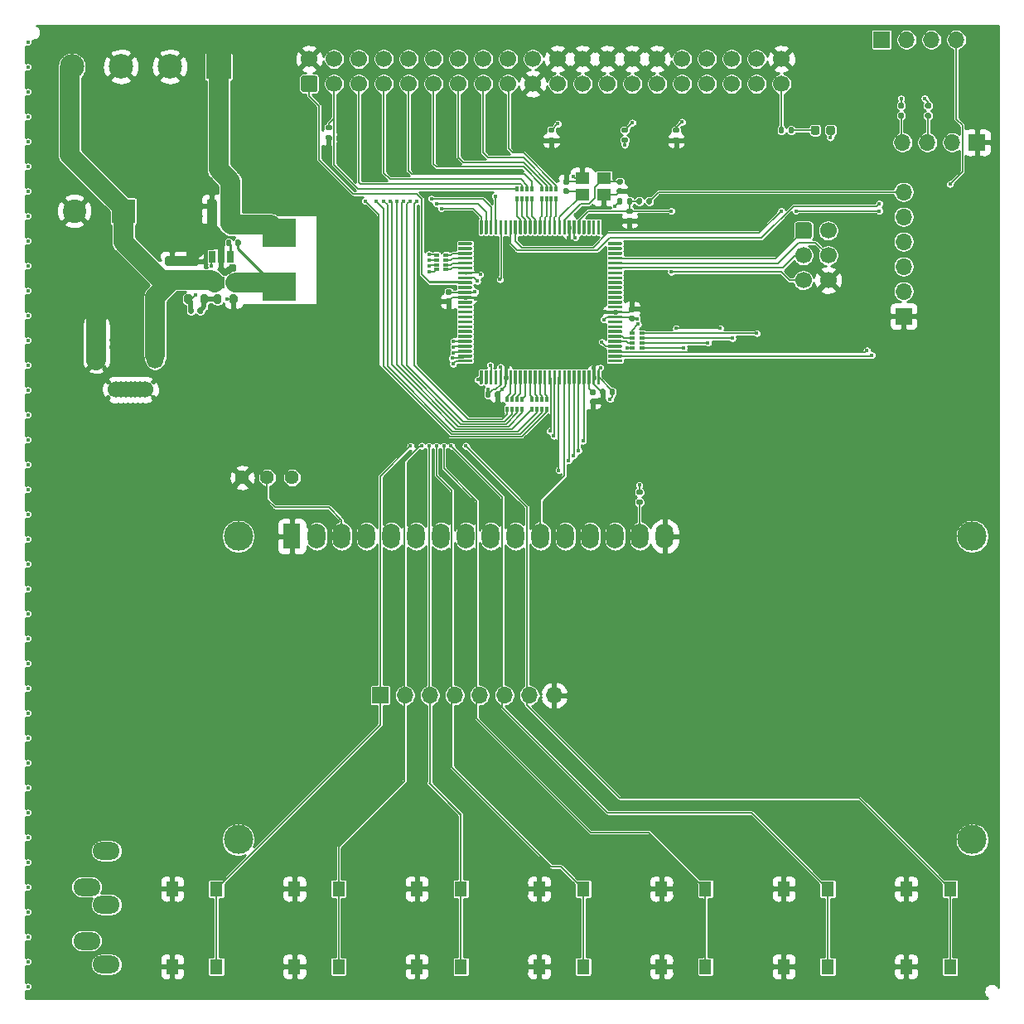
<source format=gtl>
%TF.GenerationSoftware,KiCad,Pcbnew,5.1.10*%
%TF.CreationDate,2021-08-07T13:35:18+02:00*%
%TF.ProjectId,ATAPIMega,41544150-494d-4656-9761-2e6b69636164,rev?*%
%TF.SameCoordinates,Original*%
%TF.FileFunction,Copper,L1,Top*%
%TF.FilePolarity,Positive*%
%FSLAX46Y46*%
G04 Gerber Fmt 4.6, Leading zero omitted, Abs format (unit mm)*
G04 Created by KiCad (PCBNEW 5.1.10) date 2021-08-07 13:35:18*
%MOMM*%
%LPD*%
G01*
G04 APERTURE LIST*
%TA.AperFunction,ComponentPad*%
%ADD10O,1.700000X1.700000*%
%TD*%
%TA.AperFunction,ComponentPad*%
%ADD11R,1.700000X1.700000*%
%TD*%
%TA.AperFunction,ComponentPad*%
%ADD12O,2.800000X1.800000*%
%TD*%
%TA.AperFunction,ComponentPad*%
%ADD13C,1.700000*%
%TD*%
%TA.AperFunction,SMDPad,CuDef*%
%ADD14R,1.300000X1.550000*%
%TD*%
%TA.AperFunction,SMDPad,CuDef*%
%ADD15R,0.400000X0.500000*%
%TD*%
%TA.AperFunction,SMDPad,CuDef*%
%ADD16R,0.300000X0.500000*%
%TD*%
%TA.AperFunction,SMDPad,CuDef*%
%ADD17R,0.500000X0.400000*%
%TD*%
%TA.AperFunction,SMDPad,CuDef*%
%ADD18R,0.500000X0.300000*%
%TD*%
%TA.AperFunction,ComponentPad*%
%ADD19C,2.400000*%
%TD*%
%TA.AperFunction,ComponentPad*%
%ADD20R,2.400000X2.400000*%
%TD*%
%TA.AperFunction,ComponentPad*%
%ADD21C,2.500000*%
%TD*%
%TA.AperFunction,ComponentPad*%
%ADD22R,2.500000X2.500000*%
%TD*%
%TA.AperFunction,SMDPad,CuDef*%
%ADD23R,0.650000X1.220000*%
%TD*%
%TA.AperFunction,SMDPad,CuDef*%
%ADD24R,3.500000X2.950000*%
%TD*%
%TA.AperFunction,SMDPad,CuDef*%
%ADD25R,1.400000X1.200000*%
%TD*%
%TA.AperFunction,ComponentPad*%
%ADD26C,3.000000*%
%TD*%
%TA.AperFunction,ComponentPad*%
%ADD27O,1.800000X2.600000*%
%TD*%
%TA.AperFunction,ComponentPad*%
%ADD28R,1.800000X2.600000*%
%TD*%
%TA.AperFunction,ComponentPad*%
%ADD29C,1.440000*%
%TD*%
%TA.AperFunction,ViaPad*%
%ADD30C,0.450000*%
%TD*%
%TA.AperFunction,Conductor*%
%ADD31C,0.127000*%
%TD*%
%TA.AperFunction,Conductor*%
%ADD32C,1.000000*%
%TD*%
%TA.AperFunction,Conductor*%
%ADD33C,0.700000*%
%TD*%
%TA.AperFunction,Conductor*%
%ADD34C,2.000000*%
%TD*%
%TA.AperFunction,Conductor*%
%ADD35C,0.508000*%
%TD*%
%TA.AperFunction,Conductor*%
%ADD36C,0.254000*%
%TD*%
%TA.AperFunction,Conductor*%
%ADD37C,0.100000*%
%TD*%
G04 APERTURE END LIST*
%TO.P,C2,2*%
%TO.N,+5V*%
%TA.AperFunction,SMDPad,CuDef*%
G36*
G01*
X81915628Y-53269876D02*
X81575628Y-53269876D01*
G75*
G02*
X81435628Y-53129876I0J140000D01*
G01*
X81435628Y-52849876D01*
G75*
G02*
X81575628Y-52709876I140000J0D01*
G01*
X81915628Y-52709876D01*
G75*
G02*
X82055628Y-52849876I0J-140000D01*
G01*
X82055628Y-53129876D01*
G75*
G02*
X81915628Y-53269876I-140000J0D01*
G01*
G37*
%TD.AperFunction*%
%TO.P,C2,1*%
%TO.N,GND*%
%TA.AperFunction,SMDPad,CuDef*%
G36*
G01*
X81915628Y-54229876D02*
X81575628Y-54229876D01*
G75*
G02*
X81435628Y-54089876I0J140000D01*
G01*
X81435628Y-53809876D01*
G75*
G02*
X81575628Y-53669876I140000J0D01*
G01*
X81915628Y-53669876D01*
G75*
G02*
X82055628Y-53809876I0J-140000D01*
G01*
X82055628Y-54089876D01*
G75*
G02*
X81915628Y-54229876I-140000J0D01*
G01*
G37*
%TD.AperFunction*%
%TD*%
D10*
%TO.P,J9,4*%
%TO.N,Net-(J8-PadT)*%
X133615628Y-27219876D03*
%TO.P,J9,3*%
%TO.N,Net-(J8-PadS)*%
X131075628Y-27219876D03*
%TO.P,J9,2*%
X128535628Y-27219876D03*
D11*
%TO.P,J9,1*%
%TO.N,Net-(J8-PadR)*%
X125995628Y-27219876D03*
%TD*%
D12*
%TO.P,J8,RN*%
%TO.N,N/C*%
X46761628Y-115611876D03*
%TO.P,J8,TN*%
X46761628Y-110111876D03*
%TO.P,J8,R*%
%TO.N,Net-(J8-PadR)*%
X44761628Y-113811876D03*
%TO.P,J8,T*%
%TO.N,Net-(J8-PadT)*%
X44761628Y-119311876D03*
%TO.P,J8,S*%
%TO.N,Net-(J8-PadS)*%
X46761628Y-121711876D03*
%TD*%
D10*
%TO.P,J7,8*%
%TO.N,GND*%
X92525628Y-94219876D03*
%TO.P,J7,7*%
%TO.N,/BTN_SHUFFLE*%
X89985628Y-94219876D03*
%TO.P,J7,6*%
%TO.N,/BTN_STOP*%
X87445628Y-94219876D03*
%TO.P,J7,5*%
%TO.N,/BTN_NEXT*%
X84905628Y-94219876D03*
%TO.P,J7,4*%
%TO.N,/BTN_FWD*%
X82365628Y-94219876D03*
%TO.P,J7,3*%
%TO.N,/BTN_PLAY*%
X79825628Y-94219876D03*
%TO.P,J7,2*%
%TO.N,/BTN_REW*%
X77285628Y-94219876D03*
D11*
%TO.P,J7,1*%
%TO.N,/BTN_PREV*%
X74745628Y-94219876D03*
%TD*%
D13*
%TO.P,J1,6*%
%TO.N,GND*%
X120535628Y-51799876D03*
%TO.P,J1,4*%
%TO.N,/ISP_MOSI*%
X120535628Y-49259876D03*
%TO.P,J1,2*%
%TO.N,+5V*%
X120535628Y-46719876D03*
%TO.P,J1,5*%
%TO.N,/ISP_RST*%
X117995628Y-51799876D03*
%TO.P,J1,3*%
%TO.N,/ISP_SCK*%
X117995628Y-49259876D03*
%TO.P,J1,1*%
%TO.N,/ISP_MISO*%
%TA.AperFunction,ComponentPad*%
G36*
G01*
X117145628Y-47319876D02*
X117145628Y-46119876D01*
G75*
G02*
X117395628Y-45869876I250000J0D01*
G01*
X118595628Y-45869876D01*
G75*
G02*
X118845628Y-46119876I0J-250000D01*
G01*
X118845628Y-47319876D01*
G75*
G02*
X118595628Y-47569876I-250000J0D01*
G01*
X117395628Y-47569876D01*
G75*
G02*
X117145628Y-47319876I0J250000D01*
G01*
G37*
%TD.AperFunction*%
%TD*%
%TO.P,J6,3*%
%TO.N,GND*%
X47745628Y-62969876D03*
X50745628Y-62969876D03*
X50245628Y-62969876D03*
X48245628Y-62969876D03*
X48745628Y-62969876D03*
X49745628Y-62969876D03*
%TO.P,J6,2*%
X45745628Y-56469876D03*
X45745628Y-59969876D03*
X45745628Y-59469876D03*
X45745628Y-56969876D03*
X45745628Y-58969876D03*
X45745628Y-57469876D03*
%TO.P,J6,1*%
%TO.N,+12V*%
X51745628Y-59969876D03*
X51745628Y-56469876D03*
X51745628Y-59469876D03*
X51745628Y-56969876D03*
X51745628Y-58969876D03*
X51745628Y-57469876D03*
X51745628Y-57969876D03*
X51745628Y-58469876D03*
%TO.P,J6,2*%
%TO.N,GND*%
X45745628Y-58169876D03*
%TO.P,J6,1*%
%TO.N,+12V*%
X51745628Y-58169876D03*
%TO.P,J6,3*%
%TO.N,GND*%
X49245628Y-62969876D03*
%TD*%
D14*
%TO.P,SW7,2*%
%TO.N,/BTN_SHUFFLE*%
X132995628Y-113994876D03*
%TO.P,SW7,1*%
%TO.N,GND*%
X128495628Y-113994876D03*
X128495628Y-121944876D03*
%TO.P,SW7,2*%
%TO.N,/BTN_SHUFFLE*%
X132995628Y-121944876D03*
%TD*%
%TO.P,SW6,2*%
%TO.N,/BTN_STOP*%
X120495628Y-113994876D03*
%TO.P,SW6,1*%
%TO.N,GND*%
X115995628Y-113994876D03*
X115995628Y-121944876D03*
%TO.P,SW6,2*%
%TO.N,/BTN_STOP*%
X120495628Y-121944876D03*
%TD*%
%TO.P,SW5,2*%
%TO.N,/BTN_NEXT*%
X107995628Y-113994876D03*
%TO.P,SW5,1*%
%TO.N,GND*%
X103495628Y-113994876D03*
X103495628Y-121944876D03*
%TO.P,SW5,2*%
%TO.N,/BTN_NEXT*%
X107995628Y-121944876D03*
%TD*%
%TO.P,SW4,2*%
%TO.N,/BTN_FWD*%
X95495628Y-113994876D03*
%TO.P,SW4,1*%
%TO.N,GND*%
X90995628Y-113994876D03*
X90995628Y-121944876D03*
%TO.P,SW4,2*%
%TO.N,/BTN_FWD*%
X95495628Y-121944876D03*
%TD*%
%TO.P,SW3,2*%
%TO.N,/BTN_PLAY*%
X82995628Y-113994876D03*
%TO.P,SW3,1*%
%TO.N,GND*%
X78495628Y-113994876D03*
X78495628Y-121944876D03*
%TO.P,SW3,2*%
%TO.N,/BTN_PLAY*%
X82995628Y-121944876D03*
%TD*%
%TO.P,SW1,2*%
%TO.N,/BTN_REW*%
X70495628Y-113994876D03*
%TO.P,SW1,1*%
%TO.N,GND*%
X65995628Y-113994876D03*
X65995628Y-121944876D03*
%TO.P,SW1,2*%
%TO.N,/BTN_REW*%
X70495628Y-121944876D03*
%TD*%
%TO.P,SW2,2*%
%TO.N,/BTN_PREV*%
X57995628Y-113994876D03*
%TO.P,SW2,1*%
%TO.N,GND*%
X53495628Y-113994876D03*
X53495628Y-121944876D03*
%TO.P,SW2,2*%
%TO.N,/BTN_PREV*%
X57995628Y-121944876D03*
%TD*%
D15*
%TO.P,RN6,5*%
%TO.N,/D12*%
X89245628Y-63969876D03*
D16*
%TO.P,RN6,6*%
%TO.N,/D13*%
X88745628Y-63969876D03*
D15*
%TO.P,RN6,8*%
%TO.N,/D15*%
X87745628Y-63969876D03*
D16*
%TO.P,RN6,7*%
%TO.N,/D14*%
X88245628Y-63969876D03*
D15*
%TO.P,RN6,4*%
%TO.N,Net-(J2-Pad12)*%
X89245628Y-64969876D03*
D16*
%TO.P,RN6,2*%
%TO.N,Net-(J2-Pad16)*%
X88245628Y-64969876D03*
%TO.P,RN6,3*%
%TO.N,Net-(J2-Pad14)*%
X88745628Y-64969876D03*
D15*
%TO.P,RN6,1*%
%TO.N,Net-(J2-Pad18)*%
X87745628Y-64969876D03*
%TD*%
%TO.P,RN5,5*%
%TO.N,Net-(J2-Pad10)*%
X90245628Y-64969876D03*
D16*
%TO.P,RN5,6*%
%TO.N,Net-(J2-Pad8)*%
X90745628Y-64969876D03*
D15*
%TO.P,RN5,8*%
%TO.N,Net-(J2-Pad4)*%
X91745628Y-64969876D03*
D16*
%TO.P,RN5,7*%
%TO.N,Net-(J2-Pad6)*%
X91245628Y-64969876D03*
D15*
%TO.P,RN5,4*%
%TO.N,/D11*%
X90245628Y-63969876D03*
D16*
%TO.P,RN5,2*%
%TO.N,/D9*%
X91245628Y-63969876D03*
%TO.P,RN5,3*%
%TO.N,/D10*%
X90745628Y-63969876D03*
D15*
%TO.P,RN5,1*%
%TO.N,/D8*%
X91745628Y-63969876D03*
%TD*%
D17*
%TO.P,RN4,5*%
%TO.N,/ATA_DMA_RQ*%
X80495628Y-49219876D03*
D18*
%TO.P,RN4,6*%
%TO.N,Net-(J2-Pad23)*%
X80495628Y-49719876D03*
D17*
%TO.P,RN4,8*%
%TO.N,/ATA_IO_CH_RD*%
X80495628Y-50719876D03*
D18*
%TO.P,RN4,7*%
%TO.N,Net-(J2-Pad25)*%
X80495628Y-50219876D03*
D17*
%TO.P,RN4,4*%
%TO.N,/DMA_RQ*%
X81495628Y-49219876D03*
D18*
%TO.P,RN4,2*%
%TO.N,/IOR*%
X81495628Y-50219876D03*
%TO.P,RN4,3*%
%TO.N,/IOW*%
X81495628Y-49719876D03*
D17*
%TO.P,RN4,1*%
%TO.N,/IO_CH_RD*%
X81495628Y-50719876D03*
%TD*%
D15*
%TO.P,RN3,5*%
%TO.N,Net-(J2-Pad9)*%
X90245628Y-42469876D03*
D16*
%TO.P,RN3,6*%
%TO.N,Net-(J2-Pad7)*%
X89745628Y-42469876D03*
D15*
%TO.P,RN3,8*%
%TO.N,/ATA_D7*%
X88745628Y-42469876D03*
D16*
%TO.P,RN3,7*%
%TO.N,Net-(J2-Pad5)*%
X89245628Y-42469876D03*
D15*
%TO.P,RN3,4*%
%TO.N,/D4*%
X90245628Y-43469876D03*
D16*
%TO.P,RN3,2*%
%TO.N,/D6*%
X89245628Y-43469876D03*
%TO.P,RN3,3*%
%TO.N,/D5*%
X89745628Y-43469876D03*
D15*
%TO.P,RN3,1*%
%TO.N,/D7*%
X88745628Y-43469876D03*
%TD*%
D17*
%TO.P,RN2,5*%
%TO.N,/ATA_IRQ*%
X101495628Y-58719876D03*
D18*
%TO.P,RN2,6*%
%TO.N,Net-(J2-Pad33)*%
X101495628Y-58219876D03*
D17*
%TO.P,RN2,8*%
%TO.N,Net-(J2-Pad37)*%
X101495628Y-57219876D03*
D18*
%TO.P,RN2,7*%
%TO.N,Net-(J2-Pad35)*%
X101495628Y-57719876D03*
D17*
%TO.P,RN2,4*%
%TO.N,/IRQ*%
X100495628Y-58719876D03*
D18*
%TO.P,RN2,2*%
%TO.N,/DA0*%
X100495628Y-57719876D03*
%TO.P,RN2,3*%
%TO.N,/DA1*%
X100495628Y-58219876D03*
D17*
%TO.P,RN2,1*%
%TO.N,/CS0*%
X100495628Y-57219876D03*
%TD*%
D15*
%TO.P,RN1,5*%
%TO.N,Net-(J2-Pad17)*%
X92745628Y-42469876D03*
D16*
%TO.P,RN1,6*%
%TO.N,Net-(J2-Pad15)*%
X92245628Y-42469876D03*
D15*
%TO.P,RN1,8*%
%TO.N,Net-(J2-Pad11)*%
X91245628Y-42469876D03*
D16*
%TO.P,RN1,7*%
%TO.N,Net-(J2-Pad13)*%
X91745628Y-42469876D03*
D15*
%TO.P,RN1,4*%
%TO.N,/D0*%
X92745628Y-43469876D03*
D16*
%TO.P,RN1,2*%
%TO.N,/D2*%
X91745628Y-43469876D03*
%TO.P,RN1,3*%
%TO.N,/D1*%
X92245628Y-43469876D03*
D15*
%TO.P,RN1,1*%
%TO.N,/D3*%
X91245628Y-43469876D03*
%TD*%
D19*
%TO.P,C15,2*%
%TO.N,GND*%
X43495628Y-44719876D03*
D20*
%TO.P,C15,1*%
%TO.N,+12V*%
X48495628Y-44719876D03*
%TD*%
D21*
%TO.P,J5,4*%
%TO.N,+12V*%
X43245628Y-29969876D03*
%TO.P,J5,3*%
%TO.N,GND*%
X48245628Y-29969876D03*
%TO.P,J5,2*%
X53245628Y-29969876D03*
D22*
%TO.P,J5,1*%
%TO.N,+5V*%
X58245628Y-29969876D03*
%TD*%
D23*
%TO.P,U3,6*%
%TO.N,Net-(C11-Pad1)*%
X59445628Y-52029876D03*
%TO.P,U3,5*%
%TO.N,+12V*%
X58495628Y-52029876D03*
%TO.P,U3,4*%
X57545628Y-52029876D03*
%TO.P,U3,3*%
%TO.N,Net-(C14-Pad2)*%
X57545628Y-49409876D03*
%TO.P,U3,2*%
%TO.N,GND*%
X58495628Y-49409876D03*
%TO.P,U3,1*%
%TO.N,Net-(C11-Pad2)*%
X59445628Y-49409876D03*
%TD*%
%TO.P,R10,2*%
%TO.N,GND*%
%TA.AperFunction,SMDPad,CuDef*%
G36*
G01*
X59370628Y-53994876D02*
X59370628Y-53444876D01*
G75*
G02*
X59570628Y-53244876I200000J0D01*
G01*
X59970628Y-53244876D01*
G75*
G02*
X60170628Y-53444876I0J-200000D01*
G01*
X60170628Y-53994876D01*
G75*
G02*
X59970628Y-54194876I-200000J0D01*
G01*
X59570628Y-54194876D01*
G75*
G02*
X59370628Y-53994876I0J200000D01*
G01*
G37*
%TD.AperFunction*%
%TO.P,R10,1*%
%TO.N,Net-(C14-Pad2)*%
%TA.AperFunction,SMDPad,CuDef*%
G36*
G01*
X57720628Y-53994876D02*
X57720628Y-53444876D01*
G75*
G02*
X57920628Y-53244876I200000J0D01*
G01*
X58320628Y-53244876D01*
G75*
G02*
X58520628Y-53444876I0J-200000D01*
G01*
X58520628Y-53994876D01*
G75*
G02*
X58320628Y-54194876I-200000J0D01*
G01*
X57920628Y-54194876D01*
G75*
G02*
X57720628Y-53994876I0J200000D01*
G01*
G37*
%TD.AperFunction*%
%TD*%
%TO.P,R9,2*%
%TO.N,Net-(C14-Pad2)*%
%TA.AperFunction,SMDPad,CuDef*%
G36*
G01*
X56370628Y-53994876D02*
X56370628Y-53444876D01*
G75*
G02*
X56570628Y-53244876I200000J0D01*
G01*
X56970628Y-53244876D01*
G75*
G02*
X57170628Y-53444876I0J-200000D01*
G01*
X57170628Y-53994876D01*
G75*
G02*
X56970628Y-54194876I-200000J0D01*
G01*
X56570628Y-54194876D01*
G75*
G02*
X56370628Y-53994876I0J200000D01*
G01*
G37*
%TD.AperFunction*%
%TO.P,R9,1*%
%TO.N,+5V*%
%TA.AperFunction,SMDPad,CuDef*%
G36*
G01*
X54720628Y-53994876D02*
X54720628Y-53444876D01*
G75*
G02*
X54920628Y-53244876I200000J0D01*
G01*
X55320628Y-53244876D01*
G75*
G02*
X55520628Y-53444876I0J-200000D01*
G01*
X55520628Y-53994876D01*
G75*
G02*
X55320628Y-54194876I-200000J0D01*
G01*
X54920628Y-54194876D01*
G75*
G02*
X54720628Y-53994876I0J200000D01*
G01*
G37*
%TD.AperFunction*%
%TD*%
%TO.P,R8,2*%
%TO.N,/ISP_RST*%
%TA.AperFunction,SMDPad,CuDef*%
G36*
G01*
X101505628Y-43534876D02*
X101505628Y-43904876D01*
G75*
G02*
X101370628Y-44039876I-135000J0D01*
G01*
X101100628Y-44039876D01*
G75*
G02*
X100965628Y-43904876I0J135000D01*
G01*
X100965628Y-43534876D01*
G75*
G02*
X101100628Y-43399876I135000J0D01*
G01*
X101370628Y-43399876D01*
G75*
G02*
X101505628Y-43534876I0J-135000D01*
G01*
G37*
%TD.AperFunction*%
%TO.P,R8,1*%
%TO.N,/FTDI_DTR*%
%TA.AperFunction,SMDPad,CuDef*%
G36*
G01*
X102525628Y-43534876D02*
X102525628Y-43904876D01*
G75*
G02*
X102390628Y-44039876I-135000J0D01*
G01*
X102120628Y-44039876D01*
G75*
G02*
X101985628Y-43904876I0J135000D01*
G01*
X101985628Y-43534876D01*
G75*
G02*
X102120628Y-43399876I135000J0D01*
G01*
X102390628Y-43399876D01*
G75*
G02*
X102525628Y-43534876I0J-135000D01*
G01*
G37*
%TD.AperFunction*%
%TD*%
D24*
%TO.P,L1,2*%
%TO.N,+5V*%
X64455628Y-46994876D03*
%TO.P,L1,1*%
%TO.N,Net-(C11-Pad1)*%
X64455628Y-52444876D03*
%TD*%
%TO.P,C14,2*%
%TO.N,Net-(C14-Pad2)*%
%TA.AperFunction,SMDPad,CuDef*%
G36*
G01*
X56095628Y-55089876D02*
X56095628Y-54749876D01*
G75*
G02*
X56235628Y-54609876I140000J0D01*
G01*
X56515628Y-54609876D01*
G75*
G02*
X56655628Y-54749876I0J-140000D01*
G01*
X56655628Y-55089876D01*
G75*
G02*
X56515628Y-55229876I-140000J0D01*
G01*
X56235628Y-55229876D01*
G75*
G02*
X56095628Y-55089876I0J140000D01*
G01*
G37*
%TD.AperFunction*%
%TO.P,C14,1*%
%TO.N,+5V*%
%TA.AperFunction,SMDPad,CuDef*%
G36*
G01*
X55135628Y-55089876D02*
X55135628Y-54749876D01*
G75*
G02*
X55275628Y-54609876I140000J0D01*
G01*
X55555628Y-54609876D01*
G75*
G02*
X55695628Y-54749876I0J-140000D01*
G01*
X55695628Y-55089876D01*
G75*
G02*
X55555628Y-55229876I-140000J0D01*
G01*
X55275628Y-55229876D01*
G75*
G02*
X55135628Y-55089876I0J140000D01*
G01*
G37*
%TD.AperFunction*%
%TD*%
%TO.P,C13,2*%
%TO.N,GND*%
%TA.AperFunction,SMDPad,CuDef*%
G36*
G01*
X58045628Y-43744876D02*
X58045628Y-44694876D01*
G75*
G02*
X57795628Y-44944876I-250000J0D01*
G01*
X57295628Y-44944876D01*
G75*
G02*
X57045628Y-44694876I0J250000D01*
G01*
X57045628Y-43744876D01*
G75*
G02*
X57295628Y-43494876I250000J0D01*
G01*
X57795628Y-43494876D01*
G75*
G02*
X58045628Y-43744876I0J-250000D01*
G01*
G37*
%TD.AperFunction*%
%TO.P,C13,1*%
%TO.N,+5V*%
%TA.AperFunction,SMDPad,CuDef*%
G36*
G01*
X59945628Y-43744876D02*
X59945628Y-44694876D01*
G75*
G02*
X59695628Y-44944876I-250000J0D01*
G01*
X59195628Y-44944876D01*
G75*
G02*
X58945628Y-44694876I0J250000D01*
G01*
X58945628Y-43744876D01*
G75*
G02*
X59195628Y-43494876I250000J0D01*
G01*
X59695628Y-43494876D01*
G75*
G02*
X59945628Y-43744876I0J-250000D01*
G01*
G37*
%TD.AperFunction*%
%TD*%
%TO.P,C12,2*%
%TO.N,GND*%
%TA.AperFunction,SMDPad,CuDef*%
G36*
G01*
X58045628Y-45744876D02*
X58045628Y-46694876D01*
G75*
G02*
X57795628Y-46944876I-250000J0D01*
G01*
X57295628Y-46944876D01*
G75*
G02*
X57045628Y-46694876I0J250000D01*
G01*
X57045628Y-45744876D01*
G75*
G02*
X57295628Y-45494876I250000J0D01*
G01*
X57795628Y-45494876D01*
G75*
G02*
X58045628Y-45744876I0J-250000D01*
G01*
G37*
%TD.AperFunction*%
%TO.P,C12,1*%
%TO.N,+5V*%
%TA.AperFunction,SMDPad,CuDef*%
G36*
G01*
X59945628Y-45744876D02*
X59945628Y-46694876D01*
G75*
G02*
X59695628Y-46944876I-250000J0D01*
G01*
X59195628Y-46944876D01*
G75*
G02*
X58945628Y-46694876I0J250000D01*
G01*
X58945628Y-45744876D01*
G75*
G02*
X59195628Y-45494876I250000J0D01*
G01*
X59695628Y-45494876D01*
G75*
G02*
X59945628Y-45744876I0J-250000D01*
G01*
G37*
%TD.AperFunction*%
%TD*%
%TO.P,C11,2*%
%TO.N,Net-(C11-Pad2)*%
%TA.AperFunction,SMDPad,CuDef*%
G36*
G01*
X59545628Y-47799876D02*
X59545628Y-48139876D01*
G75*
G02*
X59405628Y-48279876I-140000J0D01*
G01*
X59125628Y-48279876D01*
G75*
G02*
X58985628Y-48139876I0J140000D01*
G01*
X58985628Y-47799876D01*
G75*
G02*
X59125628Y-47659876I140000J0D01*
G01*
X59405628Y-47659876D01*
G75*
G02*
X59545628Y-47799876I0J-140000D01*
G01*
G37*
%TD.AperFunction*%
%TO.P,C11,1*%
%TO.N,Net-(C11-Pad1)*%
%TA.AperFunction,SMDPad,CuDef*%
G36*
G01*
X60505628Y-47799876D02*
X60505628Y-48139876D01*
G75*
G02*
X60365628Y-48279876I-140000J0D01*
G01*
X60085628Y-48279876D01*
G75*
G02*
X59945628Y-48139876I0J140000D01*
G01*
X59945628Y-47799876D01*
G75*
G02*
X60085628Y-47659876I140000J0D01*
G01*
X60365628Y-47659876D01*
G75*
G02*
X60505628Y-47799876I0J-140000D01*
G01*
G37*
%TD.AperFunction*%
%TD*%
%TO.P,C10,2*%
%TO.N,GND*%
%TA.AperFunction,SMDPad,CuDef*%
G36*
G01*
X55940628Y-50339876D02*
X54990628Y-50339876D01*
G75*
G02*
X54740628Y-50089876I0J250000D01*
G01*
X54740628Y-49589876D01*
G75*
G02*
X54990628Y-49339876I250000J0D01*
G01*
X55940628Y-49339876D01*
G75*
G02*
X56190628Y-49589876I0J-250000D01*
G01*
X56190628Y-50089876D01*
G75*
G02*
X55940628Y-50339876I-250000J0D01*
G01*
G37*
%TD.AperFunction*%
%TO.P,C10,1*%
%TO.N,+12V*%
%TA.AperFunction,SMDPad,CuDef*%
G36*
G01*
X55940628Y-52239876D02*
X54990628Y-52239876D01*
G75*
G02*
X54740628Y-51989876I0J250000D01*
G01*
X54740628Y-51489876D01*
G75*
G02*
X54990628Y-51239876I250000J0D01*
G01*
X55940628Y-51239876D01*
G75*
G02*
X56190628Y-51489876I0J-250000D01*
G01*
X56190628Y-51989876D01*
G75*
G02*
X55940628Y-52239876I-250000J0D01*
G01*
G37*
%TD.AperFunction*%
%TD*%
%TO.P,C9,2*%
%TO.N,GND*%
%TA.AperFunction,SMDPad,CuDef*%
G36*
G01*
X53970628Y-50339876D02*
X53020628Y-50339876D01*
G75*
G02*
X52770628Y-50089876I0J250000D01*
G01*
X52770628Y-49589876D01*
G75*
G02*
X53020628Y-49339876I250000J0D01*
G01*
X53970628Y-49339876D01*
G75*
G02*
X54220628Y-49589876I0J-250000D01*
G01*
X54220628Y-50089876D01*
G75*
G02*
X53970628Y-50339876I-250000J0D01*
G01*
G37*
%TD.AperFunction*%
%TO.P,C9,1*%
%TO.N,+12V*%
%TA.AperFunction,SMDPad,CuDef*%
G36*
G01*
X53970628Y-52239876D02*
X53020628Y-52239876D01*
G75*
G02*
X52770628Y-51989876I0J250000D01*
G01*
X52770628Y-51489876D01*
G75*
G02*
X53020628Y-51239876I250000J0D01*
G01*
X53970628Y-51239876D01*
G75*
G02*
X54220628Y-51489876I0J-250000D01*
G01*
X54220628Y-51989876D01*
G75*
G02*
X53970628Y-52239876I-250000J0D01*
G01*
G37*
%TD.AperFunction*%
%TD*%
%TO.P,C3,2*%
%TO.N,GND*%
%TA.AperFunction,SMDPad,CuDef*%
G36*
G01*
X99075628Y-42419876D02*
X99415628Y-42419876D01*
G75*
G02*
X99555628Y-42559876I0J-140000D01*
G01*
X99555628Y-42839876D01*
G75*
G02*
X99415628Y-42979876I-140000J0D01*
G01*
X99075628Y-42979876D01*
G75*
G02*
X98935628Y-42839876I0J140000D01*
G01*
X98935628Y-42559876D01*
G75*
G02*
X99075628Y-42419876I140000J0D01*
G01*
G37*
%TD.AperFunction*%
%TO.P,C3,1*%
%TO.N,Net-(C3-Pad1)*%
%TA.AperFunction,SMDPad,CuDef*%
G36*
G01*
X99075628Y-41459876D02*
X99415628Y-41459876D01*
G75*
G02*
X99555628Y-41599876I0J-140000D01*
G01*
X99555628Y-41879876D01*
G75*
G02*
X99415628Y-42019876I-140000J0D01*
G01*
X99075628Y-42019876D01*
G75*
G02*
X98935628Y-41879876I0J140000D01*
G01*
X98935628Y-41599876D01*
G75*
G02*
X99075628Y-41459876I140000J0D01*
G01*
G37*
%TD.AperFunction*%
%TD*%
%TO.P,C1,2*%
%TO.N,Net-(C1-Pad2)*%
%TA.AperFunction,SMDPad,CuDef*%
G36*
G01*
X93575628Y-42419876D02*
X93915628Y-42419876D01*
G75*
G02*
X94055628Y-42559876I0J-140000D01*
G01*
X94055628Y-42839876D01*
G75*
G02*
X93915628Y-42979876I-140000J0D01*
G01*
X93575628Y-42979876D01*
G75*
G02*
X93435628Y-42839876I0J140000D01*
G01*
X93435628Y-42559876D01*
G75*
G02*
X93575628Y-42419876I140000J0D01*
G01*
G37*
%TD.AperFunction*%
%TO.P,C1,1*%
%TO.N,GND*%
%TA.AperFunction,SMDPad,CuDef*%
G36*
G01*
X93575628Y-41459876D02*
X93915628Y-41459876D01*
G75*
G02*
X94055628Y-41599876I0J-140000D01*
G01*
X94055628Y-41879876D01*
G75*
G02*
X93915628Y-42019876I-140000J0D01*
G01*
X93575628Y-42019876D01*
G75*
G02*
X93435628Y-41879876I0J140000D01*
G01*
X93435628Y-41599876D01*
G75*
G02*
X93575628Y-41459876I140000J0D01*
G01*
G37*
%TD.AperFunction*%
%TD*%
D10*
%TO.P,J4,4*%
%TO.N,/OLED_SDA*%
X128125628Y-37719876D03*
%TO.P,J4,3*%
%TO.N,/OLED_SCL*%
X130665628Y-37719876D03*
%TO.P,J4,2*%
%TO.N,/OLED_5V*%
X133205628Y-37719876D03*
D11*
%TO.P,J4,1*%
%TO.N,GND*%
X135745628Y-37719876D03*
%TD*%
D10*
%TO.P,J3,6*%
%TO.N,/FTDI_DTR*%
X128245628Y-42769876D03*
%TO.P,J3,5*%
%TO.N,/FTDI_RX*%
X128245628Y-45309876D03*
%TO.P,J3,4*%
%TO.N,/FTDI_TX*%
X128245628Y-47849876D03*
%TO.P,J3,3*%
%TO.N,+5V*%
X128245628Y-50389876D03*
%TO.P,J3,2*%
%TO.N,/FTDI_CTS*%
X128245628Y-52929876D03*
D11*
%TO.P,J3,1*%
%TO.N,GND*%
X128245628Y-55469876D03*
%TD*%
D25*
%TO.P,Y1,4*%
%TO.N,GND*%
X97595628Y-43069876D03*
%TO.P,Y1,3*%
%TO.N,Net-(C1-Pad2)*%
X95395628Y-43069876D03*
%TO.P,Y1,2*%
%TO.N,GND*%
X95395628Y-41369876D03*
%TO.P,Y1,1*%
%TO.N,Net-(C3-Pad1)*%
X97595628Y-41369876D03*
%TD*%
D26*
%TO.P,U2,*%
%TO.N,*%
X135245628Y-77969876D03*
X135245108Y-108970576D03*
X60246528Y-108970576D03*
X60246528Y-77969876D03*
D27*
%TO.P,U2,16*%
%TO.N,GND*%
X103845628Y-77969876D03*
%TO.P,U2,15*%
%TO.N,Net-(R2-Pad1)*%
X101305628Y-77969876D03*
%TO.P,U2,14*%
%TO.N,/LCD_D7*%
X98765628Y-77969876D03*
%TO.P,U2,13*%
%TO.N,/LCD_D6*%
X96225628Y-77969876D03*
%TO.P,U2,12*%
%TO.N,/LCD_D5*%
X93685628Y-77969876D03*
%TO.P,U2,11*%
%TO.N,/LCD_D4*%
X91145628Y-77969876D03*
%TO.P,U2,10*%
%TO.N,/LCD_D3*%
X88605628Y-77969876D03*
%TO.P,U2,9*%
%TO.N,/LCD_D2*%
X86065628Y-77969876D03*
%TO.P,U2,8*%
%TO.N,/LCD_D1*%
X83525628Y-77969876D03*
%TO.P,U2,7*%
%TO.N,/LCD_D0*%
X80985628Y-77969876D03*
%TO.P,U2,6*%
%TO.N,/LCD_E*%
X78445628Y-77969876D03*
%TO.P,U2,5*%
%TO.N,/LCD_RW*%
X75905628Y-77969876D03*
%TO.P,U2,4*%
%TO.N,/LCD_RS*%
X73365628Y-77969876D03*
%TO.P,U2,3*%
%TO.N,Net-(RV1-Pad2)*%
X70825628Y-77969876D03*
%TO.P,U2,2*%
%TO.N,+5V*%
X68285628Y-77969876D03*
D28*
%TO.P,U2,1*%
%TO.N,GND*%
X65745628Y-77969876D03*
%TD*%
D29*
%TO.P,RV1,3*%
%TO.N,GND*%
X60665628Y-71969876D03*
%TO.P,RV1,2*%
%TO.N,Net-(RV1-Pad2)*%
X63205628Y-71969876D03*
%TO.P,RV1,1*%
%TO.N,+5V*%
X65745628Y-71969876D03*
%TD*%
%TO.P,R7,2*%
%TO.N,/ATA_IO_CH_RD*%
%TA.AperFunction,SMDPad,CuDef*%
G36*
G01*
X99930628Y-36729876D02*
X99560628Y-36729876D01*
G75*
G02*
X99425628Y-36594876I0J135000D01*
G01*
X99425628Y-36324876D01*
G75*
G02*
X99560628Y-36189876I135000J0D01*
G01*
X99930628Y-36189876D01*
G75*
G02*
X100065628Y-36324876I0J-135000D01*
G01*
X100065628Y-36594876D01*
G75*
G02*
X99930628Y-36729876I-135000J0D01*
G01*
G37*
%TD.AperFunction*%
%TO.P,R7,1*%
%TO.N,+5V*%
%TA.AperFunction,SMDPad,CuDef*%
G36*
G01*
X99930628Y-37749876D02*
X99560628Y-37749876D01*
G75*
G02*
X99425628Y-37614876I0J135000D01*
G01*
X99425628Y-37344876D01*
G75*
G02*
X99560628Y-37209876I135000J0D01*
G01*
X99930628Y-37209876D01*
G75*
G02*
X100065628Y-37344876I0J-135000D01*
G01*
X100065628Y-37614876D01*
G75*
G02*
X99930628Y-37749876I-135000J0D01*
G01*
G37*
%TD.AperFunction*%
%TD*%
%TO.P,R6,2*%
%TO.N,/ATA_D7*%
%TA.AperFunction,SMDPad,CuDef*%
G36*
G01*
X69680628Y-36479876D02*
X69310628Y-36479876D01*
G75*
G02*
X69175628Y-36344876I0J135000D01*
G01*
X69175628Y-36074876D01*
G75*
G02*
X69310628Y-35939876I135000J0D01*
G01*
X69680628Y-35939876D01*
G75*
G02*
X69815628Y-36074876I0J-135000D01*
G01*
X69815628Y-36344876D01*
G75*
G02*
X69680628Y-36479876I-135000J0D01*
G01*
G37*
%TD.AperFunction*%
%TO.P,R6,1*%
%TO.N,GND*%
%TA.AperFunction,SMDPad,CuDef*%
G36*
G01*
X69680628Y-37499876D02*
X69310628Y-37499876D01*
G75*
G02*
X69175628Y-37364876I0J135000D01*
G01*
X69175628Y-37094876D01*
G75*
G02*
X69310628Y-36959876I135000J0D01*
G01*
X69680628Y-36959876D01*
G75*
G02*
X69815628Y-37094876I0J-135000D01*
G01*
X69815628Y-37364876D01*
G75*
G02*
X69680628Y-37499876I-135000J0D01*
G01*
G37*
%TD.AperFunction*%
%TD*%
%TO.P,R5,2*%
%TO.N,+5V*%
%TA.AperFunction,SMDPad,CuDef*%
G36*
G01*
X130930628Y-34229876D02*
X130560628Y-34229876D01*
G75*
G02*
X130425628Y-34094876I0J135000D01*
G01*
X130425628Y-33824876D01*
G75*
G02*
X130560628Y-33689876I135000J0D01*
G01*
X130930628Y-33689876D01*
G75*
G02*
X131065628Y-33824876I0J-135000D01*
G01*
X131065628Y-34094876D01*
G75*
G02*
X130930628Y-34229876I-135000J0D01*
G01*
G37*
%TD.AperFunction*%
%TO.P,R5,1*%
%TO.N,/OLED_SCL*%
%TA.AperFunction,SMDPad,CuDef*%
G36*
G01*
X130930628Y-35249876D02*
X130560628Y-35249876D01*
G75*
G02*
X130425628Y-35114876I0J135000D01*
G01*
X130425628Y-34844876D01*
G75*
G02*
X130560628Y-34709876I135000J0D01*
G01*
X130930628Y-34709876D01*
G75*
G02*
X131065628Y-34844876I0J-135000D01*
G01*
X131065628Y-35114876D01*
G75*
G02*
X130930628Y-35249876I-135000J0D01*
G01*
G37*
%TD.AperFunction*%
%TD*%
%TO.P,R4,2*%
%TO.N,/OLED_SDA*%
%TA.AperFunction,SMDPad,CuDef*%
G36*
G01*
X127810628Y-34699876D02*
X128180628Y-34699876D01*
G75*
G02*
X128315628Y-34834876I0J-135000D01*
G01*
X128315628Y-35104876D01*
G75*
G02*
X128180628Y-35239876I-135000J0D01*
G01*
X127810628Y-35239876D01*
G75*
G02*
X127675628Y-35104876I0J135000D01*
G01*
X127675628Y-34834876D01*
G75*
G02*
X127810628Y-34699876I135000J0D01*
G01*
G37*
%TD.AperFunction*%
%TO.P,R4,1*%
%TO.N,+5V*%
%TA.AperFunction,SMDPad,CuDef*%
G36*
G01*
X127810628Y-33679876D02*
X128180628Y-33679876D01*
G75*
G02*
X128315628Y-33814876I0J-135000D01*
G01*
X128315628Y-34084876D01*
G75*
G02*
X128180628Y-34219876I-135000J0D01*
G01*
X127810628Y-34219876D01*
G75*
G02*
X127675628Y-34084876I0J135000D01*
G01*
X127675628Y-33814876D01*
G75*
G02*
X127810628Y-33679876I135000J0D01*
G01*
G37*
%TD.AperFunction*%
%TD*%
%TO.P,R2,2*%
%TO.N,+5V*%
%TA.AperFunction,SMDPad,CuDef*%
G36*
G01*
X101430628Y-73729876D02*
X101060628Y-73729876D01*
G75*
G02*
X100925628Y-73594876I0J135000D01*
G01*
X100925628Y-73324876D01*
G75*
G02*
X101060628Y-73189876I135000J0D01*
G01*
X101430628Y-73189876D01*
G75*
G02*
X101565628Y-73324876I0J-135000D01*
G01*
X101565628Y-73594876D01*
G75*
G02*
X101430628Y-73729876I-135000J0D01*
G01*
G37*
%TD.AperFunction*%
%TO.P,R2,1*%
%TO.N,Net-(R2-Pad1)*%
%TA.AperFunction,SMDPad,CuDef*%
G36*
G01*
X101430628Y-74749876D02*
X101060628Y-74749876D01*
G75*
G02*
X100925628Y-74614876I0J135000D01*
G01*
X100925628Y-74344876D01*
G75*
G02*
X101060628Y-74209876I135000J0D01*
G01*
X101430628Y-74209876D01*
G75*
G02*
X101565628Y-74344876I0J-135000D01*
G01*
X101565628Y-74614876D01*
G75*
G02*
X101430628Y-74749876I-135000J0D01*
G01*
G37*
%TD.AperFunction*%
%TD*%
%TO.P,R1,2*%
%TO.N,+5V*%
%TA.AperFunction,SMDPad,CuDef*%
G36*
G01*
X99505628Y-43534876D02*
X99505628Y-43904876D01*
G75*
G02*
X99370628Y-44039876I-135000J0D01*
G01*
X99100628Y-44039876D01*
G75*
G02*
X98965628Y-43904876I0J135000D01*
G01*
X98965628Y-43534876D01*
G75*
G02*
X99100628Y-43399876I135000J0D01*
G01*
X99370628Y-43399876D01*
G75*
G02*
X99505628Y-43534876I0J-135000D01*
G01*
G37*
%TD.AperFunction*%
%TO.P,R1,1*%
%TO.N,/ISP_RST*%
%TA.AperFunction,SMDPad,CuDef*%
G36*
G01*
X100525628Y-43534876D02*
X100525628Y-43904876D01*
G75*
G02*
X100390628Y-44039876I-135000J0D01*
G01*
X100120628Y-44039876D01*
G75*
G02*
X99985628Y-43904876I0J135000D01*
G01*
X99985628Y-43534876D01*
G75*
G02*
X100120628Y-43399876I135000J0D01*
G01*
X100390628Y-43399876D01*
G75*
G02*
X100525628Y-43534876I0J-135000D01*
G01*
G37*
%TD.AperFunction*%
%TD*%
%TO.P,C8,2*%
%TO.N,GND*%
%TA.AperFunction,SMDPad,CuDef*%
G36*
G01*
X100665628Y-55019876D02*
X100325628Y-55019876D01*
G75*
G02*
X100185628Y-54879876I0J140000D01*
G01*
X100185628Y-54599876D01*
G75*
G02*
X100325628Y-54459876I140000J0D01*
G01*
X100665628Y-54459876D01*
G75*
G02*
X100805628Y-54599876I0J-140000D01*
G01*
X100805628Y-54879876D01*
G75*
G02*
X100665628Y-55019876I-140000J0D01*
G01*
G37*
%TD.AperFunction*%
%TO.P,C8,1*%
%TO.N,+5V*%
%TA.AperFunction,SMDPad,CuDef*%
G36*
G01*
X100665628Y-55979876D02*
X100325628Y-55979876D01*
G75*
G02*
X100185628Y-55839876I0J140000D01*
G01*
X100185628Y-55559876D01*
G75*
G02*
X100325628Y-55419876I140000J0D01*
G01*
X100665628Y-55419876D01*
G75*
G02*
X100805628Y-55559876I0J-140000D01*
G01*
X100805628Y-55839876D01*
G75*
G02*
X100665628Y-55979876I-140000J0D01*
G01*
G37*
%TD.AperFunction*%
%TD*%
%TO.P,C7,2*%
%TO.N,GND*%
%TA.AperFunction,SMDPad,CuDef*%
G36*
G01*
X86445628Y-63639876D02*
X86445628Y-63299876D01*
G75*
G02*
X86585628Y-63159876I140000J0D01*
G01*
X86865628Y-63159876D01*
G75*
G02*
X87005628Y-63299876I0J-140000D01*
G01*
X87005628Y-63639876D01*
G75*
G02*
X86865628Y-63779876I-140000J0D01*
G01*
X86585628Y-63779876D01*
G75*
G02*
X86445628Y-63639876I0J140000D01*
G01*
G37*
%TD.AperFunction*%
%TO.P,C7,1*%
%TO.N,+5V*%
%TA.AperFunction,SMDPad,CuDef*%
G36*
G01*
X85485628Y-63639876D02*
X85485628Y-63299876D01*
G75*
G02*
X85625628Y-63159876I140000J0D01*
G01*
X85905628Y-63159876D01*
G75*
G02*
X86045628Y-63299876I0J-140000D01*
G01*
X86045628Y-63639876D01*
G75*
G02*
X85905628Y-63779876I-140000J0D01*
G01*
X85625628Y-63779876D01*
G75*
G02*
X85485628Y-63639876I0J140000D01*
G01*
G37*
%TD.AperFunction*%
%TD*%
%TO.P,C6,2*%
%TO.N,GND*%
%TA.AperFunction,SMDPad,CuDef*%
G36*
G01*
X97795628Y-63049876D02*
X97795628Y-63389876D01*
G75*
G02*
X97655628Y-63529876I-140000J0D01*
G01*
X97375628Y-63529876D01*
G75*
G02*
X97235628Y-63389876I0J140000D01*
G01*
X97235628Y-63049876D01*
G75*
G02*
X97375628Y-62909876I140000J0D01*
G01*
X97655628Y-62909876D01*
G75*
G02*
X97795628Y-63049876I0J-140000D01*
G01*
G37*
%TD.AperFunction*%
%TO.P,C6,1*%
%TO.N,+5V*%
%TA.AperFunction,SMDPad,CuDef*%
G36*
G01*
X98755628Y-63049876D02*
X98755628Y-63389876D01*
G75*
G02*
X98615628Y-63529876I-140000J0D01*
G01*
X98335628Y-63529876D01*
G75*
G02*
X98195628Y-63389876I0J140000D01*
G01*
X98195628Y-63049876D01*
G75*
G02*
X98335628Y-62909876I140000J0D01*
G01*
X98615628Y-62909876D01*
G75*
G02*
X98755628Y-63049876I0J-140000D01*
G01*
G37*
%TD.AperFunction*%
%TD*%
%TO.P,C5,2*%
%TO.N,GND*%
%TA.AperFunction,SMDPad,CuDef*%
G36*
G01*
X96325628Y-63919876D02*
X96665628Y-63919876D01*
G75*
G02*
X96805628Y-64059876I0J-140000D01*
G01*
X96805628Y-64339876D01*
G75*
G02*
X96665628Y-64479876I-140000J0D01*
G01*
X96325628Y-64479876D01*
G75*
G02*
X96185628Y-64339876I0J140000D01*
G01*
X96185628Y-64059876D01*
G75*
G02*
X96325628Y-63919876I140000J0D01*
G01*
G37*
%TD.AperFunction*%
%TO.P,C5,1*%
%TO.N,Net-(C5-Pad1)*%
%TA.AperFunction,SMDPad,CuDef*%
G36*
G01*
X96325628Y-62959876D02*
X96665628Y-62959876D01*
G75*
G02*
X96805628Y-63099876I0J-140000D01*
G01*
X96805628Y-63379876D01*
G75*
G02*
X96665628Y-63519876I-140000J0D01*
G01*
X96325628Y-63519876D01*
G75*
G02*
X96185628Y-63379876I0J140000D01*
G01*
X96185628Y-63099876D01*
G75*
G02*
X96325628Y-62959876I140000J0D01*
G01*
G37*
%TD.AperFunction*%
%TD*%
%TO.P,C4,2*%
%TO.N,GND*%
%TA.AperFunction,SMDPad,CuDef*%
G36*
G01*
X100075628Y-45419876D02*
X100415628Y-45419876D01*
G75*
G02*
X100555628Y-45559876I0J-140000D01*
G01*
X100555628Y-45839876D01*
G75*
G02*
X100415628Y-45979876I-140000J0D01*
G01*
X100075628Y-45979876D01*
G75*
G02*
X99935628Y-45839876I0J140000D01*
G01*
X99935628Y-45559876D01*
G75*
G02*
X100075628Y-45419876I140000J0D01*
G01*
G37*
%TD.AperFunction*%
%TO.P,C4,1*%
%TO.N,/ISP_RST*%
%TA.AperFunction,SMDPad,CuDef*%
G36*
G01*
X100075628Y-44459876D02*
X100415628Y-44459876D01*
G75*
G02*
X100555628Y-44599876I0J-140000D01*
G01*
X100555628Y-44879876D01*
G75*
G02*
X100415628Y-45019876I-140000J0D01*
G01*
X100075628Y-45019876D01*
G75*
G02*
X99935628Y-44879876I0J140000D01*
G01*
X99935628Y-44599876D01*
G75*
G02*
X100075628Y-44459876I140000J0D01*
G01*
G37*
%TD.AperFunction*%
%TD*%
%TO.P,U1,100*%
%TO.N,+5V*%
%TA.AperFunction,SMDPad,CuDef*%
G36*
G01*
X97235628Y-61049876D02*
X97235628Y-62374876D01*
G75*
G02*
X97160628Y-62449876I-75000J0D01*
G01*
X97010628Y-62449876D01*
G75*
G02*
X96935628Y-62374876I0J75000D01*
G01*
X96935628Y-61049876D01*
G75*
G02*
X97010628Y-60974876I75000J0D01*
G01*
X97160628Y-60974876D01*
G75*
G02*
X97235628Y-61049876I0J-75000D01*
G01*
G37*
%TD.AperFunction*%
%TO.P,U1,99*%
%TO.N,GND*%
%TA.AperFunction,SMDPad,CuDef*%
G36*
G01*
X96735628Y-61049876D02*
X96735628Y-62374876D01*
G75*
G02*
X96660628Y-62449876I-75000J0D01*
G01*
X96510628Y-62449876D01*
G75*
G02*
X96435628Y-62374876I0J75000D01*
G01*
X96435628Y-61049876D01*
G75*
G02*
X96510628Y-60974876I75000J0D01*
G01*
X96660628Y-60974876D01*
G75*
G02*
X96735628Y-61049876I0J-75000D01*
G01*
G37*
%TD.AperFunction*%
%TO.P,U1,98*%
%TO.N,Net-(C5-Pad1)*%
%TA.AperFunction,SMDPad,CuDef*%
G36*
G01*
X96235628Y-61049876D02*
X96235628Y-62374876D01*
G75*
G02*
X96160628Y-62449876I-75000J0D01*
G01*
X96010628Y-62449876D01*
G75*
G02*
X95935628Y-62374876I0J75000D01*
G01*
X95935628Y-61049876D01*
G75*
G02*
X96010628Y-60974876I75000J0D01*
G01*
X96160628Y-60974876D01*
G75*
G02*
X96235628Y-61049876I0J-75000D01*
G01*
G37*
%TD.AperFunction*%
%TO.P,U1,97*%
%TO.N,/LCD_D0*%
%TA.AperFunction,SMDPad,CuDef*%
G36*
G01*
X95735628Y-61049876D02*
X95735628Y-62374876D01*
G75*
G02*
X95660628Y-62449876I-75000J0D01*
G01*
X95510628Y-62449876D01*
G75*
G02*
X95435628Y-62374876I0J75000D01*
G01*
X95435628Y-61049876D01*
G75*
G02*
X95510628Y-60974876I75000J0D01*
G01*
X95660628Y-60974876D01*
G75*
G02*
X95735628Y-61049876I0J-75000D01*
G01*
G37*
%TD.AperFunction*%
%TO.P,U1,96*%
%TO.N,/LCD_D1*%
%TA.AperFunction,SMDPad,CuDef*%
G36*
G01*
X95235628Y-61049876D02*
X95235628Y-62374876D01*
G75*
G02*
X95160628Y-62449876I-75000J0D01*
G01*
X95010628Y-62449876D01*
G75*
G02*
X94935628Y-62374876I0J75000D01*
G01*
X94935628Y-61049876D01*
G75*
G02*
X95010628Y-60974876I75000J0D01*
G01*
X95160628Y-60974876D01*
G75*
G02*
X95235628Y-61049876I0J-75000D01*
G01*
G37*
%TD.AperFunction*%
%TO.P,U1,95*%
%TO.N,/LCD_D2*%
%TA.AperFunction,SMDPad,CuDef*%
G36*
G01*
X94735628Y-61049876D02*
X94735628Y-62374876D01*
G75*
G02*
X94660628Y-62449876I-75000J0D01*
G01*
X94510628Y-62449876D01*
G75*
G02*
X94435628Y-62374876I0J75000D01*
G01*
X94435628Y-61049876D01*
G75*
G02*
X94510628Y-60974876I75000J0D01*
G01*
X94660628Y-60974876D01*
G75*
G02*
X94735628Y-61049876I0J-75000D01*
G01*
G37*
%TD.AperFunction*%
%TO.P,U1,94*%
%TO.N,/LCD_D3*%
%TA.AperFunction,SMDPad,CuDef*%
G36*
G01*
X94235628Y-61049876D02*
X94235628Y-62374876D01*
G75*
G02*
X94160628Y-62449876I-75000J0D01*
G01*
X94010628Y-62449876D01*
G75*
G02*
X93935628Y-62374876I0J75000D01*
G01*
X93935628Y-61049876D01*
G75*
G02*
X94010628Y-60974876I75000J0D01*
G01*
X94160628Y-60974876D01*
G75*
G02*
X94235628Y-61049876I0J-75000D01*
G01*
G37*
%TD.AperFunction*%
%TO.P,U1,93*%
%TO.N,/LCD_D4*%
%TA.AperFunction,SMDPad,CuDef*%
G36*
G01*
X93735628Y-61049876D02*
X93735628Y-62374876D01*
G75*
G02*
X93660628Y-62449876I-75000J0D01*
G01*
X93510628Y-62449876D01*
G75*
G02*
X93435628Y-62374876I0J75000D01*
G01*
X93435628Y-61049876D01*
G75*
G02*
X93510628Y-60974876I75000J0D01*
G01*
X93660628Y-60974876D01*
G75*
G02*
X93735628Y-61049876I0J-75000D01*
G01*
G37*
%TD.AperFunction*%
%TO.P,U1,92*%
%TO.N,/LCD_D5*%
%TA.AperFunction,SMDPad,CuDef*%
G36*
G01*
X93235628Y-61049876D02*
X93235628Y-62374876D01*
G75*
G02*
X93160628Y-62449876I-75000J0D01*
G01*
X93010628Y-62449876D01*
G75*
G02*
X92935628Y-62374876I0J75000D01*
G01*
X92935628Y-61049876D01*
G75*
G02*
X93010628Y-60974876I75000J0D01*
G01*
X93160628Y-60974876D01*
G75*
G02*
X93235628Y-61049876I0J-75000D01*
G01*
G37*
%TD.AperFunction*%
%TO.P,U1,91*%
%TO.N,/LCD_D6*%
%TA.AperFunction,SMDPad,CuDef*%
G36*
G01*
X92735628Y-61049876D02*
X92735628Y-62374876D01*
G75*
G02*
X92660628Y-62449876I-75000J0D01*
G01*
X92510628Y-62449876D01*
G75*
G02*
X92435628Y-62374876I0J75000D01*
G01*
X92435628Y-61049876D01*
G75*
G02*
X92510628Y-60974876I75000J0D01*
G01*
X92660628Y-60974876D01*
G75*
G02*
X92735628Y-61049876I0J-75000D01*
G01*
G37*
%TD.AperFunction*%
%TO.P,U1,90*%
%TO.N,/LCD_D7*%
%TA.AperFunction,SMDPad,CuDef*%
G36*
G01*
X92235628Y-61049876D02*
X92235628Y-62374876D01*
G75*
G02*
X92160628Y-62449876I-75000J0D01*
G01*
X92010628Y-62449876D01*
G75*
G02*
X91935628Y-62374876I0J75000D01*
G01*
X91935628Y-61049876D01*
G75*
G02*
X92010628Y-60974876I75000J0D01*
G01*
X92160628Y-60974876D01*
G75*
G02*
X92235628Y-61049876I0J-75000D01*
G01*
G37*
%TD.AperFunction*%
%TO.P,U1,89*%
%TO.N,/D8*%
%TA.AperFunction,SMDPad,CuDef*%
G36*
G01*
X91735628Y-61049876D02*
X91735628Y-62374876D01*
G75*
G02*
X91660628Y-62449876I-75000J0D01*
G01*
X91510628Y-62449876D01*
G75*
G02*
X91435628Y-62374876I0J75000D01*
G01*
X91435628Y-61049876D01*
G75*
G02*
X91510628Y-60974876I75000J0D01*
G01*
X91660628Y-60974876D01*
G75*
G02*
X91735628Y-61049876I0J-75000D01*
G01*
G37*
%TD.AperFunction*%
%TO.P,U1,88*%
%TO.N,/D9*%
%TA.AperFunction,SMDPad,CuDef*%
G36*
G01*
X91235628Y-61049876D02*
X91235628Y-62374876D01*
G75*
G02*
X91160628Y-62449876I-75000J0D01*
G01*
X91010628Y-62449876D01*
G75*
G02*
X90935628Y-62374876I0J75000D01*
G01*
X90935628Y-61049876D01*
G75*
G02*
X91010628Y-60974876I75000J0D01*
G01*
X91160628Y-60974876D01*
G75*
G02*
X91235628Y-61049876I0J-75000D01*
G01*
G37*
%TD.AperFunction*%
%TO.P,U1,87*%
%TO.N,/D10*%
%TA.AperFunction,SMDPad,CuDef*%
G36*
G01*
X90735628Y-61049876D02*
X90735628Y-62374876D01*
G75*
G02*
X90660628Y-62449876I-75000J0D01*
G01*
X90510628Y-62449876D01*
G75*
G02*
X90435628Y-62374876I0J75000D01*
G01*
X90435628Y-61049876D01*
G75*
G02*
X90510628Y-60974876I75000J0D01*
G01*
X90660628Y-60974876D01*
G75*
G02*
X90735628Y-61049876I0J-75000D01*
G01*
G37*
%TD.AperFunction*%
%TO.P,U1,86*%
%TO.N,/D11*%
%TA.AperFunction,SMDPad,CuDef*%
G36*
G01*
X90235628Y-61049876D02*
X90235628Y-62374876D01*
G75*
G02*
X90160628Y-62449876I-75000J0D01*
G01*
X90010628Y-62449876D01*
G75*
G02*
X89935628Y-62374876I0J75000D01*
G01*
X89935628Y-61049876D01*
G75*
G02*
X90010628Y-60974876I75000J0D01*
G01*
X90160628Y-60974876D01*
G75*
G02*
X90235628Y-61049876I0J-75000D01*
G01*
G37*
%TD.AperFunction*%
%TO.P,U1,85*%
%TO.N,/D12*%
%TA.AperFunction,SMDPad,CuDef*%
G36*
G01*
X89735628Y-61049876D02*
X89735628Y-62374876D01*
G75*
G02*
X89660628Y-62449876I-75000J0D01*
G01*
X89510628Y-62449876D01*
G75*
G02*
X89435628Y-62374876I0J75000D01*
G01*
X89435628Y-61049876D01*
G75*
G02*
X89510628Y-60974876I75000J0D01*
G01*
X89660628Y-60974876D01*
G75*
G02*
X89735628Y-61049876I0J-75000D01*
G01*
G37*
%TD.AperFunction*%
%TO.P,U1,84*%
%TO.N,/D13*%
%TA.AperFunction,SMDPad,CuDef*%
G36*
G01*
X89235628Y-61049876D02*
X89235628Y-62374876D01*
G75*
G02*
X89160628Y-62449876I-75000J0D01*
G01*
X89010628Y-62449876D01*
G75*
G02*
X88935628Y-62374876I0J75000D01*
G01*
X88935628Y-61049876D01*
G75*
G02*
X89010628Y-60974876I75000J0D01*
G01*
X89160628Y-60974876D01*
G75*
G02*
X89235628Y-61049876I0J-75000D01*
G01*
G37*
%TD.AperFunction*%
%TO.P,U1,83*%
%TO.N,/D14*%
%TA.AperFunction,SMDPad,CuDef*%
G36*
G01*
X88735628Y-61049876D02*
X88735628Y-62374876D01*
G75*
G02*
X88660628Y-62449876I-75000J0D01*
G01*
X88510628Y-62449876D01*
G75*
G02*
X88435628Y-62374876I0J75000D01*
G01*
X88435628Y-61049876D01*
G75*
G02*
X88510628Y-60974876I75000J0D01*
G01*
X88660628Y-60974876D01*
G75*
G02*
X88735628Y-61049876I0J-75000D01*
G01*
G37*
%TD.AperFunction*%
%TO.P,U1,82*%
%TO.N,/D15*%
%TA.AperFunction,SMDPad,CuDef*%
G36*
G01*
X88235628Y-61049876D02*
X88235628Y-62374876D01*
G75*
G02*
X88160628Y-62449876I-75000J0D01*
G01*
X88010628Y-62449876D01*
G75*
G02*
X87935628Y-62374876I0J75000D01*
G01*
X87935628Y-61049876D01*
G75*
G02*
X88010628Y-60974876I75000J0D01*
G01*
X88160628Y-60974876D01*
G75*
G02*
X88235628Y-61049876I0J-75000D01*
G01*
G37*
%TD.AperFunction*%
%TO.P,U1,81*%
%TO.N,GND*%
%TA.AperFunction,SMDPad,CuDef*%
G36*
G01*
X87735628Y-61049876D02*
X87735628Y-62374876D01*
G75*
G02*
X87660628Y-62449876I-75000J0D01*
G01*
X87510628Y-62449876D01*
G75*
G02*
X87435628Y-62374876I0J75000D01*
G01*
X87435628Y-61049876D01*
G75*
G02*
X87510628Y-60974876I75000J0D01*
G01*
X87660628Y-60974876D01*
G75*
G02*
X87735628Y-61049876I0J-75000D01*
G01*
G37*
%TD.AperFunction*%
%TO.P,U1,80*%
%TO.N,+5V*%
%TA.AperFunction,SMDPad,CuDef*%
G36*
G01*
X87235628Y-61049876D02*
X87235628Y-62374876D01*
G75*
G02*
X87160628Y-62449876I-75000J0D01*
G01*
X87010628Y-62449876D01*
G75*
G02*
X86935628Y-62374876I0J75000D01*
G01*
X86935628Y-61049876D01*
G75*
G02*
X87010628Y-60974876I75000J0D01*
G01*
X87160628Y-60974876D01*
G75*
G02*
X87235628Y-61049876I0J-75000D01*
G01*
G37*
%TD.AperFunction*%
%TO.P,U1,79*%
%TO.N,Net-(U1-Pad79)*%
%TA.AperFunction,SMDPad,CuDef*%
G36*
G01*
X86735628Y-61049876D02*
X86735628Y-62374876D01*
G75*
G02*
X86660628Y-62449876I-75000J0D01*
G01*
X86510628Y-62449876D01*
G75*
G02*
X86435628Y-62374876I0J75000D01*
G01*
X86435628Y-61049876D01*
G75*
G02*
X86510628Y-60974876I75000J0D01*
G01*
X86660628Y-60974876D01*
G75*
G02*
X86735628Y-61049876I0J-75000D01*
G01*
G37*
%TD.AperFunction*%
%TO.P,U1,78*%
%TO.N,/BTN_STOP*%
%TA.AperFunction,SMDPad,CuDef*%
G36*
G01*
X86235628Y-61049876D02*
X86235628Y-62374876D01*
G75*
G02*
X86160628Y-62449876I-75000J0D01*
G01*
X86010628Y-62449876D01*
G75*
G02*
X85935628Y-62374876I0J75000D01*
G01*
X85935628Y-61049876D01*
G75*
G02*
X86010628Y-60974876I75000J0D01*
G01*
X86160628Y-60974876D01*
G75*
G02*
X86235628Y-61049876I0J-75000D01*
G01*
G37*
%TD.AperFunction*%
%TO.P,U1,77*%
%TO.N,Net-(U1-Pad77)*%
%TA.AperFunction,SMDPad,CuDef*%
G36*
G01*
X85735628Y-61049876D02*
X85735628Y-62374876D01*
G75*
G02*
X85660628Y-62449876I-75000J0D01*
G01*
X85510628Y-62449876D01*
G75*
G02*
X85435628Y-62374876I0J75000D01*
G01*
X85435628Y-61049876D01*
G75*
G02*
X85510628Y-60974876I75000J0D01*
G01*
X85660628Y-60974876D01*
G75*
G02*
X85735628Y-61049876I0J-75000D01*
G01*
G37*
%TD.AperFunction*%
%TO.P,U1,76*%
%TO.N,/BTN_SHUFFLE*%
%TA.AperFunction,SMDPad,CuDef*%
G36*
G01*
X85235628Y-61049876D02*
X85235628Y-62374876D01*
G75*
G02*
X85160628Y-62449876I-75000J0D01*
G01*
X85010628Y-62449876D01*
G75*
G02*
X84935628Y-62374876I0J75000D01*
G01*
X84935628Y-61049876D01*
G75*
G02*
X85010628Y-60974876I75000J0D01*
G01*
X85160628Y-60974876D01*
G75*
G02*
X85235628Y-61049876I0J-75000D01*
G01*
G37*
%TD.AperFunction*%
%TO.P,U1,75*%
%TO.N,/BTN_NEXT*%
%TA.AperFunction,SMDPad,CuDef*%
G36*
G01*
X84160628Y-59974876D02*
X84160628Y-60124876D01*
G75*
G02*
X84085628Y-60199876I-75000J0D01*
G01*
X82760628Y-60199876D01*
G75*
G02*
X82685628Y-60124876I0J75000D01*
G01*
X82685628Y-59974876D01*
G75*
G02*
X82760628Y-59899876I75000J0D01*
G01*
X84085628Y-59899876D01*
G75*
G02*
X84160628Y-59974876I0J-75000D01*
G01*
G37*
%TD.AperFunction*%
%TO.P,U1,74*%
%TO.N,/BTN_FWD*%
%TA.AperFunction,SMDPad,CuDef*%
G36*
G01*
X84160628Y-59474876D02*
X84160628Y-59624876D01*
G75*
G02*
X84085628Y-59699876I-75000J0D01*
G01*
X82760628Y-59699876D01*
G75*
G02*
X82685628Y-59624876I0J75000D01*
G01*
X82685628Y-59474876D01*
G75*
G02*
X82760628Y-59399876I75000J0D01*
G01*
X84085628Y-59399876D01*
G75*
G02*
X84160628Y-59474876I0J-75000D01*
G01*
G37*
%TD.AperFunction*%
%TO.P,U1,73*%
%TO.N,/BTN_PLAY*%
%TA.AperFunction,SMDPad,CuDef*%
G36*
G01*
X84160628Y-58974876D02*
X84160628Y-59124876D01*
G75*
G02*
X84085628Y-59199876I-75000J0D01*
G01*
X82760628Y-59199876D01*
G75*
G02*
X82685628Y-59124876I0J75000D01*
G01*
X82685628Y-58974876D01*
G75*
G02*
X82760628Y-58899876I75000J0D01*
G01*
X84085628Y-58899876D01*
G75*
G02*
X84160628Y-58974876I0J-75000D01*
G01*
G37*
%TD.AperFunction*%
%TO.P,U1,72*%
%TO.N,/BTN_REW*%
%TA.AperFunction,SMDPad,CuDef*%
G36*
G01*
X84160628Y-58474876D02*
X84160628Y-58624876D01*
G75*
G02*
X84085628Y-58699876I-75000J0D01*
G01*
X82760628Y-58699876D01*
G75*
G02*
X82685628Y-58624876I0J75000D01*
G01*
X82685628Y-58474876D01*
G75*
G02*
X82760628Y-58399876I75000J0D01*
G01*
X84085628Y-58399876D01*
G75*
G02*
X84160628Y-58474876I0J-75000D01*
G01*
G37*
%TD.AperFunction*%
%TO.P,U1,71*%
%TO.N,/BTN_PREV*%
%TA.AperFunction,SMDPad,CuDef*%
G36*
G01*
X84160628Y-57974876D02*
X84160628Y-58124876D01*
G75*
G02*
X84085628Y-58199876I-75000J0D01*
G01*
X82760628Y-58199876D01*
G75*
G02*
X82685628Y-58124876I0J75000D01*
G01*
X82685628Y-57974876D01*
G75*
G02*
X82760628Y-57899876I75000J0D01*
G01*
X84085628Y-57899876D01*
G75*
G02*
X84160628Y-57974876I0J-75000D01*
G01*
G37*
%TD.AperFunction*%
%TO.P,U1,70*%
%TO.N,Net-(U1-Pad70)*%
%TA.AperFunction,SMDPad,CuDef*%
G36*
G01*
X84160628Y-57474876D02*
X84160628Y-57624876D01*
G75*
G02*
X84085628Y-57699876I-75000J0D01*
G01*
X82760628Y-57699876D01*
G75*
G02*
X82685628Y-57624876I0J75000D01*
G01*
X82685628Y-57474876D01*
G75*
G02*
X82760628Y-57399876I75000J0D01*
G01*
X84085628Y-57399876D01*
G75*
G02*
X84160628Y-57474876I0J-75000D01*
G01*
G37*
%TD.AperFunction*%
%TO.P,U1,69*%
%TO.N,Net-(U1-Pad69)*%
%TA.AperFunction,SMDPad,CuDef*%
G36*
G01*
X84160628Y-56974876D02*
X84160628Y-57124876D01*
G75*
G02*
X84085628Y-57199876I-75000J0D01*
G01*
X82760628Y-57199876D01*
G75*
G02*
X82685628Y-57124876I0J75000D01*
G01*
X82685628Y-56974876D01*
G75*
G02*
X82760628Y-56899876I75000J0D01*
G01*
X84085628Y-56899876D01*
G75*
G02*
X84160628Y-56974876I0J-75000D01*
G01*
G37*
%TD.AperFunction*%
%TO.P,U1,68*%
%TO.N,Net-(U1-Pad68)*%
%TA.AperFunction,SMDPad,CuDef*%
G36*
G01*
X84160628Y-56474876D02*
X84160628Y-56624876D01*
G75*
G02*
X84085628Y-56699876I-75000J0D01*
G01*
X82760628Y-56699876D01*
G75*
G02*
X82685628Y-56624876I0J75000D01*
G01*
X82685628Y-56474876D01*
G75*
G02*
X82760628Y-56399876I75000J0D01*
G01*
X84085628Y-56399876D01*
G75*
G02*
X84160628Y-56474876I0J-75000D01*
G01*
G37*
%TD.AperFunction*%
%TO.P,U1,67*%
%TO.N,Net-(U1-Pad67)*%
%TA.AperFunction,SMDPad,CuDef*%
G36*
G01*
X84160628Y-55974876D02*
X84160628Y-56124876D01*
G75*
G02*
X84085628Y-56199876I-75000J0D01*
G01*
X82760628Y-56199876D01*
G75*
G02*
X82685628Y-56124876I0J75000D01*
G01*
X82685628Y-55974876D01*
G75*
G02*
X82760628Y-55899876I75000J0D01*
G01*
X84085628Y-55899876D01*
G75*
G02*
X84160628Y-55974876I0J-75000D01*
G01*
G37*
%TD.AperFunction*%
%TO.P,U1,66*%
%TO.N,Net-(U1-Pad66)*%
%TA.AperFunction,SMDPad,CuDef*%
G36*
G01*
X84160628Y-55474876D02*
X84160628Y-55624876D01*
G75*
G02*
X84085628Y-55699876I-75000J0D01*
G01*
X82760628Y-55699876D01*
G75*
G02*
X82685628Y-55624876I0J75000D01*
G01*
X82685628Y-55474876D01*
G75*
G02*
X82760628Y-55399876I75000J0D01*
G01*
X84085628Y-55399876D01*
G75*
G02*
X84160628Y-55474876I0J-75000D01*
G01*
G37*
%TD.AperFunction*%
%TO.P,U1,65*%
%TO.N,Net-(U1-Pad65)*%
%TA.AperFunction,SMDPad,CuDef*%
G36*
G01*
X84160628Y-54974876D02*
X84160628Y-55124876D01*
G75*
G02*
X84085628Y-55199876I-75000J0D01*
G01*
X82760628Y-55199876D01*
G75*
G02*
X82685628Y-55124876I0J75000D01*
G01*
X82685628Y-54974876D01*
G75*
G02*
X82760628Y-54899876I75000J0D01*
G01*
X84085628Y-54899876D01*
G75*
G02*
X84160628Y-54974876I0J-75000D01*
G01*
G37*
%TD.AperFunction*%
%TO.P,U1,64*%
%TO.N,Net-(U1-Pad64)*%
%TA.AperFunction,SMDPad,CuDef*%
G36*
G01*
X84160628Y-54474876D02*
X84160628Y-54624876D01*
G75*
G02*
X84085628Y-54699876I-75000J0D01*
G01*
X82760628Y-54699876D01*
G75*
G02*
X82685628Y-54624876I0J75000D01*
G01*
X82685628Y-54474876D01*
G75*
G02*
X82760628Y-54399876I75000J0D01*
G01*
X84085628Y-54399876D01*
G75*
G02*
X84160628Y-54474876I0J-75000D01*
G01*
G37*
%TD.AperFunction*%
%TO.P,U1,63*%
%TO.N,Net-(U1-Pad63)*%
%TA.AperFunction,SMDPad,CuDef*%
G36*
G01*
X84160628Y-53974876D02*
X84160628Y-54124876D01*
G75*
G02*
X84085628Y-54199876I-75000J0D01*
G01*
X82760628Y-54199876D01*
G75*
G02*
X82685628Y-54124876I0J75000D01*
G01*
X82685628Y-53974876D01*
G75*
G02*
X82760628Y-53899876I75000J0D01*
G01*
X84085628Y-53899876D01*
G75*
G02*
X84160628Y-53974876I0J-75000D01*
G01*
G37*
%TD.AperFunction*%
%TO.P,U1,62*%
%TO.N,GND*%
%TA.AperFunction,SMDPad,CuDef*%
G36*
G01*
X84160628Y-53474876D02*
X84160628Y-53624876D01*
G75*
G02*
X84085628Y-53699876I-75000J0D01*
G01*
X82760628Y-53699876D01*
G75*
G02*
X82685628Y-53624876I0J75000D01*
G01*
X82685628Y-53474876D01*
G75*
G02*
X82760628Y-53399876I75000J0D01*
G01*
X84085628Y-53399876D01*
G75*
G02*
X84160628Y-53474876I0J-75000D01*
G01*
G37*
%TD.AperFunction*%
%TO.P,U1,61*%
%TO.N,+5V*%
%TA.AperFunction,SMDPad,CuDef*%
G36*
G01*
X84160628Y-52974876D02*
X84160628Y-53124876D01*
G75*
G02*
X84085628Y-53199876I-75000J0D01*
G01*
X82760628Y-53199876D01*
G75*
G02*
X82685628Y-53124876I0J75000D01*
G01*
X82685628Y-52974876D01*
G75*
G02*
X82760628Y-52899876I75000J0D01*
G01*
X84085628Y-52899876D01*
G75*
G02*
X84160628Y-52974876I0J-75000D01*
G01*
G37*
%TD.AperFunction*%
%TO.P,U1,60*%
%TO.N,Net-(U1-Pad60)*%
%TA.AperFunction,SMDPad,CuDef*%
G36*
G01*
X84160628Y-52474876D02*
X84160628Y-52624876D01*
G75*
G02*
X84085628Y-52699876I-75000J0D01*
G01*
X82760628Y-52699876D01*
G75*
G02*
X82685628Y-52624876I0J75000D01*
G01*
X82685628Y-52474876D01*
G75*
G02*
X82760628Y-52399876I75000J0D01*
G01*
X84085628Y-52399876D01*
G75*
G02*
X84160628Y-52474876I0J-75000D01*
G01*
G37*
%TD.AperFunction*%
%TO.P,U1,59*%
%TO.N,/RESET*%
%TA.AperFunction,SMDPad,CuDef*%
G36*
G01*
X84160628Y-51974876D02*
X84160628Y-52124876D01*
G75*
G02*
X84085628Y-52199876I-75000J0D01*
G01*
X82760628Y-52199876D01*
G75*
G02*
X82685628Y-52124876I0J75000D01*
G01*
X82685628Y-51974876D01*
G75*
G02*
X82760628Y-51899876I75000J0D01*
G01*
X84085628Y-51899876D01*
G75*
G02*
X84160628Y-51974876I0J-75000D01*
G01*
G37*
%TD.AperFunction*%
%TO.P,U1,58*%
%TO.N,/IRQ*%
%TA.AperFunction,SMDPad,CuDef*%
G36*
G01*
X84160628Y-51474876D02*
X84160628Y-51624876D01*
G75*
G02*
X84085628Y-51699876I-75000J0D01*
G01*
X82760628Y-51699876D01*
G75*
G02*
X82685628Y-51624876I0J75000D01*
G01*
X82685628Y-51474876D01*
G75*
G02*
X82760628Y-51399876I75000J0D01*
G01*
X84085628Y-51399876D01*
G75*
G02*
X84160628Y-51474876I0J-75000D01*
G01*
G37*
%TD.AperFunction*%
%TO.P,U1,57*%
%TO.N,/DMA_ACK*%
%TA.AperFunction,SMDPad,CuDef*%
G36*
G01*
X84160628Y-50974876D02*
X84160628Y-51124876D01*
G75*
G02*
X84085628Y-51199876I-75000J0D01*
G01*
X82760628Y-51199876D01*
G75*
G02*
X82685628Y-51124876I0J75000D01*
G01*
X82685628Y-50974876D01*
G75*
G02*
X82760628Y-50899876I75000J0D01*
G01*
X84085628Y-50899876D01*
G75*
G02*
X84160628Y-50974876I0J-75000D01*
G01*
G37*
%TD.AperFunction*%
%TO.P,U1,56*%
%TO.N,/IO_CH_RD*%
%TA.AperFunction,SMDPad,CuDef*%
G36*
G01*
X84160628Y-50474876D02*
X84160628Y-50624876D01*
G75*
G02*
X84085628Y-50699876I-75000J0D01*
G01*
X82760628Y-50699876D01*
G75*
G02*
X82685628Y-50624876I0J75000D01*
G01*
X82685628Y-50474876D01*
G75*
G02*
X82760628Y-50399876I75000J0D01*
G01*
X84085628Y-50399876D01*
G75*
G02*
X84160628Y-50474876I0J-75000D01*
G01*
G37*
%TD.AperFunction*%
%TO.P,U1,55*%
%TO.N,/IOR*%
%TA.AperFunction,SMDPad,CuDef*%
G36*
G01*
X84160628Y-49974876D02*
X84160628Y-50124876D01*
G75*
G02*
X84085628Y-50199876I-75000J0D01*
G01*
X82760628Y-50199876D01*
G75*
G02*
X82685628Y-50124876I0J75000D01*
G01*
X82685628Y-49974876D01*
G75*
G02*
X82760628Y-49899876I75000J0D01*
G01*
X84085628Y-49899876D01*
G75*
G02*
X84160628Y-49974876I0J-75000D01*
G01*
G37*
%TD.AperFunction*%
%TO.P,U1,54*%
%TO.N,/IOW*%
%TA.AperFunction,SMDPad,CuDef*%
G36*
G01*
X84160628Y-49474876D02*
X84160628Y-49624876D01*
G75*
G02*
X84085628Y-49699876I-75000J0D01*
G01*
X82760628Y-49699876D01*
G75*
G02*
X82685628Y-49624876I0J75000D01*
G01*
X82685628Y-49474876D01*
G75*
G02*
X82760628Y-49399876I75000J0D01*
G01*
X84085628Y-49399876D01*
G75*
G02*
X84160628Y-49474876I0J-75000D01*
G01*
G37*
%TD.AperFunction*%
%TO.P,U1,53*%
%TO.N,/DMA_RQ*%
%TA.AperFunction,SMDPad,CuDef*%
G36*
G01*
X84160628Y-48974876D02*
X84160628Y-49124876D01*
G75*
G02*
X84085628Y-49199876I-75000J0D01*
G01*
X82760628Y-49199876D01*
G75*
G02*
X82685628Y-49124876I0J75000D01*
G01*
X82685628Y-48974876D01*
G75*
G02*
X82760628Y-48899876I75000J0D01*
G01*
X84085628Y-48899876D01*
G75*
G02*
X84160628Y-48974876I0J-75000D01*
G01*
G37*
%TD.AperFunction*%
%TO.P,U1,52*%
%TO.N,Net-(U1-Pad52)*%
%TA.AperFunction,SMDPad,CuDef*%
G36*
G01*
X84160628Y-48474876D02*
X84160628Y-48624876D01*
G75*
G02*
X84085628Y-48699876I-75000J0D01*
G01*
X82760628Y-48699876D01*
G75*
G02*
X82685628Y-48624876I0J75000D01*
G01*
X82685628Y-48474876D01*
G75*
G02*
X82760628Y-48399876I75000J0D01*
G01*
X84085628Y-48399876D01*
G75*
G02*
X84160628Y-48474876I0J-75000D01*
G01*
G37*
%TD.AperFunction*%
%TO.P,U1,51*%
%TO.N,Net-(U1-Pad51)*%
%TA.AperFunction,SMDPad,CuDef*%
G36*
G01*
X84160628Y-47974876D02*
X84160628Y-48124876D01*
G75*
G02*
X84085628Y-48199876I-75000J0D01*
G01*
X82760628Y-48199876D01*
G75*
G02*
X82685628Y-48124876I0J75000D01*
G01*
X82685628Y-47974876D01*
G75*
G02*
X82760628Y-47899876I75000J0D01*
G01*
X84085628Y-47899876D01*
G75*
G02*
X84160628Y-47974876I0J-75000D01*
G01*
G37*
%TD.AperFunction*%
%TO.P,U1,50*%
%TO.N,/LCD_E*%
%TA.AperFunction,SMDPad,CuDef*%
G36*
G01*
X85235628Y-45724876D02*
X85235628Y-47049876D01*
G75*
G02*
X85160628Y-47124876I-75000J0D01*
G01*
X85010628Y-47124876D01*
G75*
G02*
X84935628Y-47049876I0J75000D01*
G01*
X84935628Y-45724876D01*
G75*
G02*
X85010628Y-45649876I75000J0D01*
G01*
X85160628Y-45649876D01*
G75*
G02*
X85235628Y-45724876I0J-75000D01*
G01*
G37*
%TD.AperFunction*%
%TO.P,U1,49*%
%TO.N,/LCD_RW*%
%TA.AperFunction,SMDPad,CuDef*%
G36*
G01*
X85735628Y-45724876D02*
X85735628Y-47049876D01*
G75*
G02*
X85660628Y-47124876I-75000J0D01*
G01*
X85510628Y-47124876D01*
G75*
G02*
X85435628Y-47049876I0J75000D01*
G01*
X85435628Y-45724876D01*
G75*
G02*
X85510628Y-45649876I75000J0D01*
G01*
X85660628Y-45649876D01*
G75*
G02*
X85735628Y-45724876I0J-75000D01*
G01*
G37*
%TD.AperFunction*%
%TO.P,U1,48*%
%TO.N,/LCD_RS*%
%TA.AperFunction,SMDPad,CuDef*%
G36*
G01*
X86235628Y-45724876D02*
X86235628Y-47049876D01*
G75*
G02*
X86160628Y-47124876I-75000J0D01*
G01*
X86010628Y-47124876D01*
G75*
G02*
X85935628Y-47049876I0J75000D01*
G01*
X85935628Y-45724876D01*
G75*
G02*
X86010628Y-45649876I75000J0D01*
G01*
X86160628Y-45649876D01*
G75*
G02*
X86235628Y-45724876I0J-75000D01*
G01*
G37*
%TD.AperFunction*%
%TO.P,U1,47*%
%TO.N,/CS1*%
%TA.AperFunction,SMDPad,CuDef*%
G36*
G01*
X86735628Y-45724876D02*
X86735628Y-47049876D01*
G75*
G02*
X86660628Y-47124876I-75000J0D01*
G01*
X86510628Y-47124876D01*
G75*
G02*
X86435628Y-47049876I0J75000D01*
G01*
X86435628Y-45724876D01*
G75*
G02*
X86510628Y-45649876I75000J0D01*
G01*
X86660628Y-45649876D01*
G75*
G02*
X86735628Y-45724876I0J-75000D01*
G01*
G37*
%TD.AperFunction*%
%TO.P,U1,46*%
%TO.N,/CS0*%
%TA.AperFunction,SMDPad,CuDef*%
G36*
G01*
X87235628Y-45724876D02*
X87235628Y-47049876D01*
G75*
G02*
X87160628Y-47124876I-75000J0D01*
G01*
X87010628Y-47124876D01*
G75*
G02*
X86935628Y-47049876I0J75000D01*
G01*
X86935628Y-45724876D01*
G75*
G02*
X87010628Y-45649876I75000J0D01*
G01*
X87160628Y-45649876D01*
G75*
G02*
X87235628Y-45724876I0J-75000D01*
G01*
G37*
%TD.AperFunction*%
%TO.P,U1,45*%
%TO.N,Net-(U1-Pad45)*%
%TA.AperFunction,SMDPad,CuDef*%
G36*
G01*
X87735628Y-45724876D02*
X87735628Y-47049876D01*
G75*
G02*
X87660628Y-47124876I-75000J0D01*
G01*
X87510628Y-47124876D01*
G75*
G02*
X87435628Y-47049876I0J75000D01*
G01*
X87435628Y-45724876D01*
G75*
G02*
X87510628Y-45649876I75000J0D01*
G01*
X87660628Y-45649876D01*
G75*
G02*
X87735628Y-45724876I0J-75000D01*
G01*
G37*
%TD.AperFunction*%
%TO.P,U1,44*%
%TO.N,/OLED_SDA*%
%TA.AperFunction,SMDPad,CuDef*%
G36*
G01*
X88235628Y-45724876D02*
X88235628Y-47049876D01*
G75*
G02*
X88160628Y-47124876I-75000J0D01*
G01*
X88010628Y-47124876D01*
G75*
G02*
X87935628Y-47049876I0J75000D01*
G01*
X87935628Y-45724876D01*
G75*
G02*
X88010628Y-45649876I75000J0D01*
G01*
X88160628Y-45649876D01*
G75*
G02*
X88235628Y-45724876I0J-75000D01*
G01*
G37*
%TD.AperFunction*%
%TO.P,U1,43*%
%TO.N,/OLED_SCL*%
%TA.AperFunction,SMDPad,CuDef*%
G36*
G01*
X88735628Y-45724876D02*
X88735628Y-47049876D01*
G75*
G02*
X88660628Y-47124876I-75000J0D01*
G01*
X88510628Y-47124876D01*
G75*
G02*
X88435628Y-47049876I0J75000D01*
G01*
X88435628Y-45724876D01*
G75*
G02*
X88510628Y-45649876I75000J0D01*
G01*
X88660628Y-45649876D01*
G75*
G02*
X88735628Y-45724876I0J-75000D01*
G01*
G37*
%TD.AperFunction*%
%TO.P,U1,42*%
%TO.N,/D7*%
%TA.AperFunction,SMDPad,CuDef*%
G36*
G01*
X89235628Y-45724876D02*
X89235628Y-47049876D01*
G75*
G02*
X89160628Y-47124876I-75000J0D01*
G01*
X89010628Y-47124876D01*
G75*
G02*
X88935628Y-47049876I0J75000D01*
G01*
X88935628Y-45724876D01*
G75*
G02*
X89010628Y-45649876I75000J0D01*
G01*
X89160628Y-45649876D01*
G75*
G02*
X89235628Y-45724876I0J-75000D01*
G01*
G37*
%TD.AperFunction*%
%TO.P,U1,41*%
%TO.N,/D6*%
%TA.AperFunction,SMDPad,CuDef*%
G36*
G01*
X89735628Y-45724876D02*
X89735628Y-47049876D01*
G75*
G02*
X89660628Y-47124876I-75000J0D01*
G01*
X89510628Y-47124876D01*
G75*
G02*
X89435628Y-47049876I0J75000D01*
G01*
X89435628Y-45724876D01*
G75*
G02*
X89510628Y-45649876I75000J0D01*
G01*
X89660628Y-45649876D01*
G75*
G02*
X89735628Y-45724876I0J-75000D01*
G01*
G37*
%TD.AperFunction*%
%TO.P,U1,40*%
%TO.N,/D5*%
%TA.AperFunction,SMDPad,CuDef*%
G36*
G01*
X90235628Y-45724876D02*
X90235628Y-47049876D01*
G75*
G02*
X90160628Y-47124876I-75000J0D01*
G01*
X90010628Y-47124876D01*
G75*
G02*
X89935628Y-47049876I0J75000D01*
G01*
X89935628Y-45724876D01*
G75*
G02*
X90010628Y-45649876I75000J0D01*
G01*
X90160628Y-45649876D01*
G75*
G02*
X90235628Y-45724876I0J-75000D01*
G01*
G37*
%TD.AperFunction*%
%TO.P,U1,39*%
%TO.N,/D4*%
%TA.AperFunction,SMDPad,CuDef*%
G36*
G01*
X90735628Y-45724876D02*
X90735628Y-47049876D01*
G75*
G02*
X90660628Y-47124876I-75000J0D01*
G01*
X90510628Y-47124876D01*
G75*
G02*
X90435628Y-47049876I0J75000D01*
G01*
X90435628Y-45724876D01*
G75*
G02*
X90510628Y-45649876I75000J0D01*
G01*
X90660628Y-45649876D01*
G75*
G02*
X90735628Y-45724876I0J-75000D01*
G01*
G37*
%TD.AperFunction*%
%TO.P,U1,38*%
%TO.N,/D3*%
%TA.AperFunction,SMDPad,CuDef*%
G36*
G01*
X91235628Y-45724876D02*
X91235628Y-47049876D01*
G75*
G02*
X91160628Y-47124876I-75000J0D01*
G01*
X91010628Y-47124876D01*
G75*
G02*
X90935628Y-47049876I0J75000D01*
G01*
X90935628Y-45724876D01*
G75*
G02*
X91010628Y-45649876I75000J0D01*
G01*
X91160628Y-45649876D01*
G75*
G02*
X91235628Y-45724876I0J-75000D01*
G01*
G37*
%TD.AperFunction*%
%TO.P,U1,37*%
%TO.N,/D2*%
%TA.AperFunction,SMDPad,CuDef*%
G36*
G01*
X91735628Y-45724876D02*
X91735628Y-47049876D01*
G75*
G02*
X91660628Y-47124876I-75000J0D01*
G01*
X91510628Y-47124876D01*
G75*
G02*
X91435628Y-47049876I0J75000D01*
G01*
X91435628Y-45724876D01*
G75*
G02*
X91510628Y-45649876I75000J0D01*
G01*
X91660628Y-45649876D01*
G75*
G02*
X91735628Y-45724876I0J-75000D01*
G01*
G37*
%TD.AperFunction*%
%TO.P,U1,36*%
%TO.N,/D1*%
%TA.AperFunction,SMDPad,CuDef*%
G36*
G01*
X92235628Y-45724876D02*
X92235628Y-47049876D01*
G75*
G02*
X92160628Y-47124876I-75000J0D01*
G01*
X92010628Y-47124876D01*
G75*
G02*
X91935628Y-47049876I0J75000D01*
G01*
X91935628Y-45724876D01*
G75*
G02*
X92010628Y-45649876I75000J0D01*
G01*
X92160628Y-45649876D01*
G75*
G02*
X92235628Y-45724876I0J-75000D01*
G01*
G37*
%TD.AperFunction*%
%TO.P,U1,35*%
%TO.N,/D0*%
%TA.AperFunction,SMDPad,CuDef*%
G36*
G01*
X92735628Y-45724876D02*
X92735628Y-47049876D01*
G75*
G02*
X92660628Y-47124876I-75000J0D01*
G01*
X92510628Y-47124876D01*
G75*
G02*
X92435628Y-47049876I0J75000D01*
G01*
X92435628Y-45724876D01*
G75*
G02*
X92510628Y-45649876I75000J0D01*
G01*
X92660628Y-45649876D01*
G75*
G02*
X92735628Y-45724876I0J-75000D01*
G01*
G37*
%TD.AperFunction*%
%TO.P,U1,34*%
%TO.N,Net-(C1-Pad2)*%
%TA.AperFunction,SMDPad,CuDef*%
G36*
G01*
X93235628Y-45724876D02*
X93235628Y-47049876D01*
G75*
G02*
X93160628Y-47124876I-75000J0D01*
G01*
X93010628Y-47124876D01*
G75*
G02*
X92935628Y-47049876I0J75000D01*
G01*
X92935628Y-45724876D01*
G75*
G02*
X93010628Y-45649876I75000J0D01*
G01*
X93160628Y-45649876D01*
G75*
G02*
X93235628Y-45724876I0J-75000D01*
G01*
G37*
%TD.AperFunction*%
%TO.P,U1,33*%
%TO.N,Net-(C3-Pad1)*%
%TA.AperFunction,SMDPad,CuDef*%
G36*
G01*
X93735628Y-45724876D02*
X93735628Y-47049876D01*
G75*
G02*
X93660628Y-47124876I-75000J0D01*
G01*
X93510628Y-47124876D01*
G75*
G02*
X93435628Y-47049876I0J75000D01*
G01*
X93435628Y-45724876D01*
G75*
G02*
X93510628Y-45649876I75000J0D01*
G01*
X93660628Y-45649876D01*
G75*
G02*
X93735628Y-45724876I0J-75000D01*
G01*
G37*
%TD.AperFunction*%
%TO.P,U1,32*%
%TO.N,GND*%
%TA.AperFunction,SMDPad,CuDef*%
G36*
G01*
X94235628Y-45724876D02*
X94235628Y-47049876D01*
G75*
G02*
X94160628Y-47124876I-75000J0D01*
G01*
X94010628Y-47124876D01*
G75*
G02*
X93935628Y-47049876I0J75000D01*
G01*
X93935628Y-45724876D01*
G75*
G02*
X94010628Y-45649876I75000J0D01*
G01*
X94160628Y-45649876D01*
G75*
G02*
X94235628Y-45724876I0J-75000D01*
G01*
G37*
%TD.AperFunction*%
%TO.P,U1,31*%
%TO.N,+5V*%
%TA.AperFunction,SMDPad,CuDef*%
G36*
G01*
X94735628Y-45724876D02*
X94735628Y-47049876D01*
G75*
G02*
X94660628Y-47124876I-75000J0D01*
G01*
X94510628Y-47124876D01*
G75*
G02*
X94435628Y-47049876I0J75000D01*
G01*
X94435628Y-45724876D01*
G75*
G02*
X94510628Y-45649876I75000J0D01*
G01*
X94660628Y-45649876D01*
G75*
G02*
X94735628Y-45724876I0J-75000D01*
G01*
G37*
%TD.AperFunction*%
%TO.P,U1,30*%
%TO.N,/ISP_RST*%
%TA.AperFunction,SMDPad,CuDef*%
G36*
G01*
X95235628Y-45724876D02*
X95235628Y-47049876D01*
G75*
G02*
X95160628Y-47124876I-75000J0D01*
G01*
X95010628Y-47124876D01*
G75*
G02*
X94935628Y-47049876I0J75000D01*
G01*
X94935628Y-45724876D01*
G75*
G02*
X95010628Y-45649876I75000J0D01*
G01*
X95160628Y-45649876D01*
G75*
G02*
X95235628Y-45724876I0J-75000D01*
G01*
G37*
%TD.AperFunction*%
%TO.P,U1,29*%
%TO.N,Net-(U1-Pad29)*%
%TA.AperFunction,SMDPad,CuDef*%
G36*
G01*
X95735628Y-45724876D02*
X95735628Y-47049876D01*
G75*
G02*
X95660628Y-47124876I-75000J0D01*
G01*
X95510628Y-47124876D01*
G75*
G02*
X95435628Y-47049876I0J75000D01*
G01*
X95435628Y-45724876D01*
G75*
G02*
X95510628Y-45649876I75000J0D01*
G01*
X95660628Y-45649876D01*
G75*
G02*
X95735628Y-45724876I0J-75000D01*
G01*
G37*
%TD.AperFunction*%
%TO.P,U1,28*%
%TO.N,Net-(U1-Pad28)*%
%TA.AperFunction,SMDPad,CuDef*%
G36*
G01*
X96235628Y-45724876D02*
X96235628Y-47049876D01*
G75*
G02*
X96160628Y-47124876I-75000J0D01*
G01*
X96010628Y-47124876D01*
G75*
G02*
X95935628Y-47049876I0J75000D01*
G01*
X95935628Y-45724876D01*
G75*
G02*
X96010628Y-45649876I75000J0D01*
G01*
X96160628Y-45649876D01*
G75*
G02*
X96235628Y-45724876I0J-75000D01*
G01*
G37*
%TD.AperFunction*%
%TO.P,U1,27*%
%TO.N,Net-(U1-Pad27)*%
%TA.AperFunction,SMDPad,CuDef*%
G36*
G01*
X96735628Y-45724876D02*
X96735628Y-47049876D01*
G75*
G02*
X96660628Y-47124876I-75000J0D01*
G01*
X96510628Y-47124876D01*
G75*
G02*
X96435628Y-47049876I0J75000D01*
G01*
X96435628Y-45724876D01*
G75*
G02*
X96510628Y-45649876I75000J0D01*
G01*
X96660628Y-45649876D01*
G75*
G02*
X96735628Y-45724876I0J-75000D01*
G01*
G37*
%TD.AperFunction*%
%TO.P,U1,26*%
%TO.N,Net-(U1-Pad26)*%
%TA.AperFunction,SMDPad,CuDef*%
G36*
G01*
X97235628Y-45724876D02*
X97235628Y-47049876D01*
G75*
G02*
X97160628Y-47124876I-75000J0D01*
G01*
X97010628Y-47124876D01*
G75*
G02*
X96935628Y-47049876I0J75000D01*
G01*
X96935628Y-45724876D01*
G75*
G02*
X97010628Y-45649876I75000J0D01*
G01*
X97160628Y-45649876D01*
G75*
G02*
X97235628Y-45724876I0J-75000D01*
G01*
G37*
%TD.AperFunction*%
%TO.P,U1,25*%
%TO.N,Net-(U1-Pad25)*%
%TA.AperFunction,SMDPad,CuDef*%
G36*
G01*
X99485628Y-47974876D02*
X99485628Y-48124876D01*
G75*
G02*
X99410628Y-48199876I-75000J0D01*
G01*
X98085628Y-48199876D01*
G75*
G02*
X98010628Y-48124876I0J75000D01*
G01*
X98010628Y-47974876D01*
G75*
G02*
X98085628Y-47899876I75000J0D01*
G01*
X99410628Y-47899876D01*
G75*
G02*
X99485628Y-47974876I0J-75000D01*
G01*
G37*
%TD.AperFunction*%
%TO.P,U1,24*%
%TO.N,Net-(U1-Pad24)*%
%TA.AperFunction,SMDPad,CuDef*%
G36*
G01*
X99485628Y-48474876D02*
X99485628Y-48624876D01*
G75*
G02*
X99410628Y-48699876I-75000J0D01*
G01*
X98085628Y-48699876D01*
G75*
G02*
X98010628Y-48624876I0J75000D01*
G01*
X98010628Y-48474876D01*
G75*
G02*
X98085628Y-48399876I75000J0D01*
G01*
X99410628Y-48399876D01*
G75*
G02*
X99485628Y-48474876I0J-75000D01*
G01*
G37*
%TD.AperFunction*%
%TO.P,U1,23*%
%TO.N,Net-(U1-Pad23)*%
%TA.AperFunction,SMDPad,CuDef*%
G36*
G01*
X99485628Y-48974876D02*
X99485628Y-49124876D01*
G75*
G02*
X99410628Y-49199876I-75000J0D01*
G01*
X98085628Y-49199876D01*
G75*
G02*
X98010628Y-49124876I0J75000D01*
G01*
X98010628Y-48974876D01*
G75*
G02*
X98085628Y-48899876I75000J0D01*
G01*
X99410628Y-48899876D01*
G75*
G02*
X99485628Y-48974876I0J-75000D01*
G01*
G37*
%TD.AperFunction*%
%TO.P,U1,22*%
%TO.N,/ISP_MISO*%
%TA.AperFunction,SMDPad,CuDef*%
G36*
G01*
X99485628Y-49474876D02*
X99485628Y-49624876D01*
G75*
G02*
X99410628Y-49699876I-75000J0D01*
G01*
X98085628Y-49699876D01*
G75*
G02*
X98010628Y-49624876I0J75000D01*
G01*
X98010628Y-49474876D01*
G75*
G02*
X98085628Y-49399876I75000J0D01*
G01*
X99410628Y-49399876D01*
G75*
G02*
X99485628Y-49474876I0J-75000D01*
G01*
G37*
%TD.AperFunction*%
%TO.P,U1,21*%
%TO.N,/ISP_MOSI*%
%TA.AperFunction,SMDPad,CuDef*%
G36*
G01*
X99485628Y-49974876D02*
X99485628Y-50124876D01*
G75*
G02*
X99410628Y-50199876I-75000J0D01*
G01*
X98085628Y-50199876D01*
G75*
G02*
X98010628Y-50124876I0J75000D01*
G01*
X98010628Y-49974876D01*
G75*
G02*
X98085628Y-49899876I75000J0D01*
G01*
X99410628Y-49899876D01*
G75*
G02*
X99485628Y-49974876I0J-75000D01*
G01*
G37*
%TD.AperFunction*%
%TO.P,U1,20*%
%TO.N,/ISP_SCK*%
%TA.AperFunction,SMDPad,CuDef*%
G36*
G01*
X99485628Y-50474876D02*
X99485628Y-50624876D01*
G75*
G02*
X99410628Y-50699876I-75000J0D01*
G01*
X98085628Y-50699876D01*
G75*
G02*
X98010628Y-50624876I0J75000D01*
G01*
X98010628Y-50474876D01*
G75*
G02*
X98085628Y-50399876I75000J0D01*
G01*
X99410628Y-50399876D01*
G75*
G02*
X99485628Y-50474876I0J-75000D01*
G01*
G37*
%TD.AperFunction*%
%TO.P,U1,19*%
%TO.N,Net-(U1-Pad19)*%
%TA.AperFunction,SMDPad,CuDef*%
G36*
G01*
X99485628Y-50974876D02*
X99485628Y-51124876D01*
G75*
G02*
X99410628Y-51199876I-75000J0D01*
G01*
X98085628Y-51199876D01*
G75*
G02*
X98010628Y-51124876I0J75000D01*
G01*
X98010628Y-50974876D01*
G75*
G02*
X98085628Y-50899876I75000J0D01*
G01*
X99410628Y-50899876D01*
G75*
G02*
X99485628Y-50974876I0J-75000D01*
G01*
G37*
%TD.AperFunction*%
%TO.P,U1,18*%
%TO.N,Net-(U1-Pad18)*%
%TA.AperFunction,SMDPad,CuDef*%
G36*
G01*
X99485628Y-51474876D02*
X99485628Y-51624876D01*
G75*
G02*
X99410628Y-51699876I-75000J0D01*
G01*
X98085628Y-51699876D01*
G75*
G02*
X98010628Y-51624876I0J75000D01*
G01*
X98010628Y-51474876D01*
G75*
G02*
X98085628Y-51399876I75000J0D01*
G01*
X99410628Y-51399876D01*
G75*
G02*
X99485628Y-51474876I0J-75000D01*
G01*
G37*
%TD.AperFunction*%
%TO.P,U1,17*%
%TO.N,Net-(U1-Pad17)*%
%TA.AperFunction,SMDPad,CuDef*%
G36*
G01*
X99485628Y-51974876D02*
X99485628Y-52124876D01*
G75*
G02*
X99410628Y-52199876I-75000J0D01*
G01*
X98085628Y-52199876D01*
G75*
G02*
X98010628Y-52124876I0J75000D01*
G01*
X98010628Y-51974876D01*
G75*
G02*
X98085628Y-51899876I75000J0D01*
G01*
X99410628Y-51899876D01*
G75*
G02*
X99485628Y-51974876I0J-75000D01*
G01*
G37*
%TD.AperFunction*%
%TO.P,U1,16*%
%TO.N,Net-(U1-Pad16)*%
%TA.AperFunction,SMDPad,CuDef*%
G36*
G01*
X99485628Y-52474876D02*
X99485628Y-52624876D01*
G75*
G02*
X99410628Y-52699876I-75000J0D01*
G01*
X98085628Y-52699876D01*
G75*
G02*
X98010628Y-52624876I0J75000D01*
G01*
X98010628Y-52474876D01*
G75*
G02*
X98085628Y-52399876I75000J0D01*
G01*
X99410628Y-52399876D01*
G75*
G02*
X99485628Y-52474876I0J-75000D01*
G01*
G37*
%TD.AperFunction*%
%TO.P,U1,15*%
%TO.N,Net-(U1-Pad15)*%
%TA.AperFunction,SMDPad,CuDef*%
G36*
G01*
X99485628Y-52974876D02*
X99485628Y-53124876D01*
G75*
G02*
X99410628Y-53199876I-75000J0D01*
G01*
X98085628Y-53199876D01*
G75*
G02*
X98010628Y-53124876I0J75000D01*
G01*
X98010628Y-52974876D01*
G75*
G02*
X98085628Y-52899876I75000J0D01*
G01*
X99410628Y-52899876D01*
G75*
G02*
X99485628Y-52974876I0J-75000D01*
G01*
G37*
%TD.AperFunction*%
%TO.P,U1,14*%
%TO.N,Net-(U1-Pad14)*%
%TA.AperFunction,SMDPad,CuDef*%
G36*
G01*
X99485628Y-53474876D02*
X99485628Y-53624876D01*
G75*
G02*
X99410628Y-53699876I-75000J0D01*
G01*
X98085628Y-53699876D01*
G75*
G02*
X98010628Y-53624876I0J75000D01*
G01*
X98010628Y-53474876D01*
G75*
G02*
X98085628Y-53399876I75000J0D01*
G01*
X99410628Y-53399876D01*
G75*
G02*
X99485628Y-53474876I0J-75000D01*
G01*
G37*
%TD.AperFunction*%
%TO.P,U1,13*%
%TO.N,Net-(U1-Pad13)*%
%TA.AperFunction,SMDPad,CuDef*%
G36*
G01*
X99485628Y-53974876D02*
X99485628Y-54124876D01*
G75*
G02*
X99410628Y-54199876I-75000J0D01*
G01*
X98085628Y-54199876D01*
G75*
G02*
X98010628Y-54124876I0J75000D01*
G01*
X98010628Y-53974876D01*
G75*
G02*
X98085628Y-53899876I75000J0D01*
G01*
X99410628Y-53899876D01*
G75*
G02*
X99485628Y-53974876I0J-75000D01*
G01*
G37*
%TD.AperFunction*%
%TO.P,U1,12*%
%TO.N,Net-(U1-Pad12)*%
%TA.AperFunction,SMDPad,CuDef*%
G36*
G01*
X99485628Y-54474876D02*
X99485628Y-54624876D01*
G75*
G02*
X99410628Y-54699876I-75000J0D01*
G01*
X98085628Y-54699876D01*
G75*
G02*
X98010628Y-54624876I0J75000D01*
G01*
X98010628Y-54474876D01*
G75*
G02*
X98085628Y-54399876I75000J0D01*
G01*
X99410628Y-54399876D01*
G75*
G02*
X99485628Y-54474876I0J-75000D01*
G01*
G37*
%TD.AperFunction*%
%TO.P,U1,11*%
%TO.N,GND*%
%TA.AperFunction,SMDPad,CuDef*%
G36*
G01*
X99485628Y-54974876D02*
X99485628Y-55124876D01*
G75*
G02*
X99410628Y-55199876I-75000J0D01*
G01*
X98085628Y-55199876D01*
G75*
G02*
X98010628Y-55124876I0J75000D01*
G01*
X98010628Y-54974876D01*
G75*
G02*
X98085628Y-54899876I75000J0D01*
G01*
X99410628Y-54899876D01*
G75*
G02*
X99485628Y-54974876I0J-75000D01*
G01*
G37*
%TD.AperFunction*%
%TO.P,U1,10*%
%TO.N,+5V*%
%TA.AperFunction,SMDPad,CuDef*%
G36*
G01*
X99485628Y-55474876D02*
X99485628Y-55624876D01*
G75*
G02*
X99410628Y-55699876I-75000J0D01*
G01*
X98085628Y-55699876D01*
G75*
G02*
X98010628Y-55624876I0J75000D01*
G01*
X98010628Y-55474876D01*
G75*
G02*
X98085628Y-55399876I75000J0D01*
G01*
X99410628Y-55399876D01*
G75*
G02*
X99485628Y-55474876I0J-75000D01*
G01*
G37*
%TD.AperFunction*%
%TO.P,U1,9*%
%TO.N,Net-(U1-Pad9)*%
%TA.AperFunction,SMDPad,CuDef*%
G36*
G01*
X99485628Y-55974876D02*
X99485628Y-56124876D01*
G75*
G02*
X99410628Y-56199876I-75000J0D01*
G01*
X98085628Y-56199876D01*
G75*
G02*
X98010628Y-56124876I0J75000D01*
G01*
X98010628Y-55974876D01*
G75*
G02*
X98085628Y-55899876I75000J0D01*
G01*
X99410628Y-55899876D01*
G75*
G02*
X99485628Y-55974876I0J-75000D01*
G01*
G37*
%TD.AperFunction*%
%TO.P,U1,8*%
%TO.N,Net-(U1-Pad8)*%
%TA.AperFunction,SMDPad,CuDef*%
G36*
G01*
X99485628Y-56474876D02*
X99485628Y-56624876D01*
G75*
G02*
X99410628Y-56699876I-75000J0D01*
G01*
X98085628Y-56699876D01*
G75*
G02*
X98010628Y-56624876I0J75000D01*
G01*
X98010628Y-56474876D01*
G75*
G02*
X98085628Y-56399876I75000J0D01*
G01*
X99410628Y-56399876D01*
G75*
G02*
X99485628Y-56474876I0J-75000D01*
G01*
G37*
%TD.AperFunction*%
%TO.P,U1,7*%
%TO.N,Net-(U1-Pad7)*%
%TA.AperFunction,SMDPad,CuDef*%
G36*
G01*
X99485628Y-56974876D02*
X99485628Y-57124876D01*
G75*
G02*
X99410628Y-57199876I-75000J0D01*
G01*
X98085628Y-57199876D01*
G75*
G02*
X98010628Y-57124876I0J75000D01*
G01*
X98010628Y-56974876D01*
G75*
G02*
X98085628Y-56899876I75000J0D01*
G01*
X99410628Y-56899876D01*
G75*
G02*
X99485628Y-56974876I0J-75000D01*
G01*
G37*
%TD.AperFunction*%
%TO.P,U1,6*%
%TO.N,/DA0*%
%TA.AperFunction,SMDPad,CuDef*%
G36*
G01*
X99485628Y-57474876D02*
X99485628Y-57624876D01*
G75*
G02*
X99410628Y-57699876I-75000J0D01*
G01*
X98085628Y-57699876D01*
G75*
G02*
X98010628Y-57624876I0J75000D01*
G01*
X98010628Y-57474876D01*
G75*
G02*
X98085628Y-57399876I75000J0D01*
G01*
X99410628Y-57399876D01*
G75*
G02*
X99485628Y-57474876I0J-75000D01*
G01*
G37*
%TD.AperFunction*%
%TO.P,U1,5*%
%TO.N,/DA1*%
%TA.AperFunction,SMDPad,CuDef*%
G36*
G01*
X99485628Y-57974876D02*
X99485628Y-58124876D01*
G75*
G02*
X99410628Y-58199876I-75000J0D01*
G01*
X98085628Y-58199876D01*
G75*
G02*
X98010628Y-58124876I0J75000D01*
G01*
X98010628Y-57974876D01*
G75*
G02*
X98085628Y-57899876I75000J0D01*
G01*
X99410628Y-57899876D01*
G75*
G02*
X99485628Y-57974876I0J-75000D01*
G01*
G37*
%TD.AperFunction*%
%TO.P,U1,4*%
%TO.N,/DA2*%
%TA.AperFunction,SMDPad,CuDef*%
G36*
G01*
X99485628Y-58474876D02*
X99485628Y-58624876D01*
G75*
G02*
X99410628Y-58699876I-75000J0D01*
G01*
X98085628Y-58699876D01*
G75*
G02*
X98010628Y-58624876I0J75000D01*
G01*
X98010628Y-58474876D01*
G75*
G02*
X98085628Y-58399876I75000J0D01*
G01*
X99410628Y-58399876D01*
G75*
G02*
X99485628Y-58474876I0J-75000D01*
G01*
G37*
%TD.AperFunction*%
%TO.P,U1,3*%
%TO.N,/FTDI_RX*%
%TA.AperFunction,SMDPad,CuDef*%
G36*
G01*
X99485628Y-58974876D02*
X99485628Y-59124876D01*
G75*
G02*
X99410628Y-59199876I-75000J0D01*
G01*
X98085628Y-59199876D01*
G75*
G02*
X98010628Y-59124876I0J75000D01*
G01*
X98010628Y-58974876D01*
G75*
G02*
X98085628Y-58899876I75000J0D01*
G01*
X99410628Y-58899876D01*
G75*
G02*
X99485628Y-58974876I0J-75000D01*
G01*
G37*
%TD.AperFunction*%
%TO.P,U1,2*%
%TO.N,/FTDI_TX*%
%TA.AperFunction,SMDPad,CuDef*%
G36*
G01*
X99485628Y-59474876D02*
X99485628Y-59624876D01*
G75*
G02*
X99410628Y-59699876I-75000J0D01*
G01*
X98085628Y-59699876D01*
G75*
G02*
X98010628Y-59624876I0J75000D01*
G01*
X98010628Y-59474876D01*
G75*
G02*
X98085628Y-59399876I75000J0D01*
G01*
X99410628Y-59399876D01*
G75*
G02*
X99485628Y-59474876I0J-75000D01*
G01*
G37*
%TD.AperFunction*%
%TO.P,U1,1*%
%TO.N,Net-(U1-Pad1)*%
%TA.AperFunction,SMDPad,CuDef*%
G36*
G01*
X99485628Y-59974876D02*
X99485628Y-60124876D01*
G75*
G02*
X99410628Y-60199876I-75000J0D01*
G01*
X98085628Y-60199876D01*
G75*
G02*
X98010628Y-60124876I0J75000D01*
G01*
X98010628Y-59974876D01*
G75*
G02*
X98085628Y-59899876I75000J0D01*
G01*
X99410628Y-59899876D01*
G75*
G02*
X99485628Y-59974876I0J-75000D01*
G01*
G37*
%TD.AperFunction*%
%TD*%
%TO.P,R18,2*%
%TO.N,GND*%
%TA.AperFunction,SMDPad,CuDef*%
G36*
G01*
X92060628Y-37209876D02*
X92430628Y-37209876D01*
G75*
G02*
X92565628Y-37344876I0J-135000D01*
G01*
X92565628Y-37614876D01*
G75*
G02*
X92430628Y-37749876I-135000J0D01*
G01*
X92060628Y-37749876D01*
G75*
G02*
X91925628Y-37614876I0J135000D01*
G01*
X91925628Y-37344876D01*
G75*
G02*
X92060628Y-37209876I135000J0D01*
G01*
G37*
%TD.AperFunction*%
%TO.P,R18,1*%
%TO.N,/ATA_DMA_RQ*%
%TA.AperFunction,SMDPad,CuDef*%
G36*
G01*
X92060628Y-36189876D02*
X92430628Y-36189876D01*
G75*
G02*
X92565628Y-36324876I0J-135000D01*
G01*
X92565628Y-36594876D01*
G75*
G02*
X92430628Y-36729876I-135000J0D01*
G01*
X92060628Y-36729876D01*
G75*
G02*
X91925628Y-36594876I0J135000D01*
G01*
X91925628Y-36324876D01*
G75*
G02*
X92060628Y-36189876I135000J0D01*
G01*
G37*
%TD.AperFunction*%
%TD*%
%TO.P,R16,2*%
%TO.N,GND*%
%TA.AperFunction,SMDPad,CuDef*%
G36*
G01*
X104810628Y-37209876D02*
X105180628Y-37209876D01*
G75*
G02*
X105315628Y-37344876I0J-135000D01*
G01*
X105315628Y-37614876D01*
G75*
G02*
X105180628Y-37749876I-135000J0D01*
G01*
X104810628Y-37749876D01*
G75*
G02*
X104675628Y-37614876I0J135000D01*
G01*
X104675628Y-37344876D01*
G75*
G02*
X104810628Y-37209876I135000J0D01*
G01*
G37*
%TD.AperFunction*%
%TO.P,R16,1*%
%TO.N,/ATA_IRQ*%
%TA.AperFunction,SMDPad,CuDef*%
G36*
G01*
X104810628Y-36189876D02*
X105180628Y-36189876D01*
G75*
G02*
X105315628Y-36324876I0J-135000D01*
G01*
X105315628Y-36594876D01*
G75*
G02*
X105180628Y-36729876I-135000J0D01*
G01*
X104810628Y-36729876D01*
G75*
G02*
X104675628Y-36594876I0J135000D01*
G01*
X104675628Y-36324876D01*
G75*
G02*
X104810628Y-36189876I135000J0D01*
G01*
G37*
%TD.AperFunction*%
%TD*%
%TO.P,R3,2*%
%TO.N,Net-(D1-Pad1)*%
%TA.AperFunction,SMDPad,CuDef*%
G36*
G01*
X116485628Y-36654876D02*
X116485628Y-36284876D01*
G75*
G02*
X116620628Y-36149876I135000J0D01*
G01*
X116890628Y-36149876D01*
G75*
G02*
X117025628Y-36284876I0J-135000D01*
G01*
X117025628Y-36654876D01*
G75*
G02*
X116890628Y-36789876I-135000J0D01*
G01*
X116620628Y-36789876D01*
G75*
G02*
X116485628Y-36654876I0J135000D01*
G01*
G37*
%TD.AperFunction*%
%TO.P,R3,1*%
%TO.N,/ACTIVE*%
%TA.AperFunction,SMDPad,CuDef*%
G36*
G01*
X115465628Y-36654876D02*
X115465628Y-36284876D01*
G75*
G02*
X115600628Y-36149876I135000J0D01*
G01*
X115870628Y-36149876D01*
G75*
G02*
X116005628Y-36284876I0J-135000D01*
G01*
X116005628Y-36654876D01*
G75*
G02*
X115870628Y-36789876I-135000J0D01*
G01*
X115600628Y-36789876D01*
G75*
G02*
X115465628Y-36654876I0J135000D01*
G01*
G37*
%TD.AperFunction*%
%TD*%
%TO.P,D1,2*%
%TO.N,+5V*%
%TA.AperFunction,SMDPad,CuDef*%
G36*
G01*
X120345628Y-36726126D02*
X120345628Y-36213626D01*
G75*
G02*
X120564378Y-35994876I218750J0D01*
G01*
X121001878Y-35994876D01*
G75*
G02*
X121220628Y-36213626I0J-218750D01*
G01*
X121220628Y-36726126D01*
G75*
G02*
X121001878Y-36944876I-218750J0D01*
G01*
X120564378Y-36944876D01*
G75*
G02*
X120345628Y-36726126I0J218750D01*
G01*
G37*
%TD.AperFunction*%
%TO.P,D1,1*%
%TO.N,Net-(D1-Pad1)*%
%TA.AperFunction,SMDPad,CuDef*%
G36*
G01*
X118770628Y-36726126D02*
X118770628Y-36213626D01*
G75*
G02*
X118989378Y-35994876I218750J0D01*
G01*
X119426878Y-35994876D01*
G75*
G02*
X119645628Y-36213626I0J-218750D01*
G01*
X119645628Y-36726126D01*
G75*
G02*
X119426878Y-36944876I-218750J0D01*
G01*
X118989378Y-36944876D01*
G75*
G02*
X118770628Y-36726126I0J218750D01*
G01*
G37*
%TD.AperFunction*%
%TD*%
D13*
%TO.P,J2,40*%
%TO.N,GND*%
X115755628Y-29179876D03*
%TO.P,J2,38*%
%TO.N,/CS1*%
X113215628Y-29179876D03*
%TO.P,J2,36*%
%TO.N,/DA2*%
X110675628Y-29179876D03*
%TO.P,J2,34*%
%TO.N,Net-(J2-Pad34)*%
X108135628Y-29179876D03*
%TO.P,J2,32*%
%TO.N,Net-(J2-Pad32)*%
X105595628Y-29179876D03*
%TO.P,J2,30*%
%TO.N,GND*%
X103055628Y-29179876D03*
%TO.P,J2,28*%
X100515628Y-29179876D03*
%TO.P,J2,26*%
X97975628Y-29179876D03*
%TO.P,J2,24*%
X95435628Y-29179876D03*
%TO.P,J2,22*%
X92895628Y-29179876D03*
%TO.P,J2,20*%
%TO.N,Net-(J2-Pad20)*%
X90355628Y-29179876D03*
%TO.P,J2,18*%
%TO.N,Net-(J2-Pad18)*%
X87815628Y-29179876D03*
%TO.P,J2,16*%
%TO.N,Net-(J2-Pad16)*%
X85275628Y-29179876D03*
%TO.P,J2,14*%
%TO.N,Net-(J2-Pad14)*%
X82735628Y-29179876D03*
%TO.P,J2,12*%
%TO.N,Net-(J2-Pad12)*%
X80195628Y-29179876D03*
%TO.P,J2,10*%
%TO.N,Net-(J2-Pad10)*%
X77655628Y-29179876D03*
%TO.P,J2,8*%
%TO.N,Net-(J2-Pad8)*%
X75115628Y-29179876D03*
%TO.P,J2,6*%
%TO.N,Net-(J2-Pad6)*%
X72575628Y-29179876D03*
%TO.P,J2,4*%
%TO.N,Net-(J2-Pad4)*%
X70035628Y-29179876D03*
%TO.P,J2,2*%
%TO.N,GND*%
X67495628Y-29179876D03*
%TO.P,J2,39*%
%TO.N,/ACTIVE*%
X115755628Y-31719876D03*
%TO.P,J2,37*%
%TO.N,Net-(J2-Pad37)*%
X113215628Y-31719876D03*
%TO.P,J2,35*%
%TO.N,Net-(J2-Pad35)*%
X110675628Y-31719876D03*
%TO.P,J2,33*%
%TO.N,Net-(J2-Pad33)*%
X108135628Y-31719876D03*
%TO.P,J2,31*%
%TO.N,/ATA_IRQ*%
X105595628Y-31719876D03*
%TO.P,J2,29*%
%TO.N,/DMA_ACK*%
X103055628Y-31719876D03*
%TO.P,J2,27*%
%TO.N,/ATA_IO_CH_RD*%
X100515628Y-31719876D03*
%TO.P,J2,25*%
%TO.N,Net-(J2-Pad25)*%
X97975628Y-31719876D03*
%TO.P,J2,23*%
%TO.N,Net-(J2-Pad23)*%
X95435628Y-31719876D03*
%TO.P,J2,21*%
%TO.N,/ATA_DMA_RQ*%
X92895628Y-31719876D03*
%TO.P,J2,19*%
%TO.N,GND*%
X90355628Y-31719876D03*
%TO.P,J2,17*%
%TO.N,Net-(J2-Pad17)*%
X87815628Y-31719876D03*
%TO.P,J2,15*%
%TO.N,Net-(J2-Pad15)*%
X85275628Y-31719876D03*
%TO.P,J2,13*%
%TO.N,Net-(J2-Pad13)*%
X82735628Y-31719876D03*
%TO.P,J2,11*%
%TO.N,Net-(J2-Pad11)*%
X80195628Y-31719876D03*
%TO.P,J2,9*%
%TO.N,Net-(J2-Pad9)*%
X77655628Y-31719876D03*
%TO.P,J2,7*%
%TO.N,Net-(J2-Pad7)*%
X75115628Y-31719876D03*
%TO.P,J2,5*%
%TO.N,Net-(J2-Pad5)*%
X72575628Y-31719876D03*
%TO.P,J2,3*%
%TO.N,/ATA_D7*%
X70035628Y-31719876D03*
%TO.P,J2,1*%
%TO.N,/RESET*%
%TA.AperFunction,ComponentPad*%
G36*
G01*
X68095628Y-32569876D02*
X66895628Y-32569876D01*
G75*
G02*
X66645628Y-32319876I0J250000D01*
G01*
X66645628Y-31119876D01*
G75*
G02*
X66895628Y-30869876I250000J0D01*
G01*
X68095628Y-30869876D01*
G75*
G02*
X68345628Y-31119876I0J-250000D01*
G01*
X68345628Y-32319876D01*
G75*
G02*
X68095628Y-32569876I-250000J0D01*
G01*
G37*
%TD.AperFunction*%
%TD*%
D30*
%TO.N,*%
X38745628Y-27469876D03*
X38745628Y-30009876D03*
X38745628Y-32549876D03*
X38745628Y-35089876D03*
X38745628Y-37629876D03*
X38745628Y-40169876D03*
X38745628Y-42709876D03*
X38745628Y-45249876D03*
X38745628Y-47789876D03*
X38745628Y-50329876D03*
X38745628Y-52869876D03*
X38745628Y-55409876D03*
X38745628Y-57949876D03*
X38745628Y-60489876D03*
X38745628Y-63029876D03*
X38745628Y-65569876D03*
X38745628Y-68109876D03*
X38745628Y-70649876D03*
X38745628Y-73189876D03*
X38745628Y-75729876D03*
X38745628Y-78269876D03*
X38745628Y-80809876D03*
X38745628Y-83349876D03*
X38745628Y-85889876D03*
X38745628Y-88429876D03*
X38745628Y-90969876D03*
X38745628Y-93509876D03*
X38745628Y-96049876D03*
X38745628Y-98589876D03*
X38745628Y-101129876D03*
X38745628Y-103669876D03*
X38745628Y-106209876D03*
X38745628Y-108749876D03*
X38745628Y-111289876D03*
X38745628Y-113829876D03*
X38745628Y-116369876D03*
X38745628Y-118909876D03*
X38745628Y-121449876D03*
X38745628Y-123989876D03*
%TO.N,GND*%
X58495628Y-50319876D03*
X59095628Y-53719876D03*
X57545628Y-44219876D03*
X93995628Y-47469876D03*
X84495628Y-53719876D03*
X97745628Y-54969876D03*
X96495628Y-60719876D03*
X87235628Y-62959876D03*
X100995628Y-54719876D03*
X99745628Y-42719876D03*
X93745628Y-41219876D03*
X94495628Y-41219876D03*
X97745628Y-43969876D03*
X100245628Y-46219876D03*
X104995628Y-37969876D03*
X92245628Y-37969876D03*
X69495628Y-37719876D03*
X53495628Y-49839876D03*
X49495628Y-52219876D03*
X45745628Y-54969876D03*
X82995628Y-73719876D03*
X80995628Y-73719876D03*
X78495628Y-73719876D03*
X93995628Y-57469876D03*
X85995628Y-51969876D03*
X137745628Y-25969876D03*
X135245628Y-25969876D03*
X132745628Y-25969876D03*
X130245628Y-25969876D03*
X127745628Y-25969876D03*
X125245628Y-25969876D03*
X122745628Y-25969876D03*
X120245628Y-25969876D03*
X117745628Y-25969876D03*
X115245628Y-25969876D03*
X112745628Y-25969876D03*
X110245628Y-25969876D03*
X107745628Y-25969876D03*
X105245628Y-25969876D03*
X102745628Y-25969876D03*
X100245628Y-25969876D03*
X97745628Y-25969876D03*
X95245628Y-25969876D03*
X92745628Y-25969876D03*
X90245628Y-25969876D03*
X87745628Y-25969876D03*
X85245628Y-25969876D03*
X82745628Y-25969876D03*
X80245628Y-25969876D03*
X77745628Y-25969876D03*
X75245628Y-25969876D03*
X72745628Y-25969876D03*
X70245628Y-25969876D03*
X67745628Y-25969876D03*
X65245628Y-25969876D03*
X62745628Y-25969876D03*
X60245628Y-25969876D03*
X57745628Y-25969876D03*
X55245628Y-25969876D03*
X52745628Y-25969876D03*
X50245628Y-25969876D03*
X47745628Y-25969876D03*
X45245628Y-25969876D03*
X42745628Y-25969876D03*
X40245628Y-25969876D03*
X137745628Y-28509876D03*
X137745628Y-31049876D03*
X137745628Y-33589876D03*
X137745628Y-36129876D03*
X137745628Y-38669876D03*
X137745628Y-41209876D03*
X137745628Y-43749876D03*
X137745628Y-46289876D03*
X137745628Y-48829876D03*
X137745628Y-51369876D03*
X137745628Y-53909876D03*
X137745628Y-56449876D03*
X137745628Y-58989876D03*
X137745628Y-61529876D03*
X137745628Y-64069876D03*
X137745628Y-66609876D03*
X137745628Y-69149876D03*
X137745628Y-71689876D03*
X137745628Y-74229876D03*
X137745628Y-76769876D03*
X137745628Y-79309876D03*
X137745628Y-81849876D03*
X137745628Y-84389876D03*
X137745628Y-86929876D03*
X137745628Y-89469876D03*
X137745628Y-92009876D03*
X137745628Y-94549876D03*
X137745628Y-97089876D03*
X137745628Y-99629876D03*
X137745628Y-102169876D03*
X137745628Y-104709876D03*
X137745628Y-107249876D03*
X137745628Y-109789876D03*
X137745628Y-112329876D03*
X137745628Y-114869876D03*
X137745628Y-117409876D03*
X137745628Y-119949876D03*
X137745628Y-122489876D03*
X135245628Y-125029876D03*
X132745628Y-125029876D03*
X130245628Y-125029876D03*
X127745628Y-125029876D03*
X125245628Y-125029876D03*
X122745628Y-125029876D03*
X120245628Y-125029876D03*
X117745628Y-125029876D03*
X115245628Y-125029876D03*
X112745628Y-125029876D03*
X110245628Y-125029876D03*
X107745628Y-125029876D03*
X105245628Y-125029876D03*
X102745628Y-125029876D03*
X100245628Y-125029876D03*
X97745628Y-125029876D03*
X95245628Y-125029876D03*
X92745628Y-125029876D03*
X90245628Y-125029876D03*
X87745628Y-125029876D03*
X85245628Y-125029876D03*
X82745628Y-125029876D03*
X80245628Y-125029876D03*
X77745628Y-125029876D03*
X75245628Y-125029876D03*
X72745628Y-125029876D03*
X70245628Y-125029876D03*
X67745628Y-125029876D03*
X65245628Y-125029876D03*
X62745628Y-125029876D03*
X60245628Y-125029876D03*
X57745628Y-125029876D03*
X55245628Y-125029876D03*
X52745628Y-125029876D03*
X50245628Y-125029876D03*
X47745628Y-125029876D03*
X45245628Y-125029876D03*
X42745628Y-125029876D03*
X40245628Y-125029876D03*
X135245628Y-125029876D03*
X132745628Y-125029876D03*
X130245628Y-125029876D03*
X127745628Y-125029876D03*
X125245628Y-125029876D03*
X122745628Y-125029876D03*
X120245628Y-125029876D03*
X117745628Y-125029876D03*
X115245628Y-125029876D03*
X112745628Y-125029876D03*
X110245628Y-125029876D03*
X107745628Y-125029876D03*
X105245628Y-125029876D03*
X102745628Y-125029876D03*
X100245628Y-125029876D03*
X97745628Y-125029876D03*
X95245628Y-125029876D03*
X92745628Y-125029876D03*
X90245628Y-125029876D03*
X87745628Y-125029876D03*
X85245628Y-125029876D03*
X82745628Y-125029876D03*
X80245628Y-125029876D03*
X77745628Y-125029876D03*
X75245628Y-125029876D03*
X72745628Y-125029876D03*
X70245628Y-125029876D03*
X67745628Y-125029876D03*
X65245628Y-125029876D03*
X62745628Y-125029876D03*
X60245628Y-125029876D03*
X57745628Y-125029876D03*
X55245628Y-125029876D03*
X52745628Y-125029876D03*
X50245628Y-125029876D03*
X47745628Y-125029876D03*
X45245628Y-125029876D03*
X42745628Y-125029876D03*
X40245628Y-125029876D03*
X58495628Y-47219876D03*
X57220628Y-47994876D03*
X54745628Y-47969876D03*
X53495628Y-47969876D03*
X58295628Y-47919876D03*
X57390628Y-47364876D03*
X71745628Y-36469876D03*
X73245628Y-36469876D03*
X74495628Y-36469876D03*
X75745628Y-36469876D03*
X78495628Y-36469876D03*
X79495628Y-36469876D03*
X80995628Y-36469876D03*
X81995628Y-36469876D03*
X83495628Y-36469876D03*
X84495628Y-36469876D03*
X86245628Y-36469876D03*
X86995628Y-36469876D03*
X88495628Y-36469876D03*
X89745628Y-36469876D03*
X76225628Y-73705876D03*
X87795628Y-60669876D03*
X97195628Y-63969876D03*
X86095628Y-73769876D03*
%TO.N,/CS1*%
X86495628Y-43219876D03*
%TO.N,/DA2*%
X104995628Y-56719876D03*
X109495628Y-56719876D03*
X97395628Y-58119876D03*
%TO.N,/CS0*%
X86995628Y-51719876D03*
X101095628Y-56304376D03*
%TO.N,/IRQ*%
X99995628Y-58719876D03*
X84671372Y-51894132D03*
%TO.N,/DMA_ACK*%
X84995628Y-51216385D03*
%TO.N,/ISP_RST*%
X104495628Y-50969876D03*
X104495628Y-44719876D03*
%TO.N,+5V*%
X55895628Y-53319876D03*
X58795628Y-44219876D03*
X59445628Y-45169876D03*
X59445628Y-44219876D03*
X94700980Y-47448451D03*
X84451897Y-52971024D03*
X97245628Y-60719876D03*
X85745628Y-62969876D03*
X100995628Y-55719876D03*
X127995628Y-33219876D03*
X120745628Y-37219876D03*
X98245628Y-63969876D03*
X98745628Y-44219876D03*
X99745628Y-37969876D03*
X101245628Y-72719876D03*
X130395628Y-33219876D03*
X97595628Y-55819876D03*
X87045628Y-60669876D03*
%TO.N,/OLED_SDA*%
X125745628Y-43969876D03*
%TO.N,/OLED_SCL*%
X115745628Y-44719876D03*
X117245628Y-44719876D03*
X125745628Y-44719876D03*
%TO.N,/LCD_D0*%
X95490796Y-68224708D03*
%TO.N,/LCD_D1*%
X95001128Y-69219876D03*
%TO.N,/LCD_D2*%
X94501128Y-69719876D03*
%TO.N,/LCD_D3*%
X94001128Y-70219876D03*
%TO.N,/LCD_D5*%
X92995628Y-71219876D03*
%TO.N,/LCD_D6*%
X92495628Y-67719876D03*
%TO.N,/LCD_D7*%
X92105128Y-67219876D03*
%TO.N,/LCD_E*%
X80995628Y-44469876D03*
%TO.N,/LCD_RW*%
X80495628Y-43969876D03*
%TO.N,/LCD_RS*%
X79995628Y-43469876D03*
%TO.N,/FTDI_RX*%
X124495628Y-58969876D03*
%TO.N,/FTDI_TX*%
X124995628Y-59469876D03*
%TO.N,/BTN_SHUFFLE*%
X84745628Y-61969876D03*
X83495628Y-68719876D03*
%TO.N,/BTN_PREV*%
X82245628Y-58019876D03*
X77845628Y-68719876D03*
%TO.N,/BTN_REW*%
X78995628Y-68719876D03*
X82245628Y-58638867D03*
%TO.N,/BTN_PLAY*%
X79745628Y-68719876D03*
X82245628Y-59215870D03*
%TO.N,/BTN_FWD*%
X80495628Y-68719876D03*
X82101559Y-59774596D03*
%TO.N,/BTN_NEXT*%
X81245628Y-68719876D03*
X82209224Y-60341464D03*
%TO.N,/BTN_STOP*%
X85995628Y-60469876D03*
X81995628Y-68719876D03*
%TO.N,+12V*%
X53495628Y-51739876D03*
%TO.N,Net-(C14-Pad2)*%
X57495628Y-53719876D03*
X57495628Y-50319876D03*
%TO.N,Net-(J2-Pad18)*%
X78495628Y-43719876D03*
%TO.N,Net-(J2-Pad16)*%
X77795628Y-43719876D03*
%TO.N,Net-(J2-Pad14)*%
X77145628Y-43719876D03*
%TO.N,Net-(J2-Pad12)*%
X76445628Y-43719876D03*
%TO.N,Net-(J2-Pad10)*%
X75795628Y-43719876D03*
%TO.N,Net-(J2-Pad8)*%
X75145628Y-43719876D03*
%TO.N,Net-(J2-Pad6)*%
X74345628Y-43719876D03*
%TO.N,Net-(J2-Pad4)*%
X73220628Y-43694876D03*
%TO.N,Net-(J2-Pad37)*%
X113245628Y-57219876D03*
%TO.N,Net-(J2-Pad35)*%
X110745628Y-57719876D03*
%TO.N,Net-(J2-Pad33)*%
X108245628Y-58219876D03*
%TO.N,Net-(J2-Pad25)*%
X79745628Y-50346879D03*
%TO.N,Net-(J2-Pad23)*%
X79745628Y-49769876D03*
%TO.N,/ATA_IRQ*%
X105745628Y-58719876D03*
X105595628Y-35619876D03*
%TO.N,/ATA_IO_CH_RD*%
X100515628Y-35699876D03*
X79745628Y-50923882D03*
%TO.N,/ATA_DMA_RQ*%
X92895628Y-35819876D03*
X79745628Y-49119876D03*
%TO.N,Net-(J8-PadT)*%
X132995628Y-41969876D03*
%TD*%
D31*
%TO.N,/ACTIVE*%
X115735628Y-31739876D02*
X115755628Y-31719876D01*
X115735628Y-36469876D02*
X115735628Y-31739876D01*
D32*
%TO.N,GND*%
X57545628Y-44219876D02*
X57545628Y-46219876D01*
X53495628Y-49839876D02*
X55465628Y-49839876D01*
D33*
X58495628Y-47169876D02*
X57545628Y-46219876D01*
X58495628Y-49409876D02*
X58495628Y-47219876D01*
X58495628Y-48119876D02*
X58295628Y-47919876D01*
X58495628Y-49409876D02*
X58495628Y-48119876D01*
D32*
X57545628Y-46219876D02*
X57070628Y-46694876D01*
D33*
X57524230Y-47594876D02*
X56170628Y-47594876D01*
X58495628Y-48566274D02*
X57524230Y-47594876D01*
D32*
X57070628Y-46694876D02*
X56170628Y-47594876D01*
D33*
X58495628Y-48566274D02*
X58249230Y-48319876D01*
X57924230Y-47994876D02*
X57220628Y-47994876D01*
X58495628Y-48566274D02*
X57924230Y-47994876D01*
D32*
X55770628Y-47994876D02*
X55465628Y-48299876D01*
X56170628Y-47594876D02*
X55770628Y-47994876D01*
D33*
X58495628Y-48566274D02*
X58229230Y-48299876D01*
X58229230Y-48299876D02*
X55465628Y-48299876D01*
X58495628Y-49409876D02*
X58495628Y-48566274D01*
X57545628Y-47759876D02*
X55465628Y-49839876D01*
X57545628Y-46219876D02*
X57545628Y-47759876D01*
X57545628Y-47209876D02*
X57390628Y-47364876D01*
X57545628Y-46219876D02*
X57545628Y-47209876D01*
D32*
X55465628Y-49289876D02*
X55465628Y-49839876D01*
X55465628Y-48299876D02*
X55465628Y-49289876D01*
D31*
X58495628Y-49409876D02*
X58495628Y-50319876D01*
X59095628Y-53719876D02*
X59770628Y-53719876D01*
X94085628Y-47379876D02*
X93995628Y-47469876D01*
X94085628Y-46387376D02*
X94085628Y-47379876D01*
X84325628Y-53549876D02*
X84495628Y-53719876D01*
X83423128Y-53549876D02*
X84325628Y-53549876D01*
X97825628Y-55049876D02*
X97745628Y-54969876D01*
X98748128Y-55049876D02*
X97825628Y-55049876D01*
X96585628Y-60809876D02*
X96495628Y-60719876D01*
X96585628Y-61712376D02*
X96585628Y-60809876D01*
X87585628Y-62609876D02*
X87585628Y-61712376D01*
X86725628Y-63469876D02*
X87235628Y-62959876D01*
X87235628Y-62959876D02*
X87585628Y-62609876D01*
X100185628Y-55049876D02*
X98748128Y-55049876D01*
X100495628Y-54739876D02*
X100185628Y-55049876D01*
X100975628Y-54739876D02*
X100995628Y-54719876D01*
X100495628Y-54739876D02*
X100975628Y-54739876D01*
X97355628Y-63219876D02*
X97515628Y-63219876D01*
X96585628Y-62449876D02*
X97355628Y-63219876D01*
X96585628Y-61712376D02*
X96585628Y-62449876D01*
X97515628Y-63219876D02*
X97495628Y-63219876D01*
X98875628Y-43069876D02*
X99245628Y-42699876D01*
X97595628Y-43069876D02*
X98875628Y-43069876D01*
X95025628Y-41739876D02*
X95395628Y-41369876D01*
X93745628Y-41739876D02*
X95025628Y-41739876D01*
X99725628Y-42699876D02*
X99745628Y-42719876D01*
X99245628Y-42699876D02*
X99725628Y-42699876D01*
X93745628Y-41739876D02*
X93745628Y-41219876D01*
X94645628Y-41369876D02*
X94495628Y-41219876D01*
X95395628Y-41369876D02*
X94645628Y-41369876D01*
X97595628Y-43819876D02*
X97745628Y-43969876D01*
X97595628Y-43069876D02*
X97595628Y-43819876D01*
X100245628Y-45699876D02*
X100245628Y-46219876D01*
X104995628Y-37479876D02*
X104995628Y-37969876D01*
X92245628Y-37479876D02*
X92245628Y-37969876D01*
X69495628Y-37229876D02*
X69495628Y-37719876D01*
D34*
X45745628Y-56469876D02*
X45745628Y-55969876D01*
X45745628Y-56469876D02*
X45745628Y-59969876D01*
X45745628Y-56469876D02*
X45745628Y-54969876D01*
X45745628Y-54969876D02*
X45745628Y-59969876D01*
D33*
X58495628Y-47219876D02*
X58495628Y-47169876D01*
X57220628Y-47994876D02*
X55770628Y-47994876D01*
X58295628Y-47919876D02*
X57070628Y-46694876D01*
X57390628Y-47364876D02*
X55465628Y-49289876D01*
D31*
X47745628Y-62969876D02*
X50745628Y-62969876D01*
X50745628Y-62969876D02*
X52745628Y-64969876D01*
X82145628Y-53549876D02*
X81745628Y-53949876D01*
X83423128Y-53549876D02*
X82145628Y-53549876D01*
X87585628Y-60879876D02*
X87795628Y-60669876D01*
X87585628Y-61712376D02*
X87585628Y-60879876D01*
X97515628Y-63649876D02*
X97195628Y-63969876D01*
X97515628Y-63219876D02*
X97515628Y-63649876D01*
X96725628Y-63969876D02*
X96495628Y-64199876D01*
X97195628Y-63969876D02*
X96725628Y-63969876D01*
%TO.N,/D7*%
X89085628Y-46387376D02*
X89085628Y-45559876D01*
X88745628Y-45219876D02*
X88745628Y-43469876D01*
X89085628Y-45559876D02*
X88745628Y-45219876D01*
%TO.N,/D6*%
X89585628Y-46387376D02*
X89585628Y-45559876D01*
X89585628Y-45559876D02*
X89245628Y-45219876D01*
X89245628Y-45219876D02*
X89245628Y-43469876D01*
%TO.N,/D5*%
X90085628Y-46387376D02*
X90085628Y-45559876D01*
X90085628Y-45559876D02*
X89745628Y-45219876D01*
X89745628Y-45219876D02*
X89745628Y-43469876D01*
%TO.N,/D4*%
X90585628Y-46387376D02*
X90585628Y-45559876D01*
X90245628Y-45219876D02*
X90245628Y-43469876D01*
X90585628Y-45559876D02*
X90245628Y-45219876D01*
%TO.N,/D3*%
X91085628Y-46387376D02*
X91085628Y-45379876D01*
X91245628Y-45219876D02*
X91245628Y-43469876D01*
X91085628Y-45379876D02*
X91245628Y-45219876D01*
%TO.N,/D2*%
X91585628Y-46387376D02*
X91585628Y-45379876D01*
X91745628Y-45219876D02*
X91745628Y-44969876D01*
X91585628Y-45379876D02*
X91745628Y-45219876D01*
X91745628Y-44969876D02*
X91745628Y-43469876D01*
%TO.N,/D1*%
X92085628Y-46387376D02*
X92085628Y-45379876D01*
X92245628Y-45219876D02*
X92245628Y-43469876D01*
X92085628Y-45379876D02*
X92245628Y-45219876D01*
%TO.N,/D0*%
X92585628Y-46387376D02*
X92585628Y-45379876D01*
X92745628Y-45219876D02*
X92745628Y-43469876D01*
X92585628Y-45379876D02*
X92745628Y-45219876D01*
%TO.N,/D15*%
X87745628Y-63726974D02*
X87745628Y-63969876D01*
X88085628Y-63386974D02*
X87745628Y-63726974D01*
X88085628Y-61712376D02*
X88085628Y-63386974D01*
%TO.N,/D14*%
X88245628Y-63726974D02*
X88245628Y-63969876D01*
X88585628Y-63386974D02*
X88245628Y-63726974D01*
X88585628Y-61712376D02*
X88585628Y-63386974D01*
%TO.N,/D13*%
X89085628Y-61712376D02*
X89085628Y-63379876D01*
X88745628Y-63719876D02*
X88745628Y-63969876D01*
X89085628Y-63379876D02*
X88745628Y-63719876D01*
%TO.N,/D12*%
X89585628Y-63629876D02*
X89585628Y-61712376D01*
X89245628Y-63969876D02*
X89585628Y-63629876D01*
%TO.N,/D11*%
X90245628Y-63969876D02*
X90245628Y-63719876D01*
X90085628Y-63559876D02*
X90085628Y-61712376D01*
X90245628Y-63719876D02*
X90085628Y-63559876D01*
%TO.N,/D10*%
X90585628Y-63432876D02*
X90585628Y-61712376D01*
X90745628Y-63592876D02*
X90585628Y-63432876D01*
X90745628Y-63969876D02*
X90745628Y-63592876D01*
%TO.N,/D9*%
X91085628Y-63432876D02*
X91085628Y-61712376D01*
X91245628Y-63592876D02*
X91085628Y-63432876D01*
X91245628Y-63969876D02*
X91245628Y-63592876D01*
%TO.N,/D8*%
X91585628Y-63432876D02*
X91585628Y-61712376D01*
X91745628Y-63592876D02*
X91585628Y-63432876D01*
X91745628Y-63969876D02*
X91745628Y-63592876D01*
%TO.N,/CS1*%
X86585628Y-45649876D02*
X86495628Y-45559876D01*
X86585628Y-46387376D02*
X86585628Y-45649876D01*
X86495628Y-45559876D02*
X86495628Y-43219876D01*
%TO.N,/DA2*%
X104995628Y-56719876D02*
X109495628Y-56719876D01*
X97825628Y-58549876D02*
X97395628Y-58119876D01*
X98748128Y-58549876D02*
X97825628Y-58549876D01*
%TO.N,/CS0*%
X87085628Y-51629876D02*
X86995628Y-51719876D01*
X87085628Y-46387376D02*
X87085628Y-51629876D01*
X100495628Y-56904376D02*
X101095628Y-56304376D01*
X100495628Y-57219876D02*
X100495628Y-56904376D01*
%TO.N,/DA0*%
X99655628Y-57719876D02*
X100495628Y-57719876D01*
X99485628Y-57549876D02*
X99655628Y-57719876D01*
X98748128Y-57549876D02*
X99485628Y-57549876D01*
%TO.N,/DA1*%
X99948628Y-58049876D02*
X98748128Y-58049876D01*
X100118628Y-58219876D02*
X99948628Y-58049876D01*
X100495628Y-58219876D02*
X100118628Y-58219876D01*
%TO.N,/IRQ*%
X84327116Y-51549876D02*
X84495628Y-51718388D01*
X83423128Y-51549876D02*
X84327116Y-51549876D01*
X99995628Y-58719876D02*
X100495628Y-58719876D01*
X83423128Y-51549876D02*
X84325628Y-51549876D01*
X84669884Y-51894132D02*
X84671372Y-51894132D01*
X84325628Y-51549876D02*
X84669884Y-51894132D01*
%TO.N,/IO_CH_RD*%
X83423128Y-50549876D02*
X82165628Y-50549876D01*
X81995628Y-50719876D02*
X81495628Y-50719876D01*
X82165628Y-50549876D02*
X81995628Y-50719876D01*
%TO.N,/IOR*%
X83423128Y-50049876D02*
X82165628Y-50049876D01*
X81995628Y-50219876D02*
X81495628Y-50219876D01*
X82165628Y-50049876D02*
X81995628Y-50219876D01*
%TO.N,/IOW*%
X83423128Y-49549876D02*
X82165628Y-49549876D01*
X81995628Y-49719876D02*
X81495628Y-49719876D01*
X82165628Y-49549876D02*
X81995628Y-49719876D01*
%TO.N,/DMA_ACK*%
X83564637Y-51191385D02*
X83423128Y-51049876D01*
X84829119Y-51049876D02*
X83423128Y-51049876D01*
X84995628Y-51216385D02*
X84829119Y-51049876D01*
%TO.N,/DMA_RQ*%
X83423128Y-49049876D02*
X82165628Y-49049876D01*
X81995628Y-49219876D02*
X81495628Y-49219876D01*
X82165628Y-49049876D02*
X81995628Y-49219876D01*
%TO.N,/RESET*%
X67495628Y-31719876D02*
X67495628Y-32969876D01*
X67495628Y-32969876D02*
X68495628Y-33969876D01*
X83343128Y-51969876D02*
X83423128Y-52049876D01*
X79745628Y-51969876D02*
X83343128Y-51969876D01*
X83423128Y-52049876D02*
X79825628Y-52049876D01*
X79825628Y-52049876D02*
X78995628Y-51219876D01*
X78995628Y-51219876D02*
X78995628Y-43469876D01*
X78995628Y-43469876D02*
X78495628Y-42969876D01*
X78495628Y-42969876D02*
X71995628Y-42969876D01*
X71995628Y-42969876D02*
X68495628Y-39469876D01*
X68495628Y-33969876D02*
X68495628Y-39469876D01*
%TO.N,Net-(D1-Pad1)*%
X116755628Y-36469876D02*
X119208128Y-36469876D01*
%TO.N,Net-(C3-Pad1)*%
X97095628Y-41369876D02*
X97595628Y-41369876D01*
X97965628Y-41739876D02*
X97595628Y-41369876D01*
X99245628Y-41739876D02*
X97965628Y-41739876D01*
X93585628Y-45649876D02*
X95265628Y-43969876D01*
X93585628Y-46387376D02*
X93585628Y-45649876D01*
X96705127Y-42260377D02*
X97595628Y-41369876D01*
X96705127Y-43403279D02*
X96705127Y-42260377D01*
X96138530Y-43969876D02*
X96705127Y-43403279D01*
X95265628Y-43969876D02*
X96138530Y-43969876D01*
%TO.N,/ISP_RST*%
X95995628Y-44739876D02*
X100245628Y-44739876D01*
X95085628Y-45649876D02*
X95995628Y-44739876D01*
X95085628Y-46387376D02*
X95085628Y-45649876D01*
X100245628Y-43729876D02*
X100255628Y-43719876D01*
X100245628Y-44739876D02*
X100245628Y-43729876D01*
X100255628Y-43719876D02*
X101235628Y-43719876D01*
X117995628Y-51799876D02*
X116575628Y-51799876D01*
X115745628Y-50969876D02*
X104495628Y-50969876D01*
X116575628Y-51799876D02*
X115745628Y-50969876D01*
X100265628Y-44719876D02*
X100245628Y-44739876D01*
X104495628Y-44719876D02*
X100265628Y-44719876D01*
%TO.N,Net-(C5-Pad1)*%
X96085628Y-61712376D02*
X96085628Y-62449876D01*
X96085628Y-62829876D02*
X96495628Y-63239876D01*
X96085628Y-61712376D02*
X96085628Y-62829876D01*
D35*
%TO.N,+5V*%
X55415628Y-54014876D02*
X55120628Y-53719876D01*
X55415628Y-54919876D02*
X55415628Y-54014876D01*
D31*
X55495628Y-53719876D02*
X55895628Y-53319876D01*
X55120628Y-53719876D02*
X55495628Y-53719876D01*
X58795628Y-44219876D02*
X59445628Y-44219876D01*
D32*
X59445628Y-46219876D02*
X63680628Y-46219876D01*
X63680628Y-46219876D02*
X64455628Y-46994876D01*
X59445628Y-44219876D02*
X59445628Y-45169876D01*
X59445628Y-46219876D02*
X59445628Y-45169876D01*
D34*
X58245628Y-29969876D02*
X58245628Y-40469876D01*
X59445628Y-41669876D02*
X59445628Y-44219876D01*
X58245628Y-40469876D02*
X59445628Y-41669876D01*
X59445628Y-46031069D02*
X59540031Y-46125472D01*
X59445628Y-44219876D02*
X59445628Y-46031069D01*
D31*
X94585628Y-47333099D02*
X94700980Y-47448451D01*
X94585628Y-46387376D02*
X94585628Y-47333099D01*
X84373045Y-53049876D02*
X84451897Y-52971024D01*
X83423128Y-53049876D02*
X84373045Y-53049876D01*
X97915628Y-55549876D02*
X97745628Y-55719876D01*
X98748128Y-55549876D02*
X97915628Y-55549876D01*
D34*
X63586224Y-46125472D02*
X59540031Y-46125472D01*
X64455628Y-46994876D02*
X63586224Y-46125472D01*
D31*
X97085628Y-60879876D02*
X97245628Y-60719876D01*
X97085628Y-61712376D02*
X97085628Y-60879876D01*
X87085628Y-62449876D02*
X86565628Y-62969876D01*
X87085628Y-61712376D02*
X87085628Y-62449876D01*
X86265628Y-62969876D02*
X85765628Y-63469876D01*
X86565628Y-62969876D02*
X86265628Y-62969876D01*
X85765628Y-62989876D02*
X85745628Y-62969876D01*
X85765628Y-63469876D02*
X85765628Y-62989876D01*
X100345628Y-55549876D02*
X100495628Y-55699876D01*
X98748128Y-55549876D02*
X100345628Y-55549876D01*
X100975628Y-55699876D02*
X100995628Y-55719876D01*
X100495628Y-55699876D02*
X100975628Y-55699876D01*
X127995628Y-33949876D02*
X127995628Y-33219876D01*
X120783128Y-37182376D02*
X120745628Y-37219876D01*
X120783128Y-36469876D02*
X120783128Y-37182376D01*
X98475628Y-63102376D02*
X98475628Y-63219876D01*
X97085628Y-61712376D02*
X98475628Y-63102376D01*
X98475628Y-63739876D02*
X98245628Y-63969876D01*
X98475628Y-63219876D02*
X98475628Y-63739876D01*
X99235628Y-43729876D02*
X98745628Y-44219876D01*
X99235628Y-43719876D02*
X99235628Y-43729876D01*
X99745628Y-37479876D02*
X99745628Y-37969876D01*
X101245628Y-73459876D02*
X101245628Y-72719876D01*
X81805628Y-53049876D02*
X81745628Y-52989876D01*
X83423128Y-53049876D02*
X81805628Y-53049876D01*
X130745628Y-33569876D02*
X130395628Y-33219876D01*
X130745628Y-33959876D02*
X130745628Y-33569876D01*
X97865628Y-55549876D02*
X97595628Y-55819876D01*
X98748128Y-55549876D02*
X97865628Y-55549876D01*
X87085628Y-60709876D02*
X87045628Y-60669876D01*
X87085628Y-61712376D02*
X87085628Y-60709876D01*
%TO.N,Net-(R2-Pad1)*%
X101245628Y-77909876D02*
X101305628Y-77969876D01*
X101245628Y-74479876D02*
X101245628Y-77909876D01*
%TO.N,/OLED_SDA*%
X127995628Y-37589876D02*
X128125628Y-37719876D01*
X127995628Y-34969876D02*
X127995628Y-37589876D01*
X88085628Y-46387376D02*
X88085628Y-48059876D01*
X88085628Y-48059876D02*
X88745628Y-48719876D01*
X96965138Y-48719876D02*
X98215138Y-47469876D01*
X88745628Y-48719876D02*
X96965138Y-48719876D01*
X98215138Y-47469876D02*
X98245628Y-47469876D01*
X98215138Y-47469876D02*
X113745628Y-47469876D01*
X113745628Y-47469876D02*
X116995628Y-44219876D01*
X125495628Y-44219876D02*
X125745628Y-43969876D01*
X116995628Y-44219876D02*
X125495628Y-44219876D01*
%TO.N,/OLED_SCL*%
X130745628Y-37639876D02*
X130665628Y-37719876D01*
X130745628Y-34979876D02*
X130745628Y-37639876D01*
X88585628Y-46387376D02*
X88585628Y-47809876D01*
X88585628Y-47809876D02*
X89241618Y-48465866D01*
X89241618Y-48465866D02*
X96499638Y-48465866D01*
X96499638Y-48465866D02*
X97995628Y-46969876D01*
X97995628Y-46969876D02*
X113495628Y-46969876D01*
X113495628Y-46969876D02*
X115745628Y-44719876D01*
X117245628Y-44719876D02*
X125745628Y-44719876D01*
%TO.N,Net-(RV1-Pad2)*%
X63205628Y-71969876D02*
X63205628Y-74179876D01*
X63205628Y-74179876D02*
X63995628Y-74969876D01*
X63995628Y-74969876D02*
X69495628Y-74969876D01*
X70825628Y-76299876D02*
X70825628Y-77969876D01*
X69495628Y-74969876D02*
X70825628Y-76299876D01*
%TO.N,/LCD_D0*%
X95585628Y-61712376D02*
X95585628Y-68059876D01*
X95585628Y-68129876D02*
X95495628Y-68219876D01*
X95585628Y-68059876D02*
X95585628Y-68129876D01*
X95585628Y-68129876D02*
X95490796Y-68224708D01*
%TO.N,/LCD_D1*%
X94995628Y-61802376D02*
X95085628Y-61712376D01*
X94995628Y-69219876D02*
X94995628Y-61802376D01*
X94995628Y-69219876D02*
X95001128Y-69219876D01*
%TO.N,/LCD_D2*%
X94585628Y-69629876D02*
X94495628Y-69719876D01*
X94585628Y-61712376D02*
X94585628Y-69629876D01*
X94585628Y-69635376D02*
X94501128Y-69719876D01*
X94585628Y-69629876D02*
X94585628Y-69635376D01*
%TO.N,/LCD_D3*%
X94085628Y-70129876D02*
X93995628Y-70219876D01*
X94085628Y-61712376D02*
X94085628Y-70129876D01*
X94085628Y-70135376D02*
X94001128Y-70219876D01*
X94085628Y-70129876D02*
X94085628Y-70135376D01*
%TO.N,/LCD_D4*%
X93585628Y-61712376D02*
X93585628Y-70629876D01*
X91145628Y-77969876D02*
X91145628Y-74219876D01*
X93580127Y-71785377D02*
X93580127Y-70279876D01*
X91145628Y-74219876D02*
X93580127Y-71785377D01*
%TO.N,/LCD_D5*%
X92995628Y-61802376D02*
X93085628Y-61712376D01*
X92995628Y-71219876D02*
X92995628Y-61802376D01*
%TO.N,/LCD_D6*%
X92585628Y-67629876D02*
X92495628Y-67719876D01*
X92585628Y-61712376D02*
X92585628Y-67629876D01*
%TO.N,/LCD_D7*%
X92235628Y-67089376D02*
X92105128Y-67219876D01*
X92235628Y-61862376D02*
X92235628Y-67089376D01*
X92085628Y-61712376D02*
X92235628Y-61862376D01*
%TO.N,/LCD_E*%
X85085628Y-45309876D02*
X84245628Y-44469876D01*
X85085628Y-46387376D02*
X85085628Y-45309876D01*
X80995628Y-44469876D02*
X82745628Y-44469876D01*
X82745628Y-44469876D02*
X84245628Y-44469876D01*
%TO.N,/LCD_RW*%
X85585628Y-44809876D02*
X84745628Y-43969876D01*
X85585628Y-46387376D02*
X85585628Y-44809876D01*
X80495628Y-43969876D02*
X81495628Y-43969876D01*
X84745628Y-43969876D02*
X81495628Y-43969876D01*
%TO.N,/LCD_RS*%
X86085628Y-44309876D02*
X85245628Y-43469876D01*
X86085628Y-46387376D02*
X86085628Y-44309876D01*
X85245628Y-43469876D02*
X79995628Y-43469876D01*
%TO.N,/ISP_MISO*%
X98748128Y-49549876D02*
X115165628Y-49549876D01*
X115165628Y-49549876D02*
X117995628Y-46719876D01*
%TO.N,/ISP_MOSI*%
X117495628Y-47969876D02*
X115415628Y-50049876D01*
X119245628Y-47969876D02*
X117495628Y-47969876D01*
X115415628Y-50049876D02*
X98748128Y-50049876D01*
X120535628Y-49259876D02*
X119245628Y-47969876D01*
%TO.N,/ISP_SCK*%
X117205628Y-49259876D02*
X117995628Y-49259876D01*
X115915628Y-50549876D02*
X117205628Y-49259876D01*
X98748128Y-50549876D02*
X115915628Y-50549876D01*
%TO.N,/FTDI_RX*%
X124295629Y-59169875D02*
X98868127Y-59169875D01*
X98868127Y-59169875D02*
X98748128Y-59049876D01*
X124495628Y-58969876D02*
X124295629Y-59169875D01*
%TO.N,/FTDI_TX*%
X124915628Y-59549876D02*
X124995628Y-59469876D01*
X98748128Y-59549876D02*
X124915628Y-59549876D01*
%TO.N,/FTDI_DTR*%
X103205628Y-42769876D02*
X102255628Y-43719876D01*
X128245628Y-42769876D02*
X103205628Y-42769876D01*
%TO.N,/BTN_SHUFFLE*%
X85003128Y-61712376D02*
X84745628Y-61969876D01*
X85085628Y-61712376D02*
X85003128Y-61712376D01*
X123720628Y-104719876D02*
X132995628Y-113994876D01*
X89745628Y-95219876D02*
X99245628Y-104719876D01*
X99245628Y-104719876D02*
X123720628Y-104719876D01*
X83495628Y-68719876D02*
X89745628Y-74969876D01*
X132995628Y-121944876D02*
X132995628Y-113994876D01*
X89985628Y-94219876D02*
X89985628Y-94729876D01*
X89745628Y-94969876D02*
X89745628Y-95219876D01*
X89985628Y-94729876D02*
X89745628Y-94969876D01*
X89745628Y-74969876D02*
X89745628Y-94969876D01*
%TO.N,/BTN_PREV*%
X57995628Y-121944876D02*
X57995628Y-113994876D01*
X74745628Y-97244876D02*
X57995628Y-113994876D01*
X74745628Y-94219876D02*
X74745628Y-97244876D01*
X83423128Y-58049876D02*
X83325628Y-58049876D01*
X82275628Y-58049876D02*
X82245628Y-58019876D01*
X83423128Y-58049876D02*
X82275628Y-58049876D01*
X74745628Y-71819876D02*
X74745628Y-72319876D01*
X77845628Y-68719876D02*
X74745628Y-71819876D01*
X74745628Y-72319876D02*
X74745628Y-94219876D01*
X74745628Y-72219876D02*
X74745628Y-72319876D01*
%TO.N,/BTN_REW*%
X70495628Y-113994876D02*
X70495628Y-121944876D01*
X77250148Y-102965356D02*
X70495628Y-109719876D01*
X77250148Y-70293298D02*
X77250148Y-102965356D01*
X78823570Y-68719876D02*
X77250148Y-70293298D01*
X70495628Y-109719876D02*
X70495628Y-113994876D01*
X78995628Y-68719876D02*
X78823570Y-68719876D01*
X82334619Y-58549876D02*
X82245628Y-58638867D01*
X83423128Y-58549876D02*
X82334619Y-58549876D01*
%TO.N,/BTN_PLAY*%
X82995628Y-121944876D02*
X82995628Y-113994876D01*
X82995628Y-107219876D02*
X82995628Y-106469876D01*
X82995628Y-113994876D02*
X82995628Y-107219876D01*
X82995628Y-106388856D02*
X82995628Y-107219876D01*
X79745628Y-103138856D02*
X82995628Y-106388856D01*
X79745628Y-94139876D02*
X79825628Y-94219876D01*
X79745628Y-68719876D02*
X79745628Y-94139876D01*
X79825628Y-103299876D02*
X82995628Y-106469876D01*
X79825628Y-94219876D02*
X79825628Y-103299876D01*
X83423128Y-59049876D02*
X83303128Y-59169876D01*
X82291622Y-59169876D02*
X82245628Y-59215870D01*
X83303128Y-59169876D02*
X82291622Y-59169876D01*
%TO.N,/BTN_FWD*%
X95495628Y-113994876D02*
X95495628Y-121944876D01*
X92245628Y-111719876D02*
X82076138Y-101550386D01*
X93220628Y-111719876D02*
X92245628Y-111719876D01*
X95495628Y-113994876D02*
X93220628Y-111719876D01*
X82076138Y-94509366D02*
X82365628Y-94219876D01*
X82076138Y-101550386D02*
X82076138Y-94509366D01*
X82076138Y-73300386D02*
X80495628Y-71719876D01*
X82076138Y-101550386D02*
X82076138Y-73300386D01*
X80495628Y-68719876D02*
X80495628Y-71719876D01*
X83273128Y-59699876D02*
X82176279Y-59699876D01*
X82176279Y-59699876D02*
X82101559Y-59774596D01*
X83423128Y-59549876D02*
X83273128Y-59699876D01*
%TO.N,/BTN_NEXT*%
X107995628Y-121944876D02*
X107995628Y-113994876D01*
X107995628Y-113994876D02*
X102220628Y-108219876D01*
X102220628Y-108219876D02*
X96245628Y-108219876D01*
X96245628Y-108219876D02*
X84616138Y-96590386D01*
X81245628Y-70978856D02*
X84616138Y-74349366D01*
X81245628Y-68719876D02*
X81245628Y-70978856D01*
X84616138Y-93930386D02*
X84905628Y-94219876D01*
X84616138Y-96590386D02*
X84616138Y-93340386D01*
X84616138Y-93340386D02*
X84616138Y-93930386D01*
X84616138Y-93340386D02*
X84616138Y-74349366D01*
X82500812Y-60049876D02*
X82209224Y-60341464D01*
X83423128Y-60049876D02*
X82500812Y-60049876D01*
%TO.N,/BTN_STOP*%
X86085628Y-60559876D02*
X85995628Y-60469876D01*
X86085628Y-61712376D02*
X86085628Y-60559876D01*
X120495628Y-121944876D02*
X120495628Y-113994876D01*
X87245628Y-73969876D02*
X81995628Y-68719876D01*
X97995628Y-106219876D02*
X87245628Y-95469876D01*
X112720628Y-106219876D02*
X97995628Y-106219876D01*
X120495628Y-113994876D02*
X112720628Y-106219876D01*
X87445628Y-93919876D02*
X87245628Y-93719876D01*
X87445628Y-94219876D02*
X87445628Y-93919876D01*
X87245628Y-93719876D02*
X87245628Y-73969876D01*
X87245628Y-95469876D02*
X87245628Y-93719876D01*
%TO.N,Net-(C1-Pad2)*%
X93085628Y-45379876D02*
X95395628Y-43069876D01*
X93085628Y-46387376D02*
X93085628Y-45379876D01*
X95025628Y-42699876D02*
X95395628Y-43069876D01*
X93745628Y-42699876D02*
X95025628Y-42699876D01*
D32*
%TO.N,+12V*%
X57255628Y-51739876D02*
X57545628Y-52029876D01*
X53495628Y-51739876D02*
X57255628Y-51739876D01*
X57545628Y-52029876D02*
X58320620Y-52029876D01*
X51745628Y-56469876D02*
X51745628Y-53489876D01*
D34*
X51745628Y-53489876D02*
X53495628Y-51739876D01*
X51745628Y-59469876D02*
X51745628Y-53489876D01*
X57530621Y-51739876D02*
X57820621Y-52029876D01*
X53495628Y-51739876D02*
X57530621Y-51739876D01*
X52315628Y-51739876D02*
X53495628Y-51739876D01*
X48495628Y-47919876D02*
X52315628Y-51739876D01*
X48495628Y-44719876D02*
X48495628Y-47919876D01*
X48495628Y-44719876D02*
X48495628Y-44469876D01*
X48495628Y-44469876D02*
X42995628Y-38969876D01*
X42995628Y-30219876D02*
X43245628Y-29969876D01*
X42995628Y-38969876D02*
X42995628Y-30219876D01*
D31*
X51745628Y-56469876D02*
X51745628Y-59969876D01*
D36*
%TO.N,Net-(C11-Pad2)*%
X59445628Y-48149876D02*
X59265628Y-47969876D01*
X59445628Y-49409876D02*
X59445628Y-48149876D01*
D32*
%TO.N,Net-(C11-Pad1)*%
X59862629Y-52444876D02*
X59447629Y-52029876D01*
X64455628Y-52444876D02*
X59862629Y-52444876D01*
D36*
X64080628Y-52444876D02*
X60225628Y-48589876D01*
X64455628Y-52444876D02*
X64080628Y-52444876D01*
X60225628Y-47969876D02*
X60225628Y-48589876D01*
D32*
X64455628Y-52444876D02*
X63220628Y-52444876D01*
D34*
X64455628Y-52444876D02*
X64455628Y-52009876D01*
X64435628Y-52029876D02*
X59947630Y-52029876D01*
X64455628Y-52009876D02*
X64435628Y-52029876D01*
D35*
%TO.N,Net-(C14-Pad2)*%
X56770628Y-54524876D02*
X56375628Y-54919876D01*
X56770628Y-53719876D02*
X56770628Y-54524876D01*
X58120628Y-53719876D02*
X57495628Y-53719876D01*
X57495628Y-53719876D02*
X56770628Y-53719876D01*
D31*
X57495628Y-49459876D02*
X57545628Y-49409876D01*
X57495628Y-50319876D02*
X57495628Y-49459876D01*
%TO.N,Net-(J2-Pad18)*%
X87745628Y-65469876D02*
X87745628Y-64969876D01*
X87245628Y-65969876D02*
X87745628Y-65469876D01*
X83745628Y-65969876D02*
X87245628Y-65969876D01*
X78245628Y-60469876D02*
X83745628Y-65969876D01*
X78245628Y-43969876D02*
X78245628Y-45169876D01*
X78245628Y-45169876D02*
X78245628Y-60469876D01*
X78495628Y-43719876D02*
X78245628Y-43969876D01*
%TO.N,Net-(J2-Pad16)*%
X88245628Y-65477896D02*
X88245628Y-64969876D01*
X87499638Y-66223886D02*
X88245628Y-65477896D01*
X83249638Y-66223886D02*
X87499638Y-66223886D01*
X77495628Y-60469876D02*
X83249638Y-66223886D01*
X77495628Y-44019876D02*
X77495628Y-44969876D01*
X77495628Y-44969876D02*
X77495628Y-60469876D01*
X77795628Y-43719876D02*
X77495628Y-44019876D01*
%TO.N,Net-(J2-Pad14)*%
X76968625Y-43896879D02*
X76968625Y-44142873D01*
X76968625Y-44142873D02*
X76968625Y-60442873D01*
X76968625Y-60442873D02*
X83003647Y-66477895D01*
X83003647Y-66477895D02*
X87614609Y-66477895D01*
X87614609Y-66477895D02*
X88745628Y-65346876D01*
X88745628Y-65346876D02*
X88745628Y-64969876D01*
X76968625Y-43896879D02*
X77145628Y-43719876D01*
%TO.N,Net-(J2-Pad12)*%
X89245628Y-65346876D02*
X89245628Y-64969876D01*
X87860599Y-66731905D02*
X89245628Y-65346876D01*
X82733600Y-66731904D02*
X87860599Y-66731905D01*
X76441622Y-60439926D02*
X82733600Y-66731904D01*
X76441622Y-43719876D02*
X76441622Y-60439926D01*
X76441622Y-43719876D02*
X76445628Y-43719876D01*
%TO.N,Net-(J2-Pad10)*%
X90245628Y-64969876D02*
X88229590Y-66985914D01*
X75914619Y-60388867D02*
X75914619Y-43719876D01*
X79995628Y-64469876D02*
X82511666Y-66985914D01*
X75914619Y-60388867D02*
X79995628Y-64469876D01*
X88229590Y-66985914D02*
X82511666Y-66985914D01*
X75914619Y-43719876D02*
X75795628Y-43719876D01*
%TO.N,Net-(J2-Pad8)*%
X90745628Y-65346876D02*
X88852580Y-67239924D01*
X90745628Y-64969876D02*
X90745628Y-65346876D01*
X88852580Y-67239924D02*
X82156451Y-67239923D01*
X82156451Y-67239923D02*
X75495628Y-60579100D01*
X75495628Y-60219876D02*
X75495628Y-60469876D01*
X75495628Y-60579100D02*
X75495628Y-60219876D01*
X75495628Y-44069876D02*
X75495628Y-44469876D01*
X75145628Y-43719876D02*
X75495628Y-44069876D01*
X75495628Y-60219876D02*
X75495628Y-44469876D01*
%TO.N,Net-(J2-Pad6)*%
X82019684Y-67493932D02*
X75120628Y-60594876D01*
X89098571Y-67493933D02*
X82019684Y-67493932D01*
X91245628Y-65346876D02*
X89098571Y-67493933D01*
X91245628Y-64969876D02*
X91245628Y-65346876D01*
X75120628Y-44494876D02*
X75120628Y-45544876D01*
X74345628Y-43719876D02*
X75120628Y-44494876D01*
X75120628Y-60594876D02*
X75120628Y-45544876D01*
%TO.N,Net-(J2-Pad4)*%
X91745628Y-65206098D02*
X89203784Y-67747942D01*
X91745628Y-64969876D02*
X91745628Y-65206098D01*
X89203784Y-67747942D02*
X81914469Y-67747941D01*
X81914469Y-67747941D02*
X74636404Y-60469876D01*
X73670628Y-44144876D02*
X73220628Y-43694876D01*
X74586404Y-45060652D02*
X73670628Y-44144876D01*
X74636404Y-60469876D02*
X74636404Y-45060652D01*
%TO.N,Net-(J2-Pad37)*%
X101495628Y-57219876D02*
X113245628Y-57219876D01*
%TO.N,Net-(J2-Pad35)*%
X101495628Y-57719876D02*
X110745628Y-57719876D01*
%TO.N,Net-(J2-Pad33)*%
X101495628Y-58219876D02*
X108245628Y-58219876D01*
%TO.N,Net-(J2-Pad25)*%
X79872631Y-50219876D02*
X80495628Y-50219876D01*
X79745628Y-50346879D02*
X79872631Y-50219876D01*
%TO.N,Net-(J2-Pad23)*%
X80468625Y-49746879D02*
X80495628Y-49719876D01*
X80445628Y-49769876D02*
X80495628Y-49719876D01*
X79745628Y-49769876D02*
X80445628Y-49769876D01*
%TO.N,Net-(J2-Pad17)*%
X92745628Y-42092876D02*
X92745628Y-42469876D01*
X89434128Y-38781376D02*
X92745628Y-42092876D01*
X88307128Y-38781376D02*
X89434128Y-38781376D01*
X87872628Y-38346876D02*
X88307128Y-38781376D01*
X87872628Y-31776876D02*
X87872628Y-38346876D01*
X87815628Y-31719876D02*
X87872628Y-31776876D01*
%TO.N,Net-(J2-Pad15)*%
X92245628Y-42092876D02*
X89372628Y-39219876D01*
X92245628Y-42469876D02*
X92245628Y-42092876D01*
X89372628Y-39219876D02*
X85745628Y-39219876D01*
X85745628Y-39219876D02*
X85245628Y-38719876D01*
X85245628Y-36779876D02*
X85275628Y-36749876D01*
X85245628Y-38719876D02*
X85245628Y-36779876D01*
X85275628Y-31719876D02*
X85275628Y-36749876D01*
%TO.N,Net-(J2-Pad13)*%
X82735628Y-37709876D02*
X82735628Y-31719876D01*
X91745628Y-42092876D02*
X89372628Y-39719876D01*
X91745628Y-42469876D02*
X91745628Y-42092876D01*
X89372628Y-39719876D02*
X83245628Y-39719876D01*
X82735628Y-39209876D02*
X82735628Y-37709876D01*
X83245628Y-39719876D02*
X82735628Y-39209876D01*
%TO.N,Net-(J2-Pad11)*%
X91245628Y-42092876D02*
X89372628Y-40219876D01*
X91245628Y-42469876D02*
X91245628Y-42092876D01*
X89372628Y-40219876D02*
X80495628Y-40219876D01*
X80495628Y-40219876D02*
X80195628Y-39919876D01*
X80195628Y-39919876D02*
X80195628Y-38419876D01*
X80195628Y-38419876D02*
X80195628Y-31719876D01*
%TO.N,Net-(J2-Pad9)*%
X90245628Y-42469876D02*
X90245628Y-41719876D01*
X90245628Y-41719876D02*
X89495628Y-40969876D01*
X89495628Y-40969876D02*
X77995628Y-40969876D01*
X77655628Y-40629876D02*
X77655628Y-39559876D01*
X77995628Y-40969876D02*
X77655628Y-40629876D01*
X77655628Y-31719876D02*
X77655628Y-39559876D01*
%TO.N,Net-(J2-Pad7)*%
X89745628Y-42092876D02*
X89122628Y-41469876D01*
X89745628Y-42469876D02*
X89745628Y-42092876D01*
X89122628Y-41469876D02*
X77245628Y-41469876D01*
X75115628Y-40839876D02*
X75745628Y-41469876D01*
X75115628Y-40099876D02*
X75115628Y-40839876D01*
X77245628Y-41469876D02*
X75745628Y-41469876D01*
X75115628Y-40099876D02*
X75115628Y-31719876D01*
%TO.N,Net-(J2-Pad5)*%
X89245628Y-42092876D02*
X89122628Y-41969876D01*
X89245628Y-42469876D02*
X89245628Y-42092876D01*
X89122628Y-41969876D02*
X72745628Y-41969876D01*
X72575628Y-41799876D02*
X72575628Y-40299876D01*
X72745628Y-41969876D02*
X72575628Y-41799876D01*
X72575628Y-31719876D02*
X72575628Y-40299876D01*
%TO.N,/ATA_IRQ*%
X105745628Y-58719876D02*
X101495628Y-58719876D01*
X104995628Y-36219876D02*
X105595628Y-35619876D01*
X104995628Y-36459876D02*
X104995628Y-36219876D01*
%TO.N,/ATA_IO_CH_RD*%
X99755628Y-36459876D02*
X100515628Y-35699876D01*
X99745628Y-36459876D02*
X99755628Y-36459876D01*
X80291622Y-50923882D02*
X80495628Y-50719876D01*
X79745628Y-50923882D02*
X80291622Y-50923882D01*
%TO.N,/ATA_DMA_RQ*%
X92255628Y-36459876D02*
X92895628Y-35819876D01*
X92245628Y-36459876D02*
X92255628Y-36459876D01*
X80395628Y-49119876D02*
X80495628Y-49219876D01*
X79745628Y-49119876D02*
X80395628Y-49119876D01*
%TO.N,/ATA_D7*%
X72495628Y-42469876D02*
X88745628Y-42469876D01*
X70035628Y-40009876D02*
X72495628Y-42469876D01*
X69495628Y-35799876D02*
X70035628Y-35259876D01*
X70035628Y-35259876D02*
X70035628Y-40009876D01*
X69495628Y-36209876D02*
X69495628Y-35799876D01*
X70035628Y-31719876D02*
X70035628Y-35259876D01*
%TO.N,Net-(J8-PadT)*%
X132995628Y-41969876D02*
X133995628Y-40969876D01*
X133615628Y-27219876D02*
X133615628Y-35339876D01*
X134246129Y-40719375D02*
X133995628Y-40969876D01*
X134246129Y-35970377D02*
X134246129Y-40719375D01*
X133615628Y-35339876D02*
X134246129Y-35970377D01*
%TD*%
D36*
%TO.N,GND*%
X137966628Y-124054969D02*
X137890331Y-123940782D01*
X137774722Y-123825173D01*
X137638780Y-123734340D01*
X137487730Y-123671772D01*
X137327376Y-123639876D01*
X137163880Y-123639876D01*
X137003526Y-123671772D01*
X136852476Y-123734340D01*
X136716534Y-123825173D01*
X136600925Y-123940782D01*
X136510092Y-124076724D01*
X136447524Y-124227774D01*
X136415628Y-124388128D01*
X136415628Y-124551624D01*
X136447524Y-124711978D01*
X136510092Y-124863028D01*
X136600925Y-124998970D01*
X136716534Y-125114579D01*
X136830721Y-125190876D01*
X38524628Y-125190876D01*
X38524628Y-124416802D01*
X38605909Y-124450469D01*
X38698451Y-124468876D01*
X38792805Y-124468876D01*
X38885347Y-124450469D01*
X38972520Y-124414361D01*
X39050973Y-124361940D01*
X39117692Y-124295221D01*
X39170113Y-124216768D01*
X39206221Y-124129595D01*
X39224628Y-124037053D01*
X39224628Y-123942699D01*
X39206221Y-123850157D01*
X39170113Y-123762984D01*
X39117692Y-123684531D01*
X39050973Y-123617812D01*
X38972520Y-123565391D01*
X38885347Y-123529283D01*
X38792805Y-123510876D01*
X38698451Y-123510876D01*
X38605909Y-123529283D01*
X38524628Y-123562950D01*
X38524628Y-121876802D01*
X38605909Y-121910469D01*
X38698451Y-121928876D01*
X38792805Y-121928876D01*
X38885347Y-121910469D01*
X38972520Y-121874361D01*
X39050973Y-121821940D01*
X39117692Y-121755221D01*
X39146654Y-121711876D01*
X45102045Y-121711876D01*
X45124326Y-121938099D01*
X45190313Y-122155629D01*
X45297470Y-122356106D01*
X45441679Y-122531825D01*
X45617398Y-122676034D01*
X45817875Y-122783191D01*
X46035405Y-122849178D01*
X46204943Y-122865876D01*
X47318313Y-122865876D01*
X47487851Y-122849178D01*
X47705381Y-122783191D01*
X47823835Y-122719876D01*
X52207556Y-122719876D01*
X52219816Y-122844358D01*
X52256126Y-122964056D01*
X52315091Y-123074370D01*
X52394443Y-123171061D01*
X52491134Y-123250413D01*
X52601448Y-123309378D01*
X52721146Y-123345688D01*
X52845628Y-123357948D01*
X53209878Y-123354876D01*
X53368628Y-123196126D01*
X53368628Y-122071876D01*
X53622628Y-122071876D01*
X53622628Y-123196126D01*
X53781378Y-123354876D01*
X54145628Y-123357948D01*
X54270110Y-123345688D01*
X54389808Y-123309378D01*
X54500122Y-123250413D01*
X54596813Y-123171061D01*
X54676165Y-123074370D01*
X54735130Y-122964056D01*
X54771440Y-122844358D01*
X54783700Y-122719876D01*
X54780628Y-122230626D01*
X54621878Y-122071876D01*
X53622628Y-122071876D01*
X53368628Y-122071876D01*
X52369378Y-122071876D01*
X52210628Y-122230626D01*
X52207556Y-122719876D01*
X47823835Y-122719876D01*
X47905858Y-122676034D01*
X48081577Y-122531825D01*
X48225786Y-122356106D01*
X48332943Y-122155629D01*
X48398930Y-121938099D01*
X48421211Y-121711876D01*
X48398930Y-121485653D01*
X48332943Y-121268123D01*
X48280429Y-121169876D01*
X52207556Y-121169876D01*
X52210628Y-121659126D01*
X52369378Y-121817876D01*
X53368628Y-121817876D01*
X53368628Y-120693626D01*
X53622628Y-120693626D01*
X53622628Y-121817876D01*
X54621878Y-121817876D01*
X54780628Y-121659126D01*
X54783700Y-121169876D01*
X54771440Y-121045394D01*
X54735130Y-120925696D01*
X54676165Y-120815382D01*
X54596813Y-120718691D01*
X54500122Y-120639339D01*
X54389808Y-120580374D01*
X54270110Y-120544064D01*
X54145628Y-120531804D01*
X53781378Y-120534876D01*
X53622628Y-120693626D01*
X53368628Y-120693626D01*
X53209878Y-120534876D01*
X52845628Y-120531804D01*
X52721146Y-120544064D01*
X52601448Y-120580374D01*
X52491134Y-120639339D01*
X52394443Y-120718691D01*
X52315091Y-120815382D01*
X52256126Y-120925696D01*
X52219816Y-121045394D01*
X52207556Y-121169876D01*
X48280429Y-121169876D01*
X48225786Y-121067646D01*
X48081577Y-120891927D01*
X47905858Y-120747718D01*
X47705381Y-120640561D01*
X47487851Y-120574574D01*
X47318313Y-120557876D01*
X46204943Y-120557876D01*
X46035405Y-120574574D01*
X45817875Y-120640561D01*
X45617398Y-120747718D01*
X45441679Y-120891927D01*
X45297470Y-121067646D01*
X45190313Y-121268123D01*
X45124326Y-121485653D01*
X45102045Y-121711876D01*
X39146654Y-121711876D01*
X39170113Y-121676768D01*
X39206221Y-121589595D01*
X39224628Y-121497053D01*
X39224628Y-121402699D01*
X39206221Y-121310157D01*
X39170113Y-121222984D01*
X39117692Y-121144531D01*
X39050973Y-121077812D01*
X38972520Y-121025391D01*
X38885347Y-120989283D01*
X38792805Y-120970876D01*
X38698451Y-120970876D01*
X38605909Y-120989283D01*
X38524628Y-121022950D01*
X38524628Y-119336802D01*
X38605909Y-119370469D01*
X38698451Y-119388876D01*
X38792805Y-119388876D01*
X38885347Y-119370469D01*
X38972520Y-119334361D01*
X39006170Y-119311876D01*
X43102045Y-119311876D01*
X43124326Y-119538099D01*
X43190313Y-119755629D01*
X43297470Y-119956106D01*
X43441679Y-120131825D01*
X43617398Y-120276034D01*
X43817875Y-120383191D01*
X44035405Y-120449178D01*
X44204943Y-120465876D01*
X45318313Y-120465876D01*
X45487851Y-120449178D01*
X45705381Y-120383191D01*
X45905858Y-120276034D01*
X46081577Y-120131825D01*
X46225786Y-119956106D01*
X46332943Y-119755629D01*
X46398930Y-119538099D01*
X46421211Y-119311876D01*
X46398930Y-119085653D01*
X46332943Y-118868123D01*
X46225786Y-118667646D01*
X46081577Y-118491927D01*
X45905858Y-118347718D01*
X45705381Y-118240561D01*
X45487851Y-118174574D01*
X45318313Y-118157876D01*
X44204943Y-118157876D01*
X44035405Y-118174574D01*
X43817875Y-118240561D01*
X43617398Y-118347718D01*
X43441679Y-118491927D01*
X43297470Y-118667646D01*
X43190313Y-118868123D01*
X43124326Y-119085653D01*
X43102045Y-119311876D01*
X39006170Y-119311876D01*
X39050973Y-119281940D01*
X39117692Y-119215221D01*
X39170113Y-119136768D01*
X39206221Y-119049595D01*
X39224628Y-118957053D01*
X39224628Y-118862699D01*
X39206221Y-118770157D01*
X39170113Y-118682984D01*
X39117692Y-118604531D01*
X39050973Y-118537812D01*
X38972520Y-118485391D01*
X38885347Y-118449283D01*
X38792805Y-118430876D01*
X38698451Y-118430876D01*
X38605909Y-118449283D01*
X38524628Y-118482950D01*
X38524628Y-116796802D01*
X38605909Y-116830469D01*
X38698451Y-116848876D01*
X38792805Y-116848876D01*
X38885347Y-116830469D01*
X38972520Y-116794361D01*
X39050973Y-116741940D01*
X39117692Y-116675221D01*
X39170113Y-116596768D01*
X39206221Y-116509595D01*
X39224628Y-116417053D01*
X39224628Y-116322699D01*
X39206221Y-116230157D01*
X39170113Y-116142984D01*
X39117692Y-116064531D01*
X39050973Y-115997812D01*
X38972520Y-115945391D01*
X38885347Y-115909283D01*
X38792805Y-115890876D01*
X38698451Y-115890876D01*
X38605909Y-115909283D01*
X38524628Y-115942950D01*
X38524628Y-114256802D01*
X38605909Y-114290469D01*
X38698451Y-114308876D01*
X38792805Y-114308876D01*
X38885347Y-114290469D01*
X38972520Y-114254361D01*
X39050973Y-114201940D01*
X39117692Y-114135221D01*
X39170113Y-114056768D01*
X39206221Y-113969595D01*
X39224628Y-113877053D01*
X39224628Y-113811876D01*
X43102045Y-113811876D01*
X43124326Y-114038099D01*
X43190313Y-114255629D01*
X43297470Y-114456106D01*
X43441679Y-114631825D01*
X43617398Y-114776034D01*
X43817875Y-114883191D01*
X44035405Y-114949178D01*
X44204943Y-114965876D01*
X45298923Y-114965876D01*
X45297470Y-114967646D01*
X45190313Y-115168123D01*
X45124326Y-115385653D01*
X45102045Y-115611876D01*
X45124326Y-115838099D01*
X45190313Y-116055629D01*
X45297470Y-116256106D01*
X45441679Y-116431825D01*
X45617398Y-116576034D01*
X45817875Y-116683191D01*
X46035405Y-116749178D01*
X46204943Y-116765876D01*
X47318313Y-116765876D01*
X47487851Y-116749178D01*
X47705381Y-116683191D01*
X47905858Y-116576034D01*
X48081577Y-116431825D01*
X48225786Y-116256106D01*
X48332943Y-116055629D01*
X48398930Y-115838099D01*
X48421211Y-115611876D01*
X48398930Y-115385653D01*
X48332943Y-115168123D01*
X48225786Y-114967646D01*
X48081577Y-114791927D01*
X48054708Y-114769876D01*
X52207556Y-114769876D01*
X52219816Y-114894358D01*
X52256126Y-115014056D01*
X52315091Y-115124370D01*
X52394443Y-115221061D01*
X52491134Y-115300413D01*
X52601448Y-115359378D01*
X52721146Y-115395688D01*
X52845628Y-115407948D01*
X53209878Y-115404876D01*
X53368628Y-115246126D01*
X53368628Y-114121876D01*
X53622628Y-114121876D01*
X53622628Y-115246126D01*
X53781378Y-115404876D01*
X54145628Y-115407948D01*
X54270110Y-115395688D01*
X54389808Y-115359378D01*
X54500122Y-115300413D01*
X54596813Y-115221061D01*
X54676165Y-115124370D01*
X54735130Y-115014056D01*
X54771440Y-114894358D01*
X54783700Y-114769876D01*
X54780628Y-114280626D01*
X54621878Y-114121876D01*
X53622628Y-114121876D01*
X53368628Y-114121876D01*
X52369378Y-114121876D01*
X52210628Y-114280626D01*
X52207556Y-114769876D01*
X48054708Y-114769876D01*
X47905858Y-114647718D01*
X47705381Y-114540561D01*
X47487851Y-114474574D01*
X47318313Y-114457876D01*
X46224333Y-114457876D01*
X46225786Y-114456106D01*
X46332943Y-114255629D01*
X46398930Y-114038099D01*
X46421211Y-113811876D01*
X46398930Y-113585653D01*
X46332943Y-113368123D01*
X46253704Y-113219876D01*
X52207556Y-113219876D01*
X52210628Y-113709126D01*
X52369378Y-113867876D01*
X53368628Y-113867876D01*
X53368628Y-112743626D01*
X53622628Y-112743626D01*
X53622628Y-113867876D01*
X54621878Y-113867876D01*
X54780628Y-113709126D01*
X54783700Y-113219876D01*
X57090400Y-113219876D01*
X57090400Y-114769876D01*
X57095304Y-114819669D01*
X57109828Y-114867548D01*
X57133414Y-114911673D01*
X57165155Y-114950349D01*
X57203831Y-114982090D01*
X57247956Y-115005676D01*
X57295835Y-115020200D01*
X57345628Y-115025104D01*
X57678129Y-115025104D01*
X57678128Y-120914648D01*
X57345628Y-120914648D01*
X57295835Y-120919552D01*
X57247956Y-120934076D01*
X57203831Y-120957662D01*
X57165155Y-120989403D01*
X57133414Y-121028079D01*
X57109828Y-121072204D01*
X57095304Y-121120083D01*
X57090400Y-121169876D01*
X57090400Y-122719876D01*
X57095304Y-122769669D01*
X57109828Y-122817548D01*
X57133414Y-122861673D01*
X57165155Y-122900349D01*
X57203831Y-122932090D01*
X57247956Y-122955676D01*
X57295835Y-122970200D01*
X57345628Y-122975104D01*
X58645628Y-122975104D01*
X58695421Y-122970200D01*
X58743300Y-122955676D01*
X58787425Y-122932090D01*
X58826101Y-122900349D01*
X58857842Y-122861673D01*
X58881428Y-122817548D01*
X58895952Y-122769669D01*
X58900856Y-122719876D01*
X64707556Y-122719876D01*
X64719816Y-122844358D01*
X64756126Y-122964056D01*
X64815091Y-123074370D01*
X64894443Y-123171061D01*
X64991134Y-123250413D01*
X65101448Y-123309378D01*
X65221146Y-123345688D01*
X65345628Y-123357948D01*
X65709878Y-123354876D01*
X65868628Y-123196126D01*
X65868628Y-122071876D01*
X66122628Y-122071876D01*
X66122628Y-123196126D01*
X66281378Y-123354876D01*
X66645628Y-123357948D01*
X66770110Y-123345688D01*
X66889808Y-123309378D01*
X67000122Y-123250413D01*
X67096813Y-123171061D01*
X67176165Y-123074370D01*
X67235130Y-122964056D01*
X67271440Y-122844358D01*
X67283700Y-122719876D01*
X67280628Y-122230626D01*
X67121878Y-122071876D01*
X66122628Y-122071876D01*
X65868628Y-122071876D01*
X64869378Y-122071876D01*
X64710628Y-122230626D01*
X64707556Y-122719876D01*
X58900856Y-122719876D01*
X58900856Y-121169876D01*
X64707556Y-121169876D01*
X64710628Y-121659126D01*
X64869378Y-121817876D01*
X65868628Y-121817876D01*
X65868628Y-120693626D01*
X66122628Y-120693626D01*
X66122628Y-121817876D01*
X67121878Y-121817876D01*
X67280628Y-121659126D01*
X67283700Y-121169876D01*
X67271440Y-121045394D01*
X67235130Y-120925696D01*
X67176165Y-120815382D01*
X67096813Y-120718691D01*
X67000122Y-120639339D01*
X66889808Y-120580374D01*
X66770110Y-120544064D01*
X66645628Y-120531804D01*
X66281378Y-120534876D01*
X66122628Y-120693626D01*
X65868628Y-120693626D01*
X65709878Y-120534876D01*
X65345628Y-120531804D01*
X65221146Y-120544064D01*
X65101448Y-120580374D01*
X64991134Y-120639339D01*
X64894443Y-120718691D01*
X64815091Y-120815382D01*
X64756126Y-120925696D01*
X64719816Y-121045394D01*
X64707556Y-121169876D01*
X58900856Y-121169876D01*
X58895952Y-121120083D01*
X58881428Y-121072204D01*
X58857842Y-121028079D01*
X58826101Y-120989403D01*
X58787425Y-120957662D01*
X58743300Y-120934076D01*
X58695421Y-120919552D01*
X58645628Y-120914648D01*
X58313128Y-120914648D01*
X58313128Y-115025104D01*
X58645628Y-115025104D01*
X58695421Y-115020200D01*
X58743300Y-115005676D01*
X58787425Y-114982090D01*
X58826101Y-114950349D01*
X58857842Y-114911673D01*
X58881428Y-114867548D01*
X58895952Y-114819669D01*
X58900856Y-114769876D01*
X64707556Y-114769876D01*
X64719816Y-114894358D01*
X64756126Y-115014056D01*
X64815091Y-115124370D01*
X64894443Y-115221061D01*
X64991134Y-115300413D01*
X65101448Y-115359378D01*
X65221146Y-115395688D01*
X65345628Y-115407948D01*
X65709878Y-115404876D01*
X65868628Y-115246126D01*
X65868628Y-114121876D01*
X66122628Y-114121876D01*
X66122628Y-115246126D01*
X66281378Y-115404876D01*
X66645628Y-115407948D01*
X66770110Y-115395688D01*
X66889808Y-115359378D01*
X67000122Y-115300413D01*
X67096813Y-115221061D01*
X67176165Y-115124370D01*
X67235130Y-115014056D01*
X67271440Y-114894358D01*
X67283700Y-114769876D01*
X67280628Y-114280626D01*
X67121878Y-114121876D01*
X66122628Y-114121876D01*
X65868628Y-114121876D01*
X64869378Y-114121876D01*
X64710628Y-114280626D01*
X64707556Y-114769876D01*
X58900856Y-114769876D01*
X58900856Y-113538660D01*
X59219640Y-113219876D01*
X64707556Y-113219876D01*
X64710628Y-113709126D01*
X64869378Y-113867876D01*
X65868628Y-113867876D01*
X65868628Y-112743626D01*
X66122628Y-112743626D01*
X66122628Y-113867876D01*
X67121878Y-113867876D01*
X67280628Y-113709126D01*
X67283700Y-113219876D01*
X67271440Y-113095394D01*
X67235130Y-112975696D01*
X67176165Y-112865382D01*
X67096813Y-112768691D01*
X67000122Y-112689339D01*
X66889808Y-112630374D01*
X66770110Y-112594064D01*
X66645628Y-112581804D01*
X66281378Y-112584876D01*
X66122628Y-112743626D01*
X65868628Y-112743626D01*
X65709878Y-112584876D01*
X65345628Y-112581804D01*
X65221146Y-112594064D01*
X65101448Y-112630374D01*
X64991134Y-112689339D01*
X64894443Y-112768691D01*
X64815091Y-112865382D01*
X64756126Y-112975696D01*
X64719816Y-113095394D01*
X64707556Y-113219876D01*
X59219640Y-113219876D01*
X74959104Y-97480413D01*
X74971221Y-97470469D01*
X75010897Y-97422123D01*
X75040379Y-97366966D01*
X75058534Y-97307117D01*
X75063128Y-97260472D01*
X75063128Y-97260470D01*
X75064664Y-97244877D01*
X75063128Y-97229284D01*
X75063128Y-95325104D01*
X75595628Y-95325104D01*
X75645421Y-95320200D01*
X75693300Y-95305676D01*
X75737425Y-95282090D01*
X75776101Y-95250349D01*
X75807842Y-95211673D01*
X75831428Y-95167548D01*
X75845952Y-95119669D01*
X75850856Y-95069876D01*
X75850856Y-93369876D01*
X75845952Y-93320083D01*
X75831428Y-93272204D01*
X75807842Y-93228079D01*
X75776101Y-93189403D01*
X75737425Y-93157662D01*
X75693300Y-93134076D01*
X75645421Y-93119552D01*
X75595628Y-93114648D01*
X75063128Y-93114648D01*
X75063128Y-79162345D01*
X75085680Y-79189825D01*
X75261399Y-79334034D01*
X75461876Y-79441191D01*
X75679406Y-79507178D01*
X75905628Y-79529459D01*
X76131851Y-79507178D01*
X76349381Y-79441191D01*
X76549858Y-79334034D01*
X76725577Y-79189825D01*
X76869786Y-79014106D01*
X76932648Y-78896499D01*
X76932649Y-93171124D01*
X76762688Y-93241524D01*
X76581869Y-93362343D01*
X76428095Y-93516117D01*
X76307276Y-93696936D01*
X76224054Y-93897851D01*
X76181628Y-94111141D01*
X76181628Y-94328611D01*
X76224054Y-94541901D01*
X76307276Y-94742816D01*
X76428095Y-94923635D01*
X76581869Y-95077409D01*
X76762688Y-95198228D01*
X76932649Y-95268628D01*
X76932649Y-102833842D01*
X70282158Y-109484334D01*
X70270035Y-109494283D01*
X70230359Y-109542630D01*
X70200878Y-109597786D01*
X70200877Y-109597787D01*
X70182722Y-109657636D01*
X70176592Y-109719876D01*
X70178128Y-109735472D01*
X70178129Y-112964648D01*
X69845628Y-112964648D01*
X69795835Y-112969552D01*
X69747956Y-112984076D01*
X69703831Y-113007662D01*
X69665155Y-113039403D01*
X69633414Y-113078079D01*
X69609828Y-113122204D01*
X69595304Y-113170083D01*
X69590400Y-113219876D01*
X69590400Y-114769876D01*
X69595304Y-114819669D01*
X69609828Y-114867548D01*
X69633414Y-114911673D01*
X69665155Y-114950349D01*
X69703831Y-114982090D01*
X69747956Y-115005676D01*
X69795835Y-115020200D01*
X69845628Y-115025104D01*
X70178128Y-115025104D01*
X70178129Y-120914648D01*
X69845628Y-120914648D01*
X69795835Y-120919552D01*
X69747956Y-120934076D01*
X69703831Y-120957662D01*
X69665155Y-120989403D01*
X69633414Y-121028079D01*
X69609828Y-121072204D01*
X69595304Y-121120083D01*
X69590400Y-121169876D01*
X69590400Y-122719876D01*
X69595304Y-122769669D01*
X69609828Y-122817548D01*
X69633414Y-122861673D01*
X69665155Y-122900349D01*
X69703831Y-122932090D01*
X69747956Y-122955676D01*
X69795835Y-122970200D01*
X69845628Y-122975104D01*
X71145628Y-122975104D01*
X71195421Y-122970200D01*
X71243300Y-122955676D01*
X71287425Y-122932090D01*
X71326101Y-122900349D01*
X71357842Y-122861673D01*
X71381428Y-122817548D01*
X71395952Y-122769669D01*
X71400856Y-122719876D01*
X77207556Y-122719876D01*
X77219816Y-122844358D01*
X77256126Y-122964056D01*
X77315091Y-123074370D01*
X77394443Y-123171061D01*
X77491134Y-123250413D01*
X77601448Y-123309378D01*
X77721146Y-123345688D01*
X77845628Y-123357948D01*
X78209878Y-123354876D01*
X78368628Y-123196126D01*
X78368628Y-122071876D01*
X78622628Y-122071876D01*
X78622628Y-123196126D01*
X78781378Y-123354876D01*
X79145628Y-123357948D01*
X79270110Y-123345688D01*
X79389808Y-123309378D01*
X79500122Y-123250413D01*
X79596813Y-123171061D01*
X79676165Y-123074370D01*
X79735130Y-122964056D01*
X79771440Y-122844358D01*
X79783700Y-122719876D01*
X79780628Y-122230626D01*
X79621878Y-122071876D01*
X78622628Y-122071876D01*
X78368628Y-122071876D01*
X77369378Y-122071876D01*
X77210628Y-122230626D01*
X77207556Y-122719876D01*
X71400856Y-122719876D01*
X71400856Y-121169876D01*
X77207556Y-121169876D01*
X77210628Y-121659126D01*
X77369378Y-121817876D01*
X78368628Y-121817876D01*
X78368628Y-120693626D01*
X78622628Y-120693626D01*
X78622628Y-121817876D01*
X79621878Y-121817876D01*
X79780628Y-121659126D01*
X79783700Y-121169876D01*
X79771440Y-121045394D01*
X79735130Y-120925696D01*
X79676165Y-120815382D01*
X79596813Y-120718691D01*
X79500122Y-120639339D01*
X79389808Y-120580374D01*
X79270110Y-120544064D01*
X79145628Y-120531804D01*
X78781378Y-120534876D01*
X78622628Y-120693626D01*
X78368628Y-120693626D01*
X78209878Y-120534876D01*
X77845628Y-120531804D01*
X77721146Y-120544064D01*
X77601448Y-120580374D01*
X77491134Y-120639339D01*
X77394443Y-120718691D01*
X77315091Y-120815382D01*
X77256126Y-120925696D01*
X77219816Y-121045394D01*
X77207556Y-121169876D01*
X71400856Y-121169876D01*
X71395952Y-121120083D01*
X71381428Y-121072204D01*
X71357842Y-121028079D01*
X71326101Y-120989403D01*
X71287425Y-120957662D01*
X71243300Y-120934076D01*
X71195421Y-120919552D01*
X71145628Y-120914648D01*
X70813128Y-120914648D01*
X70813128Y-115025104D01*
X71145628Y-115025104D01*
X71195421Y-115020200D01*
X71243300Y-115005676D01*
X71287425Y-114982090D01*
X71326101Y-114950349D01*
X71357842Y-114911673D01*
X71381428Y-114867548D01*
X71395952Y-114819669D01*
X71400856Y-114769876D01*
X77207556Y-114769876D01*
X77219816Y-114894358D01*
X77256126Y-115014056D01*
X77315091Y-115124370D01*
X77394443Y-115221061D01*
X77491134Y-115300413D01*
X77601448Y-115359378D01*
X77721146Y-115395688D01*
X77845628Y-115407948D01*
X78209878Y-115404876D01*
X78368628Y-115246126D01*
X78368628Y-114121876D01*
X78622628Y-114121876D01*
X78622628Y-115246126D01*
X78781378Y-115404876D01*
X79145628Y-115407948D01*
X79270110Y-115395688D01*
X79389808Y-115359378D01*
X79500122Y-115300413D01*
X79596813Y-115221061D01*
X79676165Y-115124370D01*
X79735130Y-115014056D01*
X79771440Y-114894358D01*
X79783700Y-114769876D01*
X79780628Y-114280626D01*
X79621878Y-114121876D01*
X78622628Y-114121876D01*
X78368628Y-114121876D01*
X77369378Y-114121876D01*
X77210628Y-114280626D01*
X77207556Y-114769876D01*
X71400856Y-114769876D01*
X71400856Y-113219876D01*
X77207556Y-113219876D01*
X77210628Y-113709126D01*
X77369378Y-113867876D01*
X78368628Y-113867876D01*
X78368628Y-112743626D01*
X78622628Y-112743626D01*
X78622628Y-113867876D01*
X79621878Y-113867876D01*
X79780628Y-113709126D01*
X79783700Y-113219876D01*
X79771440Y-113095394D01*
X79735130Y-112975696D01*
X79676165Y-112865382D01*
X79596813Y-112768691D01*
X79500122Y-112689339D01*
X79389808Y-112630374D01*
X79270110Y-112594064D01*
X79145628Y-112581804D01*
X78781378Y-112584876D01*
X78622628Y-112743626D01*
X78368628Y-112743626D01*
X78209878Y-112584876D01*
X77845628Y-112581804D01*
X77721146Y-112594064D01*
X77601448Y-112630374D01*
X77491134Y-112689339D01*
X77394443Y-112768691D01*
X77315091Y-112865382D01*
X77256126Y-112975696D01*
X77219816Y-113095394D01*
X77207556Y-113219876D01*
X71400856Y-113219876D01*
X71395952Y-113170083D01*
X71381428Y-113122204D01*
X71357842Y-113078079D01*
X71326101Y-113039403D01*
X71287425Y-113007662D01*
X71243300Y-112984076D01*
X71195421Y-112969552D01*
X71145628Y-112964648D01*
X70813128Y-112964648D01*
X70813128Y-109851388D01*
X77463624Y-103200893D01*
X77475741Y-103190949D01*
X77515417Y-103142603D01*
X77544899Y-103087446D01*
X77563054Y-103027597D01*
X77567648Y-102980952D01*
X77569184Y-102965356D01*
X77567648Y-102949760D01*
X77567648Y-95289407D01*
X77607653Y-95281450D01*
X77808568Y-95198228D01*
X77989387Y-95077409D01*
X78143161Y-94923635D01*
X78263980Y-94742816D01*
X78347202Y-94541901D01*
X78389628Y-94328611D01*
X78389628Y-94111141D01*
X78347202Y-93897851D01*
X78263980Y-93696936D01*
X78143161Y-93516117D01*
X77989387Y-93362343D01*
X77808568Y-93241524D01*
X77607653Y-93158302D01*
X77567648Y-93150345D01*
X77567648Y-79119113D01*
X77625680Y-79189825D01*
X77801399Y-79334034D01*
X78001876Y-79441191D01*
X78219406Y-79507178D01*
X78445628Y-79529459D01*
X78671851Y-79507178D01*
X78889381Y-79441191D01*
X79089858Y-79334034D01*
X79265577Y-79189825D01*
X79409786Y-79014106D01*
X79428128Y-78979790D01*
X79428129Y-93189564D01*
X79302688Y-93241524D01*
X79121869Y-93362343D01*
X78968095Y-93516117D01*
X78847276Y-93696936D01*
X78764054Y-93897851D01*
X78721628Y-94111141D01*
X78721628Y-94328611D01*
X78764054Y-94541901D01*
X78847276Y-94742816D01*
X78968095Y-94923635D01*
X79121869Y-95077409D01*
X79302688Y-95198228D01*
X79503603Y-95281450D01*
X79508128Y-95282350D01*
X79508129Y-102927773D01*
X79480360Y-102961610D01*
X79450877Y-103016767D01*
X79432722Y-103076616D01*
X79426592Y-103138856D01*
X79432722Y-103201096D01*
X79450877Y-103260945D01*
X79480360Y-103316102D01*
X79510094Y-103352334D01*
X79511940Y-103354180D01*
X79512722Y-103362116D01*
X79530877Y-103421965D01*
X79530878Y-103421966D01*
X79560360Y-103477123D01*
X79600036Y-103525469D01*
X79612153Y-103535413D01*
X82678128Y-106601389D01*
X82678129Y-106825620D01*
X82678128Y-107235471D01*
X82678129Y-107235481D01*
X82678128Y-112964648D01*
X82345628Y-112964648D01*
X82295835Y-112969552D01*
X82247956Y-112984076D01*
X82203831Y-113007662D01*
X82165155Y-113039403D01*
X82133414Y-113078079D01*
X82109828Y-113122204D01*
X82095304Y-113170083D01*
X82090400Y-113219876D01*
X82090400Y-114769876D01*
X82095304Y-114819669D01*
X82109828Y-114867548D01*
X82133414Y-114911673D01*
X82165155Y-114950349D01*
X82203831Y-114982090D01*
X82247956Y-115005676D01*
X82295835Y-115020200D01*
X82345628Y-115025104D01*
X82678129Y-115025104D01*
X82678128Y-120914648D01*
X82345628Y-120914648D01*
X82295835Y-120919552D01*
X82247956Y-120934076D01*
X82203831Y-120957662D01*
X82165155Y-120989403D01*
X82133414Y-121028079D01*
X82109828Y-121072204D01*
X82095304Y-121120083D01*
X82090400Y-121169876D01*
X82090400Y-122719876D01*
X82095304Y-122769669D01*
X82109828Y-122817548D01*
X82133414Y-122861673D01*
X82165155Y-122900349D01*
X82203831Y-122932090D01*
X82247956Y-122955676D01*
X82295835Y-122970200D01*
X82345628Y-122975104D01*
X83645628Y-122975104D01*
X83695421Y-122970200D01*
X83743300Y-122955676D01*
X83787425Y-122932090D01*
X83826101Y-122900349D01*
X83857842Y-122861673D01*
X83881428Y-122817548D01*
X83895952Y-122769669D01*
X83900856Y-122719876D01*
X89707556Y-122719876D01*
X89719816Y-122844358D01*
X89756126Y-122964056D01*
X89815091Y-123074370D01*
X89894443Y-123171061D01*
X89991134Y-123250413D01*
X90101448Y-123309378D01*
X90221146Y-123345688D01*
X90345628Y-123357948D01*
X90709878Y-123354876D01*
X90868628Y-123196126D01*
X90868628Y-122071876D01*
X91122628Y-122071876D01*
X91122628Y-123196126D01*
X91281378Y-123354876D01*
X91645628Y-123357948D01*
X91770110Y-123345688D01*
X91889808Y-123309378D01*
X92000122Y-123250413D01*
X92096813Y-123171061D01*
X92176165Y-123074370D01*
X92235130Y-122964056D01*
X92271440Y-122844358D01*
X92283700Y-122719876D01*
X92280628Y-122230626D01*
X92121878Y-122071876D01*
X91122628Y-122071876D01*
X90868628Y-122071876D01*
X89869378Y-122071876D01*
X89710628Y-122230626D01*
X89707556Y-122719876D01*
X83900856Y-122719876D01*
X83900856Y-121169876D01*
X89707556Y-121169876D01*
X89710628Y-121659126D01*
X89869378Y-121817876D01*
X90868628Y-121817876D01*
X90868628Y-120693626D01*
X91122628Y-120693626D01*
X91122628Y-121817876D01*
X92121878Y-121817876D01*
X92280628Y-121659126D01*
X92283700Y-121169876D01*
X92271440Y-121045394D01*
X92235130Y-120925696D01*
X92176165Y-120815382D01*
X92096813Y-120718691D01*
X92000122Y-120639339D01*
X91889808Y-120580374D01*
X91770110Y-120544064D01*
X91645628Y-120531804D01*
X91281378Y-120534876D01*
X91122628Y-120693626D01*
X90868628Y-120693626D01*
X90709878Y-120534876D01*
X90345628Y-120531804D01*
X90221146Y-120544064D01*
X90101448Y-120580374D01*
X89991134Y-120639339D01*
X89894443Y-120718691D01*
X89815091Y-120815382D01*
X89756126Y-120925696D01*
X89719816Y-121045394D01*
X89707556Y-121169876D01*
X83900856Y-121169876D01*
X83895952Y-121120083D01*
X83881428Y-121072204D01*
X83857842Y-121028079D01*
X83826101Y-120989403D01*
X83787425Y-120957662D01*
X83743300Y-120934076D01*
X83695421Y-120919552D01*
X83645628Y-120914648D01*
X83313128Y-120914648D01*
X83313128Y-115025104D01*
X83645628Y-115025104D01*
X83695421Y-115020200D01*
X83743300Y-115005676D01*
X83787425Y-114982090D01*
X83826101Y-114950349D01*
X83857842Y-114911673D01*
X83881428Y-114867548D01*
X83895952Y-114819669D01*
X83900856Y-114769876D01*
X89707556Y-114769876D01*
X89719816Y-114894358D01*
X89756126Y-115014056D01*
X89815091Y-115124370D01*
X89894443Y-115221061D01*
X89991134Y-115300413D01*
X90101448Y-115359378D01*
X90221146Y-115395688D01*
X90345628Y-115407948D01*
X90709878Y-115404876D01*
X90868628Y-115246126D01*
X90868628Y-114121876D01*
X91122628Y-114121876D01*
X91122628Y-115246126D01*
X91281378Y-115404876D01*
X91645628Y-115407948D01*
X91770110Y-115395688D01*
X91889808Y-115359378D01*
X92000122Y-115300413D01*
X92096813Y-115221061D01*
X92176165Y-115124370D01*
X92235130Y-115014056D01*
X92271440Y-114894358D01*
X92283700Y-114769876D01*
X92280628Y-114280626D01*
X92121878Y-114121876D01*
X91122628Y-114121876D01*
X90868628Y-114121876D01*
X89869378Y-114121876D01*
X89710628Y-114280626D01*
X89707556Y-114769876D01*
X83900856Y-114769876D01*
X83900856Y-113219876D01*
X89707556Y-113219876D01*
X89710628Y-113709126D01*
X89869378Y-113867876D01*
X90868628Y-113867876D01*
X90868628Y-112743626D01*
X91122628Y-112743626D01*
X91122628Y-113867876D01*
X92121878Y-113867876D01*
X92280628Y-113709126D01*
X92283700Y-113219876D01*
X92271440Y-113095394D01*
X92235130Y-112975696D01*
X92176165Y-112865382D01*
X92096813Y-112768691D01*
X92000122Y-112689339D01*
X91889808Y-112630374D01*
X91770110Y-112594064D01*
X91645628Y-112581804D01*
X91281378Y-112584876D01*
X91122628Y-112743626D01*
X90868628Y-112743626D01*
X90709878Y-112584876D01*
X90345628Y-112581804D01*
X90221146Y-112594064D01*
X90101448Y-112630374D01*
X89991134Y-112689339D01*
X89894443Y-112768691D01*
X89815091Y-112865382D01*
X89756126Y-112975696D01*
X89719816Y-113095394D01*
X89707556Y-113219876D01*
X83900856Y-113219876D01*
X83895952Y-113170083D01*
X83881428Y-113122204D01*
X83857842Y-113078079D01*
X83826101Y-113039403D01*
X83787425Y-113007662D01*
X83743300Y-112984076D01*
X83695421Y-112969552D01*
X83645628Y-112964648D01*
X83313128Y-112964648D01*
X83313128Y-106485472D01*
X83314664Y-106469876D01*
X83313128Y-106454280D01*
X83313128Y-106404451D01*
X83314664Y-106388855D01*
X83308534Y-106326614D01*
X83290379Y-106266766D01*
X83285187Y-106257053D01*
X83260897Y-106211609D01*
X83221221Y-106163263D01*
X83209105Y-106153320D01*
X80143128Y-103087344D01*
X80143128Y-95282350D01*
X80147653Y-95281450D01*
X80348568Y-95198228D01*
X80529387Y-95077409D01*
X80683161Y-94923635D01*
X80803980Y-94742816D01*
X80887202Y-94541901D01*
X80929628Y-94328611D01*
X80929628Y-94111141D01*
X80887202Y-93897851D01*
X80803980Y-93696936D01*
X80683161Y-93516117D01*
X80529387Y-93362343D01*
X80348568Y-93241524D01*
X80147653Y-93158302D01*
X80063128Y-93141489D01*
X80063128Y-79064865D01*
X80165680Y-79189825D01*
X80341399Y-79334034D01*
X80541876Y-79441191D01*
X80759406Y-79507178D01*
X80985628Y-79529459D01*
X81211851Y-79507178D01*
X81429381Y-79441191D01*
X81629858Y-79334034D01*
X81758639Y-79228346D01*
X81758638Y-93297684D01*
X81661869Y-93362343D01*
X81508095Y-93516117D01*
X81387276Y-93696936D01*
X81304054Y-93897851D01*
X81261628Y-94111141D01*
X81261628Y-94328611D01*
X81304054Y-94541901D01*
X81387276Y-94742816D01*
X81508095Y-94923635D01*
X81661869Y-95077409D01*
X81758638Y-95142068D01*
X81758638Y-101534790D01*
X81757102Y-101550386D01*
X81758638Y-101565981D01*
X81763232Y-101612626D01*
X81781387Y-101672475D01*
X81810869Y-101727632D01*
X81850545Y-101775979D01*
X81862668Y-101785928D01*
X92010091Y-111933352D01*
X92020035Y-111945469D01*
X92068381Y-111985145D01*
X92123538Y-112014627D01*
X92183387Y-112032782D01*
X92245628Y-112038912D01*
X92261224Y-112037376D01*
X93089116Y-112037376D01*
X94590400Y-113538661D01*
X94590400Y-114769876D01*
X94595304Y-114819669D01*
X94609828Y-114867548D01*
X94633414Y-114911673D01*
X94665155Y-114950349D01*
X94703831Y-114982090D01*
X94747956Y-115005676D01*
X94795835Y-115020200D01*
X94845628Y-115025104D01*
X95178128Y-115025104D01*
X95178129Y-120914648D01*
X94845628Y-120914648D01*
X94795835Y-120919552D01*
X94747956Y-120934076D01*
X94703831Y-120957662D01*
X94665155Y-120989403D01*
X94633414Y-121028079D01*
X94609828Y-121072204D01*
X94595304Y-121120083D01*
X94590400Y-121169876D01*
X94590400Y-122719876D01*
X94595304Y-122769669D01*
X94609828Y-122817548D01*
X94633414Y-122861673D01*
X94665155Y-122900349D01*
X94703831Y-122932090D01*
X94747956Y-122955676D01*
X94795835Y-122970200D01*
X94845628Y-122975104D01*
X96145628Y-122975104D01*
X96195421Y-122970200D01*
X96243300Y-122955676D01*
X96287425Y-122932090D01*
X96326101Y-122900349D01*
X96357842Y-122861673D01*
X96381428Y-122817548D01*
X96395952Y-122769669D01*
X96400856Y-122719876D01*
X102207556Y-122719876D01*
X102219816Y-122844358D01*
X102256126Y-122964056D01*
X102315091Y-123074370D01*
X102394443Y-123171061D01*
X102491134Y-123250413D01*
X102601448Y-123309378D01*
X102721146Y-123345688D01*
X102845628Y-123357948D01*
X103209878Y-123354876D01*
X103368628Y-123196126D01*
X103368628Y-122071876D01*
X103622628Y-122071876D01*
X103622628Y-123196126D01*
X103781378Y-123354876D01*
X104145628Y-123357948D01*
X104270110Y-123345688D01*
X104389808Y-123309378D01*
X104500122Y-123250413D01*
X104596813Y-123171061D01*
X104676165Y-123074370D01*
X104735130Y-122964056D01*
X104771440Y-122844358D01*
X104783700Y-122719876D01*
X104780628Y-122230626D01*
X104621878Y-122071876D01*
X103622628Y-122071876D01*
X103368628Y-122071876D01*
X102369378Y-122071876D01*
X102210628Y-122230626D01*
X102207556Y-122719876D01*
X96400856Y-122719876D01*
X96400856Y-121169876D01*
X102207556Y-121169876D01*
X102210628Y-121659126D01*
X102369378Y-121817876D01*
X103368628Y-121817876D01*
X103368628Y-120693626D01*
X103622628Y-120693626D01*
X103622628Y-121817876D01*
X104621878Y-121817876D01*
X104780628Y-121659126D01*
X104783700Y-121169876D01*
X104771440Y-121045394D01*
X104735130Y-120925696D01*
X104676165Y-120815382D01*
X104596813Y-120718691D01*
X104500122Y-120639339D01*
X104389808Y-120580374D01*
X104270110Y-120544064D01*
X104145628Y-120531804D01*
X103781378Y-120534876D01*
X103622628Y-120693626D01*
X103368628Y-120693626D01*
X103209878Y-120534876D01*
X102845628Y-120531804D01*
X102721146Y-120544064D01*
X102601448Y-120580374D01*
X102491134Y-120639339D01*
X102394443Y-120718691D01*
X102315091Y-120815382D01*
X102256126Y-120925696D01*
X102219816Y-121045394D01*
X102207556Y-121169876D01*
X96400856Y-121169876D01*
X96395952Y-121120083D01*
X96381428Y-121072204D01*
X96357842Y-121028079D01*
X96326101Y-120989403D01*
X96287425Y-120957662D01*
X96243300Y-120934076D01*
X96195421Y-120919552D01*
X96145628Y-120914648D01*
X95813128Y-120914648D01*
X95813128Y-115025104D01*
X96145628Y-115025104D01*
X96195421Y-115020200D01*
X96243300Y-115005676D01*
X96287425Y-114982090D01*
X96326101Y-114950349D01*
X96357842Y-114911673D01*
X96381428Y-114867548D01*
X96395952Y-114819669D01*
X96400856Y-114769876D01*
X102207556Y-114769876D01*
X102219816Y-114894358D01*
X102256126Y-115014056D01*
X102315091Y-115124370D01*
X102394443Y-115221061D01*
X102491134Y-115300413D01*
X102601448Y-115359378D01*
X102721146Y-115395688D01*
X102845628Y-115407948D01*
X103209878Y-115404876D01*
X103368628Y-115246126D01*
X103368628Y-114121876D01*
X103622628Y-114121876D01*
X103622628Y-115246126D01*
X103781378Y-115404876D01*
X104145628Y-115407948D01*
X104270110Y-115395688D01*
X104389808Y-115359378D01*
X104500122Y-115300413D01*
X104596813Y-115221061D01*
X104676165Y-115124370D01*
X104735130Y-115014056D01*
X104771440Y-114894358D01*
X104783700Y-114769876D01*
X104780628Y-114280626D01*
X104621878Y-114121876D01*
X103622628Y-114121876D01*
X103368628Y-114121876D01*
X102369378Y-114121876D01*
X102210628Y-114280626D01*
X102207556Y-114769876D01*
X96400856Y-114769876D01*
X96400856Y-113219876D01*
X102207556Y-113219876D01*
X102210628Y-113709126D01*
X102369378Y-113867876D01*
X103368628Y-113867876D01*
X103368628Y-112743626D01*
X103622628Y-112743626D01*
X103622628Y-113867876D01*
X104621878Y-113867876D01*
X104780628Y-113709126D01*
X104783700Y-113219876D01*
X104771440Y-113095394D01*
X104735130Y-112975696D01*
X104676165Y-112865382D01*
X104596813Y-112768691D01*
X104500122Y-112689339D01*
X104389808Y-112630374D01*
X104270110Y-112594064D01*
X104145628Y-112581804D01*
X103781378Y-112584876D01*
X103622628Y-112743626D01*
X103368628Y-112743626D01*
X103209878Y-112584876D01*
X102845628Y-112581804D01*
X102721146Y-112594064D01*
X102601448Y-112630374D01*
X102491134Y-112689339D01*
X102394443Y-112768691D01*
X102315091Y-112865382D01*
X102256126Y-112975696D01*
X102219816Y-113095394D01*
X102207556Y-113219876D01*
X96400856Y-113219876D01*
X96395952Y-113170083D01*
X96381428Y-113122204D01*
X96357842Y-113078079D01*
X96326101Y-113039403D01*
X96287425Y-113007662D01*
X96243300Y-112984076D01*
X96195421Y-112969552D01*
X96145628Y-112964648D01*
X94914413Y-112964648D01*
X93456170Y-111506406D01*
X93446221Y-111494283D01*
X93397875Y-111454607D01*
X93342718Y-111425125D01*
X93282869Y-111406970D01*
X93236224Y-111402376D01*
X93220628Y-111400840D01*
X93205032Y-111402376D01*
X92377141Y-111402376D01*
X82393638Y-101418874D01*
X82393638Y-95323876D01*
X82474363Y-95323876D01*
X82687653Y-95281450D01*
X82888568Y-95198228D01*
X83069387Y-95077409D01*
X83223161Y-94923635D01*
X83343980Y-94742816D01*
X83427202Y-94541901D01*
X83469628Y-94328611D01*
X83469628Y-94111141D01*
X83427202Y-93897851D01*
X83343980Y-93696936D01*
X83223161Y-93516117D01*
X83069387Y-93362343D01*
X82888568Y-93241524D01*
X82687653Y-93158302D01*
X82474363Y-93115876D01*
X82393638Y-93115876D01*
X82393638Y-78613610D01*
X82454313Y-78813629D01*
X82561471Y-79014106D01*
X82705680Y-79189825D01*
X82881399Y-79334034D01*
X83081876Y-79441191D01*
X83299406Y-79507178D01*
X83525628Y-79529459D01*
X83751851Y-79507178D01*
X83969381Y-79441191D01*
X84169858Y-79334034D01*
X84298639Y-79228346D01*
X84298638Y-93297684D01*
X84201869Y-93362343D01*
X84048095Y-93516117D01*
X83927276Y-93696936D01*
X83844054Y-93897851D01*
X83801628Y-94111141D01*
X83801628Y-94328611D01*
X83844054Y-94541901D01*
X83927276Y-94742816D01*
X84048095Y-94923635D01*
X84201869Y-95077409D01*
X84298638Y-95142068D01*
X84298638Y-96574790D01*
X84297102Y-96590386D01*
X84298638Y-96605981D01*
X84303232Y-96652626D01*
X84321387Y-96712475D01*
X84350869Y-96767632D01*
X84390545Y-96815979D01*
X84402668Y-96825928D01*
X96010091Y-108433352D01*
X96020035Y-108445469D01*
X96068381Y-108485145D01*
X96123538Y-108514627D01*
X96183387Y-108532782D01*
X96230032Y-108537376D01*
X96230034Y-108537376D01*
X96245627Y-108538912D01*
X96261220Y-108537376D01*
X102089116Y-108537376D01*
X107090400Y-113538661D01*
X107090400Y-114769876D01*
X107095304Y-114819669D01*
X107109828Y-114867548D01*
X107133414Y-114911673D01*
X107165155Y-114950349D01*
X107203831Y-114982090D01*
X107247956Y-115005676D01*
X107295835Y-115020200D01*
X107345628Y-115025104D01*
X107678129Y-115025104D01*
X107678128Y-120914648D01*
X107345628Y-120914648D01*
X107295835Y-120919552D01*
X107247956Y-120934076D01*
X107203831Y-120957662D01*
X107165155Y-120989403D01*
X107133414Y-121028079D01*
X107109828Y-121072204D01*
X107095304Y-121120083D01*
X107090400Y-121169876D01*
X107090400Y-122719876D01*
X107095304Y-122769669D01*
X107109828Y-122817548D01*
X107133414Y-122861673D01*
X107165155Y-122900349D01*
X107203831Y-122932090D01*
X107247956Y-122955676D01*
X107295835Y-122970200D01*
X107345628Y-122975104D01*
X108645628Y-122975104D01*
X108695421Y-122970200D01*
X108743300Y-122955676D01*
X108787425Y-122932090D01*
X108826101Y-122900349D01*
X108857842Y-122861673D01*
X108881428Y-122817548D01*
X108895952Y-122769669D01*
X108900856Y-122719876D01*
X114707556Y-122719876D01*
X114719816Y-122844358D01*
X114756126Y-122964056D01*
X114815091Y-123074370D01*
X114894443Y-123171061D01*
X114991134Y-123250413D01*
X115101448Y-123309378D01*
X115221146Y-123345688D01*
X115345628Y-123357948D01*
X115709878Y-123354876D01*
X115868628Y-123196126D01*
X115868628Y-122071876D01*
X116122628Y-122071876D01*
X116122628Y-123196126D01*
X116281378Y-123354876D01*
X116645628Y-123357948D01*
X116770110Y-123345688D01*
X116889808Y-123309378D01*
X117000122Y-123250413D01*
X117096813Y-123171061D01*
X117176165Y-123074370D01*
X117235130Y-122964056D01*
X117271440Y-122844358D01*
X117283700Y-122719876D01*
X117280628Y-122230626D01*
X117121878Y-122071876D01*
X116122628Y-122071876D01*
X115868628Y-122071876D01*
X114869378Y-122071876D01*
X114710628Y-122230626D01*
X114707556Y-122719876D01*
X108900856Y-122719876D01*
X108900856Y-121169876D01*
X114707556Y-121169876D01*
X114710628Y-121659126D01*
X114869378Y-121817876D01*
X115868628Y-121817876D01*
X115868628Y-120693626D01*
X116122628Y-120693626D01*
X116122628Y-121817876D01*
X117121878Y-121817876D01*
X117280628Y-121659126D01*
X117283700Y-121169876D01*
X117271440Y-121045394D01*
X117235130Y-120925696D01*
X117176165Y-120815382D01*
X117096813Y-120718691D01*
X117000122Y-120639339D01*
X116889808Y-120580374D01*
X116770110Y-120544064D01*
X116645628Y-120531804D01*
X116281378Y-120534876D01*
X116122628Y-120693626D01*
X115868628Y-120693626D01*
X115709878Y-120534876D01*
X115345628Y-120531804D01*
X115221146Y-120544064D01*
X115101448Y-120580374D01*
X114991134Y-120639339D01*
X114894443Y-120718691D01*
X114815091Y-120815382D01*
X114756126Y-120925696D01*
X114719816Y-121045394D01*
X114707556Y-121169876D01*
X108900856Y-121169876D01*
X108895952Y-121120083D01*
X108881428Y-121072204D01*
X108857842Y-121028079D01*
X108826101Y-120989403D01*
X108787425Y-120957662D01*
X108743300Y-120934076D01*
X108695421Y-120919552D01*
X108645628Y-120914648D01*
X108313128Y-120914648D01*
X108313128Y-115025104D01*
X108645628Y-115025104D01*
X108695421Y-115020200D01*
X108743300Y-115005676D01*
X108787425Y-114982090D01*
X108826101Y-114950349D01*
X108857842Y-114911673D01*
X108881428Y-114867548D01*
X108895952Y-114819669D01*
X108900856Y-114769876D01*
X114707556Y-114769876D01*
X114719816Y-114894358D01*
X114756126Y-115014056D01*
X114815091Y-115124370D01*
X114894443Y-115221061D01*
X114991134Y-115300413D01*
X115101448Y-115359378D01*
X115221146Y-115395688D01*
X115345628Y-115407948D01*
X115709878Y-115404876D01*
X115868628Y-115246126D01*
X115868628Y-114121876D01*
X116122628Y-114121876D01*
X116122628Y-115246126D01*
X116281378Y-115404876D01*
X116645628Y-115407948D01*
X116770110Y-115395688D01*
X116889808Y-115359378D01*
X117000122Y-115300413D01*
X117096813Y-115221061D01*
X117176165Y-115124370D01*
X117235130Y-115014056D01*
X117271440Y-114894358D01*
X117283700Y-114769876D01*
X117280628Y-114280626D01*
X117121878Y-114121876D01*
X116122628Y-114121876D01*
X115868628Y-114121876D01*
X114869378Y-114121876D01*
X114710628Y-114280626D01*
X114707556Y-114769876D01*
X108900856Y-114769876D01*
X108900856Y-113219876D01*
X114707556Y-113219876D01*
X114710628Y-113709126D01*
X114869378Y-113867876D01*
X115868628Y-113867876D01*
X115868628Y-112743626D01*
X116122628Y-112743626D01*
X116122628Y-113867876D01*
X117121878Y-113867876D01*
X117280628Y-113709126D01*
X117283700Y-113219876D01*
X117271440Y-113095394D01*
X117235130Y-112975696D01*
X117176165Y-112865382D01*
X117096813Y-112768691D01*
X117000122Y-112689339D01*
X116889808Y-112630374D01*
X116770110Y-112594064D01*
X116645628Y-112581804D01*
X116281378Y-112584876D01*
X116122628Y-112743626D01*
X115868628Y-112743626D01*
X115709878Y-112584876D01*
X115345628Y-112581804D01*
X115221146Y-112594064D01*
X115101448Y-112630374D01*
X114991134Y-112689339D01*
X114894443Y-112768691D01*
X114815091Y-112865382D01*
X114756126Y-112975696D01*
X114719816Y-113095394D01*
X114707556Y-113219876D01*
X108900856Y-113219876D01*
X108895952Y-113170083D01*
X108881428Y-113122204D01*
X108857842Y-113078079D01*
X108826101Y-113039403D01*
X108787425Y-113007662D01*
X108743300Y-112984076D01*
X108695421Y-112969552D01*
X108645628Y-112964648D01*
X107414413Y-112964648D01*
X102456170Y-108006406D01*
X102446221Y-107994283D01*
X102397875Y-107954607D01*
X102342718Y-107925125D01*
X102282869Y-107906970D01*
X102236224Y-107902376D01*
X102220628Y-107900840D01*
X102205032Y-107902376D01*
X96377141Y-107902376D01*
X84933638Y-96458874D01*
X84933638Y-95323876D01*
X85014363Y-95323876D01*
X85227653Y-95281450D01*
X85428568Y-95198228D01*
X85609387Y-95077409D01*
X85763161Y-94923635D01*
X85883980Y-94742816D01*
X85967202Y-94541901D01*
X86009628Y-94328611D01*
X86009628Y-94111141D01*
X85967202Y-93897851D01*
X85883980Y-93696936D01*
X85763161Y-93516117D01*
X85609387Y-93362343D01*
X85428568Y-93241524D01*
X85227653Y-93158302D01*
X85014363Y-93115876D01*
X84933638Y-93115876D01*
X84933638Y-78613610D01*
X84994313Y-78813629D01*
X85101471Y-79014106D01*
X85245680Y-79189825D01*
X85421399Y-79334034D01*
X85621876Y-79441191D01*
X85839406Y-79507178D01*
X86065628Y-79529459D01*
X86291851Y-79507178D01*
X86509381Y-79441191D01*
X86709858Y-79334034D01*
X86885577Y-79189825D01*
X86928129Y-79137976D01*
X86928128Y-93239271D01*
X86922688Y-93241524D01*
X86741869Y-93362343D01*
X86588095Y-93516117D01*
X86467276Y-93696936D01*
X86384054Y-93897851D01*
X86341628Y-94111141D01*
X86341628Y-94328611D01*
X86384054Y-94541901D01*
X86467276Y-94742816D01*
X86588095Y-94923635D01*
X86741869Y-95077409D01*
X86922688Y-95198228D01*
X86928128Y-95200481D01*
X86928128Y-95454280D01*
X86926592Y-95469876D01*
X86928128Y-95485471D01*
X86932722Y-95532116D01*
X86950877Y-95591965D01*
X86980359Y-95647122D01*
X87020035Y-95695469D01*
X87032158Y-95705418D01*
X97760091Y-106433352D01*
X97770035Y-106445469D01*
X97818381Y-106485145D01*
X97873538Y-106514627D01*
X97933387Y-106532782D01*
X97995628Y-106538912D01*
X98011224Y-106537376D01*
X112589116Y-106537376D01*
X119590400Y-113538661D01*
X119590400Y-114769876D01*
X119595304Y-114819669D01*
X119609828Y-114867548D01*
X119633414Y-114911673D01*
X119665155Y-114950349D01*
X119703831Y-114982090D01*
X119747956Y-115005676D01*
X119795835Y-115020200D01*
X119845628Y-115025104D01*
X120178129Y-115025104D01*
X120178128Y-120914648D01*
X119845628Y-120914648D01*
X119795835Y-120919552D01*
X119747956Y-120934076D01*
X119703831Y-120957662D01*
X119665155Y-120989403D01*
X119633414Y-121028079D01*
X119609828Y-121072204D01*
X119595304Y-121120083D01*
X119590400Y-121169876D01*
X119590400Y-122719876D01*
X119595304Y-122769669D01*
X119609828Y-122817548D01*
X119633414Y-122861673D01*
X119665155Y-122900349D01*
X119703831Y-122932090D01*
X119747956Y-122955676D01*
X119795835Y-122970200D01*
X119845628Y-122975104D01*
X121145628Y-122975104D01*
X121195421Y-122970200D01*
X121243300Y-122955676D01*
X121287425Y-122932090D01*
X121326101Y-122900349D01*
X121357842Y-122861673D01*
X121381428Y-122817548D01*
X121395952Y-122769669D01*
X121400856Y-122719876D01*
X127207556Y-122719876D01*
X127219816Y-122844358D01*
X127256126Y-122964056D01*
X127315091Y-123074370D01*
X127394443Y-123171061D01*
X127491134Y-123250413D01*
X127601448Y-123309378D01*
X127721146Y-123345688D01*
X127845628Y-123357948D01*
X128209878Y-123354876D01*
X128368628Y-123196126D01*
X128368628Y-122071876D01*
X128622628Y-122071876D01*
X128622628Y-123196126D01*
X128781378Y-123354876D01*
X129145628Y-123357948D01*
X129270110Y-123345688D01*
X129389808Y-123309378D01*
X129500122Y-123250413D01*
X129596813Y-123171061D01*
X129676165Y-123074370D01*
X129735130Y-122964056D01*
X129771440Y-122844358D01*
X129783700Y-122719876D01*
X129780628Y-122230626D01*
X129621878Y-122071876D01*
X128622628Y-122071876D01*
X128368628Y-122071876D01*
X127369378Y-122071876D01*
X127210628Y-122230626D01*
X127207556Y-122719876D01*
X121400856Y-122719876D01*
X121400856Y-121169876D01*
X127207556Y-121169876D01*
X127210628Y-121659126D01*
X127369378Y-121817876D01*
X128368628Y-121817876D01*
X128368628Y-120693626D01*
X128622628Y-120693626D01*
X128622628Y-121817876D01*
X129621878Y-121817876D01*
X129780628Y-121659126D01*
X129783700Y-121169876D01*
X129771440Y-121045394D01*
X129735130Y-120925696D01*
X129676165Y-120815382D01*
X129596813Y-120718691D01*
X129500122Y-120639339D01*
X129389808Y-120580374D01*
X129270110Y-120544064D01*
X129145628Y-120531804D01*
X128781378Y-120534876D01*
X128622628Y-120693626D01*
X128368628Y-120693626D01*
X128209878Y-120534876D01*
X127845628Y-120531804D01*
X127721146Y-120544064D01*
X127601448Y-120580374D01*
X127491134Y-120639339D01*
X127394443Y-120718691D01*
X127315091Y-120815382D01*
X127256126Y-120925696D01*
X127219816Y-121045394D01*
X127207556Y-121169876D01*
X121400856Y-121169876D01*
X121395952Y-121120083D01*
X121381428Y-121072204D01*
X121357842Y-121028079D01*
X121326101Y-120989403D01*
X121287425Y-120957662D01*
X121243300Y-120934076D01*
X121195421Y-120919552D01*
X121145628Y-120914648D01*
X120813128Y-120914648D01*
X120813128Y-115025104D01*
X121145628Y-115025104D01*
X121195421Y-115020200D01*
X121243300Y-115005676D01*
X121287425Y-114982090D01*
X121326101Y-114950349D01*
X121357842Y-114911673D01*
X121381428Y-114867548D01*
X121395952Y-114819669D01*
X121400856Y-114769876D01*
X127207556Y-114769876D01*
X127219816Y-114894358D01*
X127256126Y-115014056D01*
X127315091Y-115124370D01*
X127394443Y-115221061D01*
X127491134Y-115300413D01*
X127601448Y-115359378D01*
X127721146Y-115395688D01*
X127845628Y-115407948D01*
X128209878Y-115404876D01*
X128368628Y-115246126D01*
X128368628Y-114121876D01*
X128622628Y-114121876D01*
X128622628Y-115246126D01*
X128781378Y-115404876D01*
X129145628Y-115407948D01*
X129270110Y-115395688D01*
X129389808Y-115359378D01*
X129500122Y-115300413D01*
X129596813Y-115221061D01*
X129676165Y-115124370D01*
X129735130Y-115014056D01*
X129771440Y-114894358D01*
X129783700Y-114769876D01*
X129780628Y-114280626D01*
X129621878Y-114121876D01*
X128622628Y-114121876D01*
X128368628Y-114121876D01*
X127369378Y-114121876D01*
X127210628Y-114280626D01*
X127207556Y-114769876D01*
X121400856Y-114769876D01*
X121400856Y-113219876D01*
X127207556Y-113219876D01*
X127210628Y-113709126D01*
X127369378Y-113867876D01*
X128368628Y-113867876D01*
X128368628Y-112743626D01*
X128622628Y-112743626D01*
X128622628Y-113867876D01*
X129621878Y-113867876D01*
X129780628Y-113709126D01*
X129783700Y-113219876D01*
X129771440Y-113095394D01*
X129735130Y-112975696D01*
X129676165Y-112865382D01*
X129596813Y-112768691D01*
X129500122Y-112689339D01*
X129389808Y-112630374D01*
X129270110Y-112594064D01*
X129145628Y-112581804D01*
X128781378Y-112584876D01*
X128622628Y-112743626D01*
X128368628Y-112743626D01*
X128209878Y-112584876D01*
X127845628Y-112581804D01*
X127721146Y-112594064D01*
X127601448Y-112630374D01*
X127491134Y-112689339D01*
X127394443Y-112768691D01*
X127315091Y-112865382D01*
X127256126Y-112975696D01*
X127219816Y-113095394D01*
X127207556Y-113219876D01*
X121400856Y-113219876D01*
X121395952Y-113170083D01*
X121381428Y-113122204D01*
X121357842Y-113078079D01*
X121326101Y-113039403D01*
X121287425Y-113007662D01*
X121243300Y-112984076D01*
X121195421Y-112969552D01*
X121145628Y-112964648D01*
X119914413Y-112964648D01*
X112956170Y-106006406D01*
X112946221Y-105994283D01*
X112897875Y-105954607D01*
X112842718Y-105925125D01*
X112782869Y-105906970D01*
X112736224Y-105902376D01*
X112720628Y-105900840D01*
X112705032Y-105902376D01*
X98127141Y-105902376D01*
X87563128Y-95338364D01*
X87563128Y-95322133D01*
X87767653Y-95281450D01*
X87968568Y-95198228D01*
X88149387Y-95077409D01*
X88303161Y-94923635D01*
X88423980Y-94742816D01*
X88507202Y-94541901D01*
X88549628Y-94328611D01*
X88549628Y-94111141D01*
X88507202Y-93897851D01*
X88423980Y-93696936D01*
X88303161Y-93516117D01*
X88149387Y-93362343D01*
X87968568Y-93241524D01*
X87767653Y-93158302D01*
X87563128Y-93117619D01*
X87563128Y-78867538D01*
X87641471Y-79014106D01*
X87785680Y-79189825D01*
X87961399Y-79334034D01*
X88161876Y-79441191D01*
X88379406Y-79507178D01*
X88605628Y-79529459D01*
X88831851Y-79507178D01*
X89049381Y-79441191D01*
X89249858Y-79334034D01*
X89425577Y-79189825D01*
X89428128Y-79186716D01*
X89428129Y-93264616D01*
X89281869Y-93362343D01*
X89128095Y-93516117D01*
X89007276Y-93696936D01*
X88924054Y-93897851D01*
X88881628Y-94111141D01*
X88881628Y-94328611D01*
X88924054Y-94541901D01*
X89007276Y-94742816D01*
X89128095Y-94923635D01*
X89281869Y-95077409D01*
X89428128Y-95175136D01*
X89428128Y-95204280D01*
X89426592Y-95219876D01*
X89428128Y-95235472D01*
X89432722Y-95282117D01*
X89450877Y-95341966D01*
X89480359Y-95397123D01*
X89520036Y-95445469D01*
X89532153Y-95455413D01*
X99010091Y-104933352D01*
X99020035Y-104945469D01*
X99068381Y-104985145D01*
X99123538Y-105014627D01*
X99183387Y-105032782D01*
X99245628Y-105038912D01*
X99261224Y-105037376D01*
X123589116Y-105037376D01*
X132090400Y-113538661D01*
X132090400Y-114769876D01*
X132095304Y-114819669D01*
X132109828Y-114867548D01*
X132133414Y-114911673D01*
X132165155Y-114950349D01*
X132203831Y-114982090D01*
X132247956Y-115005676D01*
X132295835Y-115020200D01*
X132345628Y-115025104D01*
X132678129Y-115025104D01*
X132678128Y-120914648D01*
X132345628Y-120914648D01*
X132295835Y-120919552D01*
X132247956Y-120934076D01*
X132203831Y-120957662D01*
X132165155Y-120989403D01*
X132133414Y-121028079D01*
X132109828Y-121072204D01*
X132095304Y-121120083D01*
X132090400Y-121169876D01*
X132090400Y-122719876D01*
X132095304Y-122769669D01*
X132109828Y-122817548D01*
X132133414Y-122861673D01*
X132165155Y-122900349D01*
X132203831Y-122932090D01*
X132247956Y-122955676D01*
X132295835Y-122970200D01*
X132345628Y-122975104D01*
X133645628Y-122975104D01*
X133695421Y-122970200D01*
X133743300Y-122955676D01*
X133787425Y-122932090D01*
X133826101Y-122900349D01*
X133857842Y-122861673D01*
X133881428Y-122817548D01*
X133895952Y-122769669D01*
X133900856Y-122719876D01*
X133900856Y-121169876D01*
X133895952Y-121120083D01*
X133881428Y-121072204D01*
X133857842Y-121028079D01*
X133826101Y-120989403D01*
X133787425Y-120957662D01*
X133743300Y-120934076D01*
X133695421Y-120919552D01*
X133645628Y-120914648D01*
X133313128Y-120914648D01*
X133313128Y-115025104D01*
X133645628Y-115025104D01*
X133695421Y-115020200D01*
X133743300Y-115005676D01*
X133787425Y-114982090D01*
X133826101Y-114950349D01*
X133857842Y-114911673D01*
X133881428Y-114867548D01*
X133895952Y-114819669D01*
X133900856Y-114769876D01*
X133900856Y-113219876D01*
X133895952Y-113170083D01*
X133881428Y-113122204D01*
X133857842Y-113078079D01*
X133826101Y-113039403D01*
X133787425Y-113007662D01*
X133743300Y-112984076D01*
X133695421Y-112969552D01*
X133645628Y-112964648D01*
X132414413Y-112964648D01*
X128247587Y-108797822D01*
X133491108Y-108797822D01*
X133491108Y-109143330D01*
X133558513Y-109482199D01*
X133690733Y-109801407D01*
X133882687Y-110088686D01*
X134126998Y-110332997D01*
X134414277Y-110524951D01*
X134733485Y-110657171D01*
X135072354Y-110724576D01*
X135417862Y-110724576D01*
X135756731Y-110657171D01*
X136075939Y-110524951D01*
X136363218Y-110332997D01*
X136607529Y-110088686D01*
X136799483Y-109801407D01*
X136931703Y-109482199D01*
X136999108Y-109143330D01*
X136999108Y-108797822D01*
X136931703Y-108458953D01*
X136799483Y-108139745D01*
X136607529Y-107852466D01*
X136363218Y-107608155D01*
X136075939Y-107416201D01*
X135756731Y-107283981D01*
X135417862Y-107216576D01*
X135072354Y-107216576D01*
X134733485Y-107283981D01*
X134414277Y-107416201D01*
X134126998Y-107608155D01*
X133882687Y-107852466D01*
X133690733Y-108139745D01*
X133558513Y-108458953D01*
X133491108Y-108797822D01*
X128247587Y-108797822D01*
X123956170Y-104506406D01*
X123946221Y-104494283D01*
X123897875Y-104454607D01*
X123842718Y-104425125D01*
X123782869Y-104406970D01*
X123736224Y-104402376D01*
X123720628Y-104400840D01*
X123705032Y-104402376D01*
X99377141Y-104402376D01*
X90264748Y-95289984D01*
X90307653Y-95281450D01*
X90508568Y-95198228D01*
X90689387Y-95077409D01*
X90843161Y-94923635D01*
X90963980Y-94742816D01*
X91047202Y-94541901D01*
X91085994Y-94346878D01*
X91204813Y-94346878D01*
X91084147Y-94576767D01*
X91181471Y-94851128D01*
X91330450Y-95101231D01*
X91525359Y-95317464D01*
X91758708Y-95491517D01*
X92021529Y-95616701D01*
X92168738Y-95661352D01*
X92398628Y-95540031D01*
X92398628Y-94346876D01*
X92652628Y-94346876D01*
X92652628Y-95540031D01*
X92882518Y-95661352D01*
X93029727Y-95616701D01*
X93292548Y-95491517D01*
X93525897Y-95317464D01*
X93720806Y-95101231D01*
X93869785Y-94851128D01*
X93967109Y-94576767D01*
X93846442Y-94346876D01*
X92652628Y-94346876D01*
X92398628Y-94346876D01*
X92378628Y-94346876D01*
X92378628Y-94092876D01*
X92398628Y-94092876D01*
X92398628Y-92899721D01*
X92652628Y-92899721D01*
X92652628Y-94092876D01*
X93846442Y-94092876D01*
X93967109Y-93862985D01*
X93869785Y-93588624D01*
X93720806Y-93338521D01*
X93525897Y-93122288D01*
X93292548Y-92948235D01*
X93029727Y-92823051D01*
X92882518Y-92778400D01*
X92652628Y-92899721D01*
X92398628Y-92899721D01*
X92168738Y-92778400D01*
X92021529Y-92823051D01*
X91758708Y-92948235D01*
X91525359Y-93122288D01*
X91330450Y-93338521D01*
X91181471Y-93588624D01*
X91084147Y-93862985D01*
X91204813Y-94092874D01*
X91085994Y-94092874D01*
X91047202Y-93897851D01*
X90963980Y-93696936D01*
X90843161Y-93516117D01*
X90689387Y-93362343D01*
X90508568Y-93241524D01*
X90307653Y-93158302D01*
X90094363Y-93115876D01*
X90063128Y-93115876D01*
X90063128Y-78776757D01*
X90074313Y-78813629D01*
X90181471Y-79014106D01*
X90325680Y-79189825D01*
X90501399Y-79334034D01*
X90701876Y-79441191D01*
X90919406Y-79507178D01*
X91145628Y-79529459D01*
X91371851Y-79507178D01*
X91589381Y-79441191D01*
X91789858Y-79334034D01*
X91965577Y-79189825D01*
X92109786Y-79014106D01*
X92216943Y-78813629D01*
X92282930Y-78596098D01*
X92299628Y-78426560D01*
X92299628Y-77513192D01*
X92531628Y-77513192D01*
X92531628Y-78426561D01*
X92548326Y-78596099D01*
X92614313Y-78813629D01*
X92721471Y-79014106D01*
X92865680Y-79189825D01*
X93041399Y-79334034D01*
X93241876Y-79441191D01*
X93459406Y-79507178D01*
X93685628Y-79529459D01*
X93911851Y-79507178D01*
X94129381Y-79441191D01*
X94329858Y-79334034D01*
X94505577Y-79189825D01*
X94649786Y-79014106D01*
X94756943Y-78813629D01*
X94822930Y-78596098D01*
X94839628Y-78426560D01*
X94839628Y-77513192D01*
X95071628Y-77513192D01*
X95071628Y-78426561D01*
X95088326Y-78596099D01*
X95154313Y-78813629D01*
X95261471Y-79014106D01*
X95405680Y-79189825D01*
X95581399Y-79334034D01*
X95781876Y-79441191D01*
X95999406Y-79507178D01*
X96225628Y-79529459D01*
X96451851Y-79507178D01*
X96669381Y-79441191D01*
X96869858Y-79334034D01*
X97045577Y-79189825D01*
X97189786Y-79014106D01*
X97296943Y-78813629D01*
X97362930Y-78596098D01*
X97379628Y-78426560D01*
X97379628Y-77513192D01*
X97611628Y-77513192D01*
X97611628Y-78426561D01*
X97628326Y-78596099D01*
X97694313Y-78813629D01*
X97801471Y-79014106D01*
X97945680Y-79189825D01*
X98121399Y-79334034D01*
X98321876Y-79441191D01*
X98539406Y-79507178D01*
X98765628Y-79529459D01*
X98991851Y-79507178D01*
X99209381Y-79441191D01*
X99409858Y-79334034D01*
X99585577Y-79189825D01*
X99729786Y-79014106D01*
X99836943Y-78813629D01*
X99902930Y-78596098D01*
X99919628Y-78426560D01*
X99919628Y-77513192D01*
X100151628Y-77513192D01*
X100151628Y-78426561D01*
X100168326Y-78596099D01*
X100234313Y-78813629D01*
X100341471Y-79014106D01*
X100485680Y-79189825D01*
X100661399Y-79334034D01*
X100861876Y-79441191D01*
X101079406Y-79507178D01*
X101305628Y-79529459D01*
X101531851Y-79507178D01*
X101749381Y-79441191D01*
X101949858Y-79334034D01*
X102125577Y-79189825D01*
X102269786Y-79014106D01*
X102374513Y-78818175D01*
X102476074Y-79074627D01*
X102639880Y-79328272D01*
X102850022Y-79545086D01*
X103098424Y-79716738D01*
X103375541Y-79836631D01*
X103480888Y-79860912D01*
X103718628Y-79740254D01*
X103718628Y-78096876D01*
X103972628Y-78096876D01*
X103972628Y-79740254D01*
X104210368Y-79860912D01*
X104315715Y-79836631D01*
X104592832Y-79716738D01*
X104841234Y-79545086D01*
X105051376Y-79328272D01*
X105215182Y-79074627D01*
X105326357Y-78793899D01*
X105380628Y-78496876D01*
X105380628Y-78096876D01*
X103972628Y-78096876D01*
X103718628Y-78096876D01*
X103698628Y-78096876D01*
X103698628Y-77842876D01*
X103718628Y-77842876D01*
X103718628Y-76199498D01*
X103972628Y-76199498D01*
X103972628Y-77842876D01*
X105380628Y-77842876D01*
X105380628Y-77797122D01*
X133491628Y-77797122D01*
X133491628Y-78142630D01*
X133559033Y-78481499D01*
X133691253Y-78800707D01*
X133883207Y-79087986D01*
X134127518Y-79332297D01*
X134414797Y-79524251D01*
X134734005Y-79656471D01*
X135072874Y-79723876D01*
X135418382Y-79723876D01*
X135757251Y-79656471D01*
X136076459Y-79524251D01*
X136363738Y-79332297D01*
X136608049Y-79087986D01*
X136800003Y-78800707D01*
X136932223Y-78481499D01*
X136999628Y-78142630D01*
X136999628Y-77797122D01*
X136932223Y-77458253D01*
X136800003Y-77139045D01*
X136608049Y-76851766D01*
X136363738Y-76607455D01*
X136076459Y-76415501D01*
X135757251Y-76283281D01*
X135418382Y-76215876D01*
X135072874Y-76215876D01*
X134734005Y-76283281D01*
X134414797Y-76415501D01*
X134127518Y-76607455D01*
X133883207Y-76851766D01*
X133691253Y-77139045D01*
X133559033Y-77458253D01*
X133491628Y-77797122D01*
X105380628Y-77797122D01*
X105380628Y-77442876D01*
X105326357Y-77145853D01*
X105215182Y-76865125D01*
X105051376Y-76611480D01*
X104841234Y-76394666D01*
X104592832Y-76223014D01*
X104315715Y-76103121D01*
X104210368Y-76078840D01*
X103972628Y-76199498D01*
X103718628Y-76199498D01*
X103480888Y-76078840D01*
X103375541Y-76103121D01*
X103098424Y-76223014D01*
X102850022Y-76394666D01*
X102639880Y-76611480D01*
X102476074Y-76865125D01*
X102374513Y-77121577D01*
X102269786Y-76925646D01*
X102125577Y-76749927D01*
X101949857Y-76605718D01*
X101749380Y-76498561D01*
X101563128Y-76442062D01*
X101563128Y-74980506D01*
X101579962Y-74975400D01*
X101647427Y-74939339D01*
X101706561Y-74890809D01*
X101755091Y-74831675D01*
X101791152Y-74764210D01*
X101813358Y-74691006D01*
X101820856Y-74614876D01*
X101820856Y-74344876D01*
X101813358Y-74268746D01*
X101791152Y-74195542D01*
X101755091Y-74128077D01*
X101706561Y-74068943D01*
X101647427Y-74020413D01*
X101579962Y-73984352D01*
X101532241Y-73969876D01*
X101579962Y-73955400D01*
X101647427Y-73919339D01*
X101706561Y-73870809D01*
X101755091Y-73811675D01*
X101791152Y-73744210D01*
X101813358Y-73671006D01*
X101820856Y-73594876D01*
X101820856Y-73324876D01*
X101813358Y-73248746D01*
X101791152Y-73175542D01*
X101755091Y-73108077D01*
X101706561Y-73048943D01*
X101647427Y-73000413D01*
X101637731Y-72995230D01*
X101670113Y-72946768D01*
X101706221Y-72859595D01*
X101724628Y-72767053D01*
X101724628Y-72672699D01*
X101706221Y-72580157D01*
X101670113Y-72492984D01*
X101617692Y-72414531D01*
X101550973Y-72347812D01*
X101472520Y-72295391D01*
X101385347Y-72259283D01*
X101292805Y-72240876D01*
X101198451Y-72240876D01*
X101105909Y-72259283D01*
X101018736Y-72295391D01*
X100940283Y-72347812D01*
X100873564Y-72414531D01*
X100821143Y-72492984D01*
X100785035Y-72580157D01*
X100766628Y-72672699D01*
X100766628Y-72767053D01*
X100785035Y-72859595D01*
X100821143Y-72946768D01*
X100853525Y-72995230D01*
X100843829Y-73000413D01*
X100784695Y-73048943D01*
X100736165Y-73108077D01*
X100700104Y-73175542D01*
X100677898Y-73248746D01*
X100670400Y-73324876D01*
X100670400Y-73594876D01*
X100677898Y-73671006D01*
X100700104Y-73744210D01*
X100736165Y-73811675D01*
X100784695Y-73870809D01*
X100843829Y-73919339D01*
X100911294Y-73955400D01*
X100959015Y-73969876D01*
X100911294Y-73984352D01*
X100843829Y-74020413D01*
X100784695Y-74068943D01*
X100736165Y-74128077D01*
X100700104Y-74195542D01*
X100677898Y-74268746D01*
X100670400Y-74344876D01*
X100670400Y-74614876D01*
X100677898Y-74691006D01*
X100700104Y-74764210D01*
X100736165Y-74831675D01*
X100784695Y-74890809D01*
X100843829Y-74939339D01*
X100911294Y-74975400D01*
X100928128Y-74980507D01*
X100928129Y-76478463D01*
X100861875Y-76498561D01*
X100661398Y-76605718D01*
X100485679Y-76749927D01*
X100341470Y-76925647D01*
X100234313Y-77126124D01*
X100168326Y-77343654D01*
X100151628Y-77513192D01*
X99919628Y-77513192D01*
X99919628Y-77513191D01*
X99902930Y-77343653D01*
X99836943Y-77126123D01*
X99729786Y-76925646D01*
X99585577Y-76749927D01*
X99409857Y-76605718D01*
X99209380Y-76498561D01*
X98991850Y-76432574D01*
X98765628Y-76410293D01*
X98539405Y-76432574D01*
X98321875Y-76498561D01*
X98121398Y-76605718D01*
X97945679Y-76749927D01*
X97801470Y-76925647D01*
X97694313Y-77126124D01*
X97628326Y-77343654D01*
X97611628Y-77513192D01*
X97379628Y-77513192D01*
X97379628Y-77513191D01*
X97362930Y-77343653D01*
X97296943Y-77126123D01*
X97189786Y-76925646D01*
X97045577Y-76749927D01*
X96869857Y-76605718D01*
X96669380Y-76498561D01*
X96451850Y-76432574D01*
X96225628Y-76410293D01*
X95999405Y-76432574D01*
X95781875Y-76498561D01*
X95581398Y-76605718D01*
X95405679Y-76749927D01*
X95261470Y-76925647D01*
X95154313Y-77126124D01*
X95088326Y-77343654D01*
X95071628Y-77513192D01*
X94839628Y-77513192D01*
X94839628Y-77513191D01*
X94822930Y-77343653D01*
X94756943Y-77126123D01*
X94649786Y-76925646D01*
X94505577Y-76749927D01*
X94329857Y-76605718D01*
X94129380Y-76498561D01*
X93911850Y-76432574D01*
X93685628Y-76410293D01*
X93459405Y-76432574D01*
X93241875Y-76498561D01*
X93041398Y-76605718D01*
X92865679Y-76749927D01*
X92721470Y-76925647D01*
X92614313Y-77126124D01*
X92548326Y-77343654D01*
X92531628Y-77513192D01*
X92299628Y-77513192D01*
X92299628Y-77513191D01*
X92282930Y-77343653D01*
X92216943Y-77126123D01*
X92109786Y-76925646D01*
X91965577Y-76749927D01*
X91789857Y-76605718D01*
X91589380Y-76498561D01*
X91463128Y-76460263D01*
X91463128Y-74351388D01*
X93793604Y-72020913D01*
X93805720Y-72010970D01*
X93845396Y-71962624D01*
X93874878Y-71907467D01*
X93893033Y-71847618D01*
X93893590Y-71841965D01*
X93899164Y-71785377D01*
X93897627Y-71769774D01*
X93897627Y-70695107D01*
X93898534Y-70692117D01*
X93898946Y-70687935D01*
X93953951Y-70698876D01*
X94048305Y-70698876D01*
X94140847Y-70680469D01*
X94228020Y-70644361D01*
X94306473Y-70591940D01*
X94373192Y-70525221D01*
X94425613Y-70446768D01*
X94461721Y-70359595D01*
X94480128Y-70267053D01*
X94480128Y-70198876D01*
X94548305Y-70198876D01*
X94640847Y-70180469D01*
X94728020Y-70144361D01*
X94806473Y-70091940D01*
X94873192Y-70025221D01*
X94925613Y-69946768D01*
X94961721Y-69859595D01*
X94980128Y-69767053D01*
X94980128Y-69698876D01*
X95048305Y-69698876D01*
X95140847Y-69680469D01*
X95228020Y-69644361D01*
X95306473Y-69591940D01*
X95373192Y-69525221D01*
X95425613Y-69446768D01*
X95461721Y-69359595D01*
X95480128Y-69267053D01*
X95480128Y-69172699D01*
X95461721Y-69080157D01*
X95425613Y-68992984D01*
X95373192Y-68914531D01*
X95313128Y-68854467D01*
X95313128Y-68669582D01*
X95351077Y-68685301D01*
X95443619Y-68703708D01*
X95537973Y-68703708D01*
X95630515Y-68685301D01*
X95717688Y-68649193D01*
X95796141Y-68596772D01*
X95862860Y-68530053D01*
X95915281Y-68451600D01*
X95951389Y-68364427D01*
X95969796Y-68271885D01*
X95969796Y-68177531D01*
X95951389Y-68084989D01*
X95915281Y-67997816D01*
X95903128Y-67979628D01*
X95903128Y-65048803D01*
X95944152Y-65070490D01*
X96064015Y-65106251D01*
X96188551Y-65117941D01*
X96209878Y-65114876D01*
X96368628Y-64956126D01*
X96368628Y-64326876D01*
X96622628Y-64326876D01*
X96622628Y-64956126D01*
X96781378Y-65114876D01*
X96802705Y-65117941D01*
X96927241Y-65106251D01*
X97047104Y-65070490D01*
X97157687Y-65012032D01*
X97254741Y-64933123D01*
X97334536Y-64836797D01*
X97394005Y-64726754D01*
X97430863Y-64607224D01*
X97440628Y-64485626D01*
X97281878Y-64326876D01*
X96622628Y-64326876D01*
X96368628Y-64326876D01*
X96348628Y-64326876D01*
X96348628Y-64072876D01*
X96368628Y-64072876D01*
X96368628Y-64052876D01*
X96622628Y-64052876D01*
X96622628Y-64072876D01*
X96904783Y-64072876D01*
X96988750Y-64118253D01*
X97108280Y-64155111D01*
X97229878Y-64164876D01*
X97388628Y-64006126D01*
X97388628Y-63966126D01*
X97440628Y-63914126D01*
X97430863Y-63792528D01*
X97394005Y-63672998D01*
X97388628Y-63663048D01*
X97388628Y-63346876D01*
X97368628Y-63346876D01*
X97368628Y-63092876D01*
X97388628Y-63092876D01*
X97388628Y-63072876D01*
X97642628Y-63072876D01*
X97642628Y-63092876D01*
X97662628Y-63092876D01*
X97662628Y-63346876D01*
X97642628Y-63346876D01*
X97642628Y-64006126D01*
X97801378Y-64164876D01*
X97807722Y-64164367D01*
X97821143Y-64196768D01*
X97873564Y-64275221D01*
X97940283Y-64341940D01*
X98018736Y-64394361D01*
X98105909Y-64430469D01*
X98198451Y-64448876D01*
X98292805Y-64448876D01*
X98385347Y-64430469D01*
X98472520Y-64394361D01*
X98550973Y-64341940D01*
X98617692Y-64275221D01*
X98670113Y-64196768D01*
X98706221Y-64109595D01*
X98724628Y-64017053D01*
X98724628Y-63936947D01*
X98740897Y-63917123D01*
X98770379Y-63861966D01*
X98788534Y-63802117D01*
X98793128Y-63755472D01*
X98793128Y-63755470D01*
X98794634Y-63740182D01*
X98835205Y-63718496D01*
X98895096Y-63669344D01*
X98944248Y-63609453D01*
X98980771Y-63541123D01*
X99003262Y-63466981D01*
X99010856Y-63389876D01*
X99010856Y-63049876D01*
X99003262Y-62972771D01*
X98980771Y-62898629D01*
X98944248Y-62830299D01*
X98895096Y-62770408D01*
X98835205Y-62721256D01*
X98766875Y-62684733D01*
X98692733Y-62662242D01*
X98615628Y-62654648D01*
X98476913Y-62654648D01*
X97490856Y-61668592D01*
X97490856Y-61132109D01*
X97550973Y-61091940D01*
X97617692Y-61025221D01*
X97670113Y-60946768D01*
X97706221Y-60859595D01*
X97724628Y-60767053D01*
X97724628Y-60672699D01*
X97706221Y-60580157D01*
X97670113Y-60492984D01*
X97617692Y-60414531D01*
X97550973Y-60347812D01*
X97472520Y-60295391D01*
X97385347Y-60259283D01*
X97292805Y-60240876D01*
X97198451Y-60240876D01*
X97105909Y-60259283D01*
X97018736Y-60295391D01*
X96940283Y-60347812D01*
X96920711Y-60367384D01*
X96869511Y-60351008D01*
X96767378Y-60339876D01*
X96608628Y-60498626D01*
X96608628Y-61585376D01*
X96680400Y-61585376D01*
X96680400Y-61839376D01*
X96608628Y-61839376D01*
X96608628Y-61859376D01*
X96562628Y-61859376D01*
X96562628Y-61839376D01*
X96490856Y-61839376D01*
X96490856Y-61585376D01*
X96562628Y-61585376D01*
X96562628Y-60498626D01*
X96403878Y-60339876D01*
X96301745Y-60351008D01*
X96182607Y-60389115D01*
X96073192Y-60449732D01*
X95977706Y-60530530D01*
X95899817Y-60628405D01*
X95842519Y-60739594D01*
X95833844Y-60769823D01*
X95787001Y-60744785D01*
X95725052Y-60725993D01*
X95660628Y-60719648D01*
X95510628Y-60719648D01*
X95446204Y-60725993D01*
X95384255Y-60744785D01*
X95335628Y-60770776D01*
X95287001Y-60744785D01*
X95225052Y-60725993D01*
X95160628Y-60719648D01*
X95010628Y-60719648D01*
X94946204Y-60725993D01*
X94884255Y-60744785D01*
X94835628Y-60770776D01*
X94787001Y-60744785D01*
X94725052Y-60725993D01*
X94660628Y-60719648D01*
X94510628Y-60719648D01*
X94446204Y-60725993D01*
X94384255Y-60744785D01*
X94335628Y-60770776D01*
X94287001Y-60744785D01*
X94225052Y-60725993D01*
X94160628Y-60719648D01*
X94010628Y-60719648D01*
X93946204Y-60725993D01*
X93884255Y-60744785D01*
X93835628Y-60770776D01*
X93787001Y-60744785D01*
X93725052Y-60725993D01*
X93660628Y-60719648D01*
X93510628Y-60719648D01*
X93446204Y-60725993D01*
X93384255Y-60744785D01*
X93335628Y-60770776D01*
X93287001Y-60744785D01*
X93225052Y-60725993D01*
X93160628Y-60719648D01*
X93010628Y-60719648D01*
X92946204Y-60725993D01*
X92884255Y-60744785D01*
X92835628Y-60770776D01*
X92787001Y-60744785D01*
X92725052Y-60725993D01*
X92660628Y-60719648D01*
X92510628Y-60719648D01*
X92446204Y-60725993D01*
X92384255Y-60744785D01*
X92335628Y-60770776D01*
X92287001Y-60744785D01*
X92225052Y-60725993D01*
X92160628Y-60719648D01*
X92010628Y-60719648D01*
X91946204Y-60725993D01*
X91884255Y-60744785D01*
X91835628Y-60770776D01*
X91787001Y-60744785D01*
X91725052Y-60725993D01*
X91660628Y-60719648D01*
X91510628Y-60719648D01*
X91446204Y-60725993D01*
X91384255Y-60744785D01*
X91335628Y-60770776D01*
X91287001Y-60744785D01*
X91225052Y-60725993D01*
X91160628Y-60719648D01*
X91010628Y-60719648D01*
X90946204Y-60725993D01*
X90884255Y-60744785D01*
X90835628Y-60770776D01*
X90787001Y-60744785D01*
X90725052Y-60725993D01*
X90660628Y-60719648D01*
X90510628Y-60719648D01*
X90446204Y-60725993D01*
X90384255Y-60744785D01*
X90335628Y-60770776D01*
X90287001Y-60744785D01*
X90225052Y-60725993D01*
X90160628Y-60719648D01*
X90010628Y-60719648D01*
X89946204Y-60725993D01*
X89884255Y-60744785D01*
X89835628Y-60770776D01*
X89787001Y-60744785D01*
X89725052Y-60725993D01*
X89660628Y-60719648D01*
X89510628Y-60719648D01*
X89446204Y-60725993D01*
X89384255Y-60744785D01*
X89335628Y-60770776D01*
X89287001Y-60744785D01*
X89225052Y-60725993D01*
X89160628Y-60719648D01*
X89010628Y-60719648D01*
X88946204Y-60725993D01*
X88884255Y-60744785D01*
X88835628Y-60770776D01*
X88787001Y-60744785D01*
X88725052Y-60725993D01*
X88660628Y-60719648D01*
X88510628Y-60719648D01*
X88446204Y-60725993D01*
X88384255Y-60744785D01*
X88337412Y-60769823D01*
X88328737Y-60739594D01*
X88271439Y-60628405D01*
X88193550Y-60530530D01*
X88098064Y-60449732D01*
X87988649Y-60389115D01*
X87869511Y-60351008D01*
X87767378Y-60339876D01*
X87608628Y-60498626D01*
X87608628Y-61585376D01*
X87680400Y-61585376D01*
X87680400Y-61839376D01*
X87608628Y-61839376D01*
X87608628Y-61859376D01*
X87562628Y-61859376D01*
X87562628Y-61839376D01*
X87490856Y-61839376D01*
X87490856Y-61585376D01*
X87562628Y-61585376D01*
X87562628Y-60498626D01*
X87403878Y-60339876D01*
X87394102Y-60340941D01*
X87350973Y-60297812D01*
X87272520Y-60245391D01*
X87185347Y-60209283D01*
X87092805Y-60190876D01*
X86998451Y-60190876D01*
X86905909Y-60209283D01*
X86818736Y-60245391D01*
X86740283Y-60297812D01*
X86673564Y-60364531D01*
X86621143Y-60442984D01*
X86585035Y-60530157D01*
X86566628Y-60622699D01*
X86566628Y-60717053D01*
X86567144Y-60719648D01*
X86510628Y-60719648D01*
X86446204Y-60725993D01*
X86403128Y-60739060D01*
X86403128Y-60722188D01*
X86420113Y-60696768D01*
X86456221Y-60609595D01*
X86474628Y-60517053D01*
X86474628Y-60422699D01*
X86456221Y-60330157D01*
X86420113Y-60242984D01*
X86367692Y-60164531D01*
X86300973Y-60097812D01*
X86222520Y-60045391D01*
X86135347Y-60009283D01*
X86042805Y-59990876D01*
X85948451Y-59990876D01*
X85855909Y-60009283D01*
X85768736Y-60045391D01*
X85690283Y-60097812D01*
X85623564Y-60164531D01*
X85571143Y-60242984D01*
X85535035Y-60330157D01*
X85516628Y-60422699D01*
X85516628Y-60517053D01*
X85535035Y-60609595D01*
X85571143Y-60696768D01*
X85586431Y-60719648D01*
X85510628Y-60719648D01*
X85446204Y-60725993D01*
X85384255Y-60744785D01*
X85335628Y-60770776D01*
X85287001Y-60744785D01*
X85225052Y-60725993D01*
X85160628Y-60719648D01*
X85010628Y-60719648D01*
X84946204Y-60725993D01*
X84884255Y-60744785D01*
X84827163Y-60775301D01*
X84777122Y-60816370D01*
X84736053Y-60866411D01*
X84705537Y-60923503D01*
X84686745Y-60985452D01*
X84680400Y-61049876D01*
X84680400Y-61494466D01*
X84605909Y-61509283D01*
X84518736Y-61545391D01*
X84440283Y-61597812D01*
X84373564Y-61664531D01*
X84321143Y-61742984D01*
X84285035Y-61830157D01*
X84266628Y-61922699D01*
X84266628Y-62017053D01*
X84285035Y-62109595D01*
X84321143Y-62196768D01*
X84373564Y-62275221D01*
X84440283Y-62341940D01*
X84518736Y-62394361D01*
X84605909Y-62430469D01*
X84689085Y-62447013D01*
X84705537Y-62501249D01*
X84736053Y-62558341D01*
X84777122Y-62608382D01*
X84827163Y-62649451D01*
X84884255Y-62679967D01*
X84946204Y-62698759D01*
X85010628Y-62705104D01*
X85160628Y-62705104D01*
X85225052Y-62698759D01*
X85287001Y-62679967D01*
X85335628Y-62653976D01*
X85368778Y-62671694D01*
X85321143Y-62742984D01*
X85285035Y-62830157D01*
X85266628Y-62922699D01*
X85266628Y-63017053D01*
X85284035Y-63104569D01*
X85260485Y-63148629D01*
X85237994Y-63222771D01*
X85230400Y-63299876D01*
X85230400Y-63639876D01*
X85237994Y-63716981D01*
X85260485Y-63791123D01*
X85297008Y-63859453D01*
X85346160Y-63919344D01*
X85406051Y-63968496D01*
X85474381Y-64005019D01*
X85548523Y-64027510D01*
X85625628Y-64035104D01*
X85862284Y-64035104D01*
X85913472Y-64131935D01*
X85992381Y-64228989D01*
X86088707Y-64308784D01*
X86198750Y-64368253D01*
X86318280Y-64405111D01*
X86439878Y-64414876D01*
X86598628Y-64256126D01*
X86598628Y-63596876D01*
X86578628Y-63596876D01*
X86578628Y-63342876D01*
X86598628Y-63342876D01*
X86598628Y-63322876D01*
X86852628Y-63322876D01*
X86852628Y-63342876D01*
X86872628Y-63342876D01*
X86872628Y-63596876D01*
X86852628Y-63596876D01*
X86852628Y-64256126D01*
X87011378Y-64414876D01*
X87132976Y-64405111D01*
X87252506Y-64368253D01*
X87318009Y-64332854D01*
X87333414Y-64361673D01*
X87365155Y-64400349D01*
X87403831Y-64432090D01*
X87447956Y-64455676D01*
X87494767Y-64469876D01*
X87447956Y-64484076D01*
X87403831Y-64507662D01*
X87365155Y-64539403D01*
X87333414Y-64578079D01*
X87309828Y-64622204D01*
X87295304Y-64670083D01*
X87290400Y-64719876D01*
X87290400Y-65219876D01*
X87295304Y-65269669D01*
X87309828Y-65317548D01*
X87333414Y-65361673D01*
X87365155Y-65400349D01*
X87365697Y-65400794D01*
X87114116Y-65652376D01*
X83877141Y-65652376D01*
X78563128Y-60338364D01*
X78563128Y-54235626D01*
X80800628Y-54235626D01*
X80810393Y-54357224D01*
X80847251Y-54476754D01*
X80906720Y-54586797D01*
X80986515Y-54683123D01*
X81083569Y-54762032D01*
X81194152Y-54820490D01*
X81314015Y-54856251D01*
X81438551Y-54867941D01*
X81459878Y-54864876D01*
X81618628Y-54706126D01*
X81618628Y-54076876D01*
X80959378Y-54076876D01*
X80800628Y-54235626D01*
X78563128Y-54235626D01*
X78563128Y-44194834D01*
X78635347Y-44180469D01*
X78678129Y-44162748D01*
X78678128Y-51204280D01*
X78676592Y-51219876D01*
X78678128Y-51235471D01*
X78682722Y-51282116D01*
X78700877Y-51341965D01*
X78730359Y-51397122D01*
X78770035Y-51445469D01*
X78782158Y-51455418D01*
X79510090Y-52183351D01*
X79520035Y-52195469D01*
X79532153Y-52205414D01*
X79590091Y-52263352D01*
X79600035Y-52275469D01*
X79648381Y-52315145D01*
X79703538Y-52344627D01*
X79763387Y-52362782D01*
X79810032Y-52367376D01*
X79810034Y-52367376D01*
X79825627Y-52368912D01*
X79841220Y-52367376D01*
X82449812Y-52367376D01*
X82436745Y-52410452D01*
X82430400Y-52474876D01*
X82430400Y-52624876D01*
X82436745Y-52689300D01*
X82449812Y-52732376D01*
X82291008Y-52732376D01*
X82280771Y-52698629D01*
X82244248Y-52630299D01*
X82195096Y-52570408D01*
X82135205Y-52521256D01*
X82066875Y-52484733D01*
X81992733Y-52462242D01*
X81915628Y-52454648D01*
X81575628Y-52454648D01*
X81498523Y-52462242D01*
X81424381Y-52484733D01*
X81356051Y-52521256D01*
X81296160Y-52570408D01*
X81247008Y-52630299D01*
X81210485Y-52698629D01*
X81187994Y-52772771D01*
X81180400Y-52849876D01*
X81180400Y-53086532D01*
X81083569Y-53137720D01*
X80986515Y-53216629D01*
X80906720Y-53312955D01*
X80847251Y-53422998D01*
X80810393Y-53542528D01*
X80800628Y-53664126D01*
X80959378Y-53822876D01*
X81618628Y-53822876D01*
X81618628Y-53802876D01*
X81872628Y-53802876D01*
X81872628Y-53822876D01*
X81892628Y-53822876D01*
X81892628Y-54076876D01*
X81872628Y-54076876D01*
X81872628Y-54706126D01*
X82031378Y-54864876D01*
X82052705Y-54867941D01*
X82177241Y-54856251D01*
X82297104Y-54820490D01*
X82407687Y-54762032D01*
X82448694Y-54728691D01*
X82455537Y-54751249D01*
X82481528Y-54799876D01*
X82455537Y-54848503D01*
X82436745Y-54910452D01*
X82430400Y-54974876D01*
X82430400Y-55124876D01*
X82436745Y-55189300D01*
X82455537Y-55251249D01*
X82481528Y-55299876D01*
X82455537Y-55348503D01*
X82436745Y-55410452D01*
X82430400Y-55474876D01*
X82430400Y-55624876D01*
X82436745Y-55689300D01*
X82455537Y-55751249D01*
X82481528Y-55799876D01*
X82455537Y-55848503D01*
X82436745Y-55910452D01*
X82430400Y-55974876D01*
X82430400Y-56124876D01*
X82436745Y-56189300D01*
X82455537Y-56251249D01*
X82481528Y-56299876D01*
X82455537Y-56348503D01*
X82436745Y-56410452D01*
X82430400Y-56474876D01*
X82430400Y-56624876D01*
X82436745Y-56689300D01*
X82455537Y-56751249D01*
X82481528Y-56799876D01*
X82455537Y-56848503D01*
X82436745Y-56910452D01*
X82430400Y-56974876D01*
X82430400Y-57124876D01*
X82436745Y-57189300D01*
X82455537Y-57251249D01*
X82481528Y-57299876D01*
X82455537Y-57348503D01*
X82436745Y-57410452D01*
X82430400Y-57474876D01*
X82430400Y-57577944D01*
X82385347Y-57559283D01*
X82292805Y-57540876D01*
X82198451Y-57540876D01*
X82105909Y-57559283D01*
X82018736Y-57595391D01*
X81940283Y-57647812D01*
X81873564Y-57714531D01*
X81821143Y-57792984D01*
X81785035Y-57880157D01*
X81766628Y-57972699D01*
X81766628Y-58067053D01*
X81785035Y-58159595D01*
X81821143Y-58246768D01*
X81873564Y-58325221D01*
X81877715Y-58329372D01*
X81873564Y-58333522D01*
X81821143Y-58411975D01*
X81785035Y-58499148D01*
X81766628Y-58591690D01*
X81766628Y-58686044D01*
X81785035Y-58778586D01*
X81821143Y-58865759D01*
X81862309Y-58927368D01*
X81821143Y-58988978D01*
X81785035Y-59076151D01*
X81766628Y-59168693D01*
X81766628Y-59263047D01*
X81785035Y-59355589D01*
X81802688Y-59398206D01*
X81796214Y-59402532D01*
X81729495Y-59469251D01*
X81677074Y-59547704D01*
X81640966Y-59634877D01*
X81622559Y-59727419D01*
X81622559Y-59821773D01*
X81640966Y-59914315D01*
X81677074Y-60001488D01*
X81729495Y-60079941D01*
X81778702Y-60129148D01*
X81748631Y-60201745D01*
X81730224Y-60294287D01*
X81730224Y-60388641D01*
X81748631Y-60481183D01*
X81784739Y-60568356D01*
X81837160Y-60646809D01*
X81903879Y-60713528D01*
X81982332Y-60765949D01*
X82069505Y-60802057D01*
X82162047Y-60820464D01*
X82256401Y-60820464D01*
X82348943Y-60802057D01*
X82436116Y-60765949D01*
X82514569Y-60713528D01*
X82581288Y-60646809D01*
X82633709Y-60568356D01*
X82669817Y-60481183D01*
X82677401Y-60443055D01*
X82696204Y-60448759D01*
X82760628Y-60455104D01*
X84085628Y-60455104D01*
X84150052Y-60448759D01*
X84212001Y-60429967D01*
X84269093Y-60399451D01*
X84319134Y-60358382D01*
X84360203Y-60308341D01*
X84390719Y-60251249D01*
X84409511Y-60189300D01*
X84415856Y-60124876D01*
X84415856Y-59974876D01*
X84409511Y-59910452D01*
X84390719Y-59848503D01*
X84364728Y-59799876D01*
X84390719Y-59751249D01*
X84409511Y-59689300D01*
X84415856Y-59624876D01*
X84415856Y-59474876D01*
X84409511Y-59410452D01*
X84390719Y-59348503D01*
X84364728Y-59299876D01*
X84390719Y-59251249D01*
X84409511Y-59189300D01*
X84415856Y-59124876D01*
X84415856Y-58974876D01*
X84409511Y-58910452D01*
X84390719Y-58848503D01*
X84364728Y-58799876D01*
X84390719Y-58751249D01*
X84409511Y-58689300D01*
X84415856Y-58624876D01*
X84415856Y-58474876D01*
X84409511Y-58410452D01*
X84390719Y-58348503D01*
X84364728Y-58299876D01*
X84390719Y-58251249D01*
X84409511Y-58189300D01*
X84415856Y-58124876D01*
X84415856Y-57974876D01*
X84409511Y-57910452D01*
X84390719Y-57848503D01*
X84364728Y-57799876D01*
X84390719Y-57751249D01*
X84409511Y-57689300D01*
X84415856Y-57624876D01*
X84415856Y-57474876D01*
X84409511Y-57410452D01*
X84390719Y-57348503D01*
X84364728Y-57299876D01*
X84390719Y-57251249D01*
X84409511Y-57189300D01*
X84415856Y-57124876D01*
X84415856Y-56974876D01*
X84409511Y-56910452D01*
X84390719Y-56848503D01*
X84364728Y-56799876D01*
X84390719Y-56751249D01*
X84409511Y-56689300D01*
X84415856Y-56624876D01*
X84415856Y-56474876D01*
X84409511Y-56410452D01*
X84390719Y-56348503D01*
X84364728Y-56299876D01*
X84390719Y-56251249D01*
X84409511Y-56189300D01*
X84415856Y-56124876D01*
X84415856Y-55974876D01*
X84409511Y-55910452D01*
X84390719Y-55848503D01*
X84364728Y-55799876D01*
X84390719Y-55751249D01*
X84409511Y-55689300D01*
X84415856Y-55624876D01*
X84415856Y-55474876D01*
X84409511Y-55410452D01*
X84390719Y-55348503D01*
X84364728Y-55299876D01*
X84390719Y-55251249D01*
X84409511Y-55189300D01*
X84415856Y-55124876D01*
X84415856Y-54974876D01*
X84409511Y-54910452D01*
X84390719Y-54848503D01*
X84364728Y-54799876D01*
X84390719Y-54751249D01*
X84409511Y-54689300D01*
X84415856Y-54624876D01*
X84415856Y-54474876D01*
X84409511Y-54410452D01*
X84390719Y-54348503D01*
X84365681Y-54301660D01*
X84395910Y-54292985D01*
X84507099Y-54235687D01*
X84604974Y-54157798D01*
X84685772Y-54062312D01*
X84746389Y-53952897D01*
X84784496Y-53833759D01*
X84795628Y-53731626D01*
X84636878Y-53572876D01*
X83550128Y-53572876D01*
X83550128Y-53644648D01*
X83296128Y-53644648D01*
X83296128Y-53572876D01*
X83276128Y-53572876D01*
X83276128Y-53526876D01*
X83296128Y-53526876D01*
X83296128Y-53455104D01*
X83550128Y-53455104D01*
X83550128Y-53526876D01*
X84636878Y-53526876D01*
X84795628Y-53368126D01*
X84789395Y-53310935D01*
X84823961Y-53276369D01*
X84876382Y-53197916D01*
X84912490Y-53110743D01*
X84930897Y-53018201D01*
X84930897Y-52923847D01*
X84912490Y-52831305D01*
X84876382Y-52744132D01*
X84823961Y-52665679D01*
X84757242Y-52598960D01*
X84678789Y-52546539D01*
X84591616Y-52510431D01*
X84499074Y-52492024D01*
X84415856Y-52492024D01*
X84415856Y-52474876D01*
X84409511Y-52410452D01*
X84390719Y-52348503D01*
X84364728Y-52299876D01*
X84378334Y-52274419D01*
X84444480Y-52318617D01*
X84531653Y-52354725D01*
X84624195Y-52373132D01*
X84718549Y-52373132D01*
X84811091Y-52354725D01*
X84898264Y-52318617D01*
X84976717Y-52266196D01*
X85043436Y-52199477D01*
X85095857Y-52121024D01*
X85131965Y-52033851D01*
X85150372Y-51941309D01*
X85150372Y-51846955D01*
X85131965Y-51754413D01*
X85102589Y-51683494D01*
X85135347Y-51676978D01*
X85222520Y-51640870D01*
X85300973Y-51588449D01*
X85367692Y-51521730D01*
X85420113Y-51443277D01*
X85456221Y-51356104D01*
X85474628Y-51263562D01*
X85474628Y-51169208D01*
X85456221Y-51076666D01*
X85420113Y-50989493D01*
X85367692Y-50911040D01*
X85300973Y-50844321D01*
X85222520Y-50791900D01*
X85135347Y-50755792D01*
X85042805Y-50737385D01*
X84948451Y-50737385D01*
X84914796Y-50744079D01*
X84891360Y-50736970D01*
X84844715Y-50732376D01*
X84829119Y-50730840D01*
X84813523Y-50732376D01*
X84396444Y-50732376D01*
X84409511Y-50689300D01*
X84415856Y-50624876D01*
X84415856Y-50474876D01*
X84409511Y-50410452D01*
X84390719Y-50348503D01*
X84364728Y-50299876D01*
X84390719Y-50251249D01*
X84409511Y-50189300D01*
X84415856Y-50124876D01*
X84415856Y-49974876D01*
X84409511Y-49910452D01*
X84390719Y-49848503D01*
X84364728Y-49799876D01*
X84390719Y-49751249D01*
X84409511Y-49689300D01*
X84415856Y-49624876D01*
X84415856Y-49474876D01*
X84409511Y-49410452D01*
X84390719Y-49348503D01*
X84364728Y-49299876D01*
X84390719Y-49251249D01*
X84409511Y-49189300D01*
X84415856Y-49124876D01*
X84415856Y-48974876D01*
X84409511Y-48910452D01*
X84390719Y-48848503D01*
X84364728Y-48799876D01*
X84390719Y-48751249D01*
X84409511Y-48689300D01*
X84415856Y-48624876D01*
X84415856Y-48474876D01*
X84409511Y-48410452D01*
X84390719Y-48348503D01*
X84364728Y-48299876D01*
X84390719Y-48251249D01*
X84409511Y-48189300D01*
X84415856Y-48124876D01*
X84415856Y-47974876D01*
X84409511Y-47910452D01*
X84390719Y-47848503D01*
X84360203Y-47791411D01*
X84319134Y-47741370D01*
X84269093Y-47700301D01*
X84212001Y-47669785D01*
X84150052Y-47650993D01*
X84085628Y-47644648D01*
X82760628Y-47644648D01*
X82696204Y-47650993D01*
X82634255Y-47669785D01*
X82577163Y-47700301D01*
X82527122Y-47741370D01*
X82486053Y-47791411D01*
X82455537Y-47848503D01*
X82436745Y-47910452D01*
X82430400Y-47974876D01*
X82430400Y-48124876D01*
X82436745Y-48189300D01*
X82455537Y-48251249D01*
X82481528Y-48299876D01*
X82455537Y-48348503D01*
X82436745Y-48410452D01*
X82430400Y-48474876D01*
X82430400Y-48624876D01*
X82436745Y-48689300D01*
X82449812Y-48732376D01*
X82181220Y-48732376D01*
X82165627Y-48730840D01*
X82150034Y-48732376D01*
X82150032Y-48732376D01*
X82103387Y-48736970D01*
X82043538Y-48755125D01*
X81988381Y-48784607D01*
X81940035Y-48824283D01*
X81930086Y-48836406D01*
X81926546Y-48839946D01*
X81926101Y-48839403D01*
X81887425Y-48807662D01*
X81843300Y-48784076D01*
X81795421Y-48769552D01*
X81745628Y-48764648D01*
X81245628Y-48764648D01*
X81195835Y-48769552D01*
X81147956Y-48784076D01*
X81103831Y-48807662D01*
X81065155Y-48839403D01*
X81033414Y-48878079D01*
X81009828Y-48922204D01*
X80995628Y-48969015D01*
X80981428Y-48922204D01*
X80957842Y-48878079D01*
X80926101Y-48839403D01*
X80887425Y-48807662D01*
X80843300Y-48784076D01*
X80795421Y-48769552D01*
X80745628Y-48764648D01*
X80245628Y-48764648D01*
X80195835Y-48769552D01*
X80147956Y-48784076D01*
X80113720Y-48802376D01*
X80105537Y-48802376D01*
X80050973Y-48747812D01*
X79972520Y-48695391D01*
X79885347Y-48659283D01*
X79792805Y-48640876D01*
X79698451Y-48640876D01*
X79605909Y-48659283D01*
X79518736Y-48695391D01*
X79440283Y-48747812D01*
X79373564Y-48814531D01*
X79321143Y-48892984D01*
X79313128Y-48912334D01*
X79313128Y-43485472D01*
X79314664Y-43469876D01*
X79308534Y-43407635D01*
X79290379Y-43347786D01*
X79260897Y-43292629D01*
X79241958Y-43269552D01*
X79221221Y-43244283D01*
X79209104Y-43234339D01*
X78762140Y-42787376D01*
X86288086Y-42787376D01*
X86268736Y-42795391D01*
X86190283Y-42847812D01*
X86123564Y-42914531D01*
X86071143Y-42992984D01*
X86035035Y-43080157D01*
X86016628Y-43172699D01*
X86016628Y-43267053D01*
... [408640 chars truncated]
</source>
